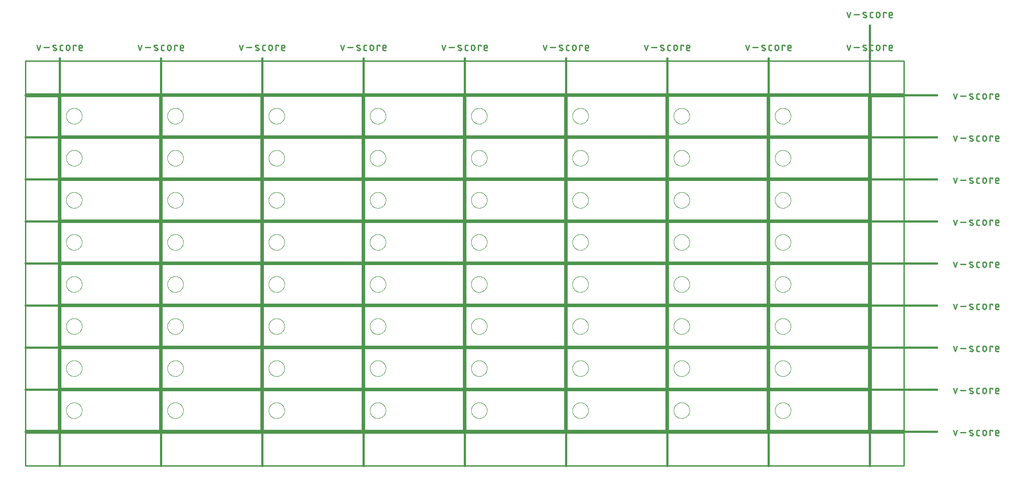
<source format=gko>
G04 EAGLE Gerber RS-274X export*
G75*
%MOMM*%
%FSLAX34Y34*%
%LPD*%
%IN*%
%IPPOS*%
%AMOC8*
5,1,8,0,0,1.08239X$1,22.5*%
G01*
%ADD10C,0.203200*%
%ADD11C,0.381000*%
%ADD12C,0.279400*%
%ADD13C,0.254000*%
%ADD14C,0.000000*%


D10*
X190500Y76200D02*
X0Y76200D01*
X0Y0D01*
X190500Y0D01*
X190500Y76200D01*
X195580Y76200D02*
X386080Y76200D01*
X195580Y76200D02*
X195580Y0D01*
X386080Y0D01*
X386080Y76200D01*
X391160Y76200D02*
X581660Y76200D01*
X391160Y76200D02*
X391160Y0D01*
X581660Y0D01*
X581660Y76200D01*
X586740Y76200D02*
X777240Y76200D01*
X586740Y76200D02*
X586740Y0D01*
X777240Y0D01*
X777240Y76200D01*
X782320Y76200D02*
X972820Y76200D01*
X782320Y76200D02*
X782320Y0D01*
X972820Y0D01*
X972820Y76200D01*
X977900Y76200D02*
X1168400Y76200D01*
X977900Y76200D02*
X977900Y0D01*
X1168400Y0D01*
X1168400Y76200D01*
X1173480Y76200D02*
X1363980Y76200D01*
X1173480Y76200D02*
X1173480Y0D01*
X1363980Y0D01*
X1363980Y76200D01*
X1369060Y76200D02*
X1559560Y76200D01*
X1369060Y76200D02*
X1369060Y0D01*
X1559560Y0D01*
X1559560Y76200D01*
X190500Y157480D02*
X0Y157480D01*
X0Y81280D01*
X190500Y81280D01*
X190500Y157480D01*
X195580Y157480D02*
X386080Y157480D01*
X195580Y157480D02*
X195580Y81280D01*
X386080Y81280D01*
X386080Y157480D01*
X391160Y157480D02*
X581660Y157480D01*
X391160Y157480D02*
X391160Y81280D01*
X581660Y81280D01*
X581660Y157480D01*
X586740Y157480D02*
X777240Y157480D01*
X586740Y157480D02*
X586740Y81280D01*
X777240Y81280D01*
X777240Y157480D01*
X782320Y157480D02*
X972820Y157480D01*
X782320Y157480D02*
X782320Y81280D01*
X972820Y81280D01*
X972820Y157480D01*
X977900Y157480D02*
X1168400Y157480D01*
X977900Y157480D02*
X977900Y81280D01*
X1168400Y81280D01*
X1168400Y157480D01*
X1173480Y157480D02*
X1363980Y157480D01*
X1173480Y157480D02*
X1173480Y81280D01*
X1363980Y81280D01*
X1363980Y157480D01*
X1369060Y157480D02*
X1559560Y157480D01*
X1369060Y157480D02*
X1369060Y81280D01*
X1559560Y81280D01*
X1559560Y157480D01*
X190500Y238760D02*
X0Y238760D01*
X0Y162560D01*
X190500Y162560D01*
X190500Y238760D01*
X195580Y238760D02*
X386080Y238760D01*
X195580Y238760D02*
X195580Y162560D01*
X386080Y162560D01*
X386080Y238760D01*
X391160Y238760D02*
X581660Y238760D01*
X391160Y238760D02*
X391160Y162560D01*
X581660Y162560D01*
X581660Y238760D01*
X586740Y238760D02*
X777240Y238760D01*
X586740Y238760D02*
X586740Y162560D01*
X777240Y162560D01*
X777240Y238760D01*
X782320Y238760D02*
X972820Y238760D01*
X782320Y238760D02*
X782320Y162560D01*
X972820Y162560D01*
X972820Y238760D01*
X977900Y238760D02*
X1168400Y238760D01*
X977900Y238760D02*
X977900Y162560D01*
X1168400Y162560D01*
X1168400Y238760D01*
X1173480Y238760D02*
X1363980Y238760D01*
X1173480Y238760D02*
X1173480Y162560D01*
X1363980Y162560D01*
X1363980Y238760D01*
X1369060Y238760D02*
X1559560Y238760D01*
X1369060Y238760D02*
X1369060Y162560D01*
X1559560Y162560D01*
X1559560Y238760D01*
X190500Y320040D02*
X0Y320040D01*
X0Y243840D01*
X190500Y243840D01*
X190500Y320040D01*
X195580Y320040D02*
X386080Y320040D01*
X195580Y320040D02*
X195580Y243840D01*
X386080Y243840D01*
X386080Y320040D01*
X391160Y320040D02*
X581660Y320040D01*
X391160Y320040D02*
X391160Y243840D01*
X581660Y243840D01*
X581660Y320040D01*
X586740Y320040D02*
X777240Y320040D01*
X586740Y320040D02*
X586740Y243840D01*
X777240Y243840D01*
X777240Y320040D01*
X782320Y320040D02*
X972820Y320040D01*
X782320Y320040D02*
X782320Y243840D01*
X972820Y243840D01*
X972820Y320040D01*
X977900Y320040D02*
X1168400Y320040D01*
X977900Y320040D02*
X977900Y243840D01*
X1168400Y243840D01*
X1168400Y320040D01*
X1173480Y320040D02*
X1363980Y320040D01*
X1173480Y320040D02*
X1173480Y243840D01*
X1363980Y243840D01*
X1363980Y320040D01*
X1369060Y320040D02*
X1559560Y320040D01*
X1369060Y320040D02*
X1369060Y243840D01*
X1559560Y243840D01*
X1559560Y320040D01*
X190500Y401320D02*
X0Y401320D01*
X0Y325120D01*
X190500Y325120D01*
X190500Y401320D01*
X195580Y401320D02*
X386080Y401320D01*
X195580Y401320D02*
X195580Y325120D01*
X386080Y325120D01*
X386080Y401320D01*
X391160Y401320D02*
X581660Y401320D01*
X391160Y401320D02*
X391160Y325120D01*
X581660Y325120D01*
X581660Y401320D01*
X586740Y401320D02*
X777240Y401320D01*
X586740Y401320D02*
X586740Y325120D01*
X777240Y325120D01*
X777240Y401320D01*
X782320Y401320D02*
X972820Y401320D01*
X782320Y401320D02*
X782320Y325120D01*
X972820Y325120D01*
X972820Y401320D01*
X977900Y401320D02*
X1168400Y401320D01*
X977900Y401320D02*
X977900Y325120D01*
X1168400Y325120D01*
X1168400Y401320D01*
X1173480Y401320D02*
X1363980Y401320D01*
X1173480Y401320D02*
X1173480Y325120D01*
X1363980Y325120D01*
X1363980Y401320D01*
X1369060Y401320D02*
X1559560Y401320D01*
X1369060Y401320D02*
X1369060Y325120D01*
X1559560Y325120D01*
X1559560Y401320D01*
X190500Y482600D02*
X0Y482600D01*
X0Y406400D01*
X190500Y406400D01*
X190500Y482600D01*
X195580Y482600D02*
X386080Y482600D01*
X195580Y482600D02*
X195580Y406400D01*
X386080Y406400D01*
X386080Y482600D01*
X391160Y482600D02*
X581660Y482600D01*
X391160Y482600D02*
X391160Y406400D01*
X581660Y406400D01*
X581660Y482600D01*
X586740Y482600D02*
X777240Y482600D01*
X586740Y482600D02*
X586740Y406400D01*
X777240Y406400D01*
X777240Y482600D01*
X782320Y482600D02*
X972820Y482600D01*
X782320Y482600D02*
X782320Y406400D01*
X972820Y406400D01*
X972820Y482600D01*
X977900Y482600D02*
X1168400Y482600D01*
X977900Y482600D02*
X977900Y406400D01*
X1168400Y406400D01*
X1168400Y482600D01*
X1173480Y482600D02*
X1363980Y482600D01*
X1173480Y482600D02*
X1173480Y406400D01*
X1363980Y406400D01*
X1363980Y482600D01*
X1369060Y482600D02*
X1559560Y482600D01*
X1369060Y482600D02*
X1369060Y406400D01*
X1559560Y406400D01*
X1559560Y482600D01*
X190500Y563880D02*
X0Y563880D01*
X0Y487680D01*
X190500Y487680D01*
X190500Y563880D01*
X195580Y563880D02*
X386080Y563880D01*
X195580Y563880D02*
X195580Y487680D01*
X386080Y487680D01*
X386080Y563880D01*
X391160Y563880D02*
X581660Y563880D01*
X391160Y563880D02*
X391160Y487680D01*
X581660Y487680D01*
X581660Y563880D01*
X586740Y563880D02*
X777240Y563880D01*
X586740Y563880D02*
X586740Y487680D01*
X777240Y487680D01*
X777240Y563880D01*
X782320Y563880D02*
X972820Y563880D01*
X782320Y563880D02*
X782320Y487680D01*
X972820Y487680D01*
X972820Y563880D01*
X977900Y563880D02*
X1168400Y563880D01*
X977900Y563880D02*
X977900Y487680D01*
X1168400Y487680D01*
X1168400Y563880D01*
X1173480Y563880D02*
X1363980Y563880D01*
X1173480Y563880D02*
X1173480Y487680D01*
X1363980Y487680D01*
X1363980Y563880D01*
X1369060Y563880D02*
X1559560Y563880D01*
X1369060Y563880D02*
X1369060Y487680D01*
X1559560Y487680D01*
X1559560Y563880D01*
X190500Y645160D02*
X0Y645160D01*
X0Y568960D01*
X190500Y568960D01*
X190500Y645160D01*
X195580Y645160D02*
X386080Y645160D01*
X195580Y645160D02*
X195580Y568960D01*
X386080Y568960D01*
X386080Y645160D01*
X391160Y645160D02*
X581660Y645160D01*
X391160Y645160D02*
X391160Y568960D01*
X581660Y568960D01*
X581660Y645160D01*
X586740Y645160D02*
X777240Y645160D01*
X586740Y645160D02*
X586740Y568960D01*
X777240Y568960D01*
X777240Y645160D01*
X782320Y645160D02*
X972820Y645160D01*
X782320Y645160D02*
X782320Y568960D01*
X972820Y568960D01*
X972820Y645160D01*
X977900Y645160D02*
X1168400Y645160D01*
X977900Y645160D02*
X977900Y568960D01*
X1168400Y568960D01*
X1168400Y645160D01*
X1173480Y645160D02*
X1363980Y645160D01*
X1173480Y645160D02*
X1173480Y568960D01*
X1363980Y568960D01*
X1363980Y645160D01*
X1369060Y645160D02*
X1559560Y645160D01*
X1369060Y645160D02*
X1369060Y568960D01*
X1559560Y568960D01*
X1559560Y645160D01*
D11*
X-2540Y718820D02*
X-2540Y-68580D01*
D12*
X-42921Y734187D02*
X-46251Y744178D01*
X-39590Y744178D02*
X-42921Y734187D01*
X-32806Y740015D02*
X-22815Y740015D01*
X-14261Y740015D02*
X-10098Y738350D01*
X-14261Y740014D02*
X-14346Y740050D01*
X-14429Y740090D01*
X-14510Y740133D01*
X-14590Y740180D01*
X-14667Y740230D01*
X-14743Y740283D01*
X-14816Y740339D01*
X-14886Y740399D01*
X-14954Y740461D01*
X-15019Y740526D01*
X-15081Y740594D01*
X-15141Y740665D01*
X-15197Y740738D01*
X-15250Y740813D01*
X-15300Y740891D01*
X-15346Y740970D01*
X-15389Y741052D01*
X-15429Y741135D01*
X-15465Y741220D01*
X-15497Y741306D01*
X-15526Y741394D01*
X-15550Y741483D01*
X-15571Y741573D01*
X-15588Y741663D01*
X-15602Y741754D01*
X-15611Y741846D01*
X-15616Y741938D01*
X-15618Y742030D01*
X-15616Y742122D01*
X-15609Y742214D01*
X-15599Y742306D01*
X-15585Y742397D01*
X-15567Y742488D01*
X-15545Y742577D01*
X-15519Y742666D01*
X-15489Y742753D01*
X-15456Y742839D01*
X-15419Y742923D01*
X-15379Y743006D01*
X-15335Y743087D01*
X-15288Y743166D01*
X-15237Y743243D01*
X-15183Y743318D01*
X-15126Y743391D01*
X-15066Y743461D01*
X-15003Y743528D01*
X-14937Y743592D01*
X-14869Y743654D01*
X-14798Y743713D01*
X-14724Y743768D01*
X-14648Y743821D01*
X-14570Y743870D01*
X-14490Y743916D01*
X-14409Y743958D01*
X-14325Y743997D01*
X-14240Y744032D01*
X-14153Y744063D01*
X-14065Y744091D01*
X-13976Y744115D01*
X-13886Y744135D01*
X-13796Y744152D01*
X-13704Y744164D01*
X-13612Y744173D01*
X-13520Y744177D01*
X-13428Y744178D01*
X-13201Y744172D01*
X-12974Y744161D01*
X-12747Y744144D01*
X-12521Y744121D01*
X-12295Y744094D01*
X-12070Y744060D01*
X-11846Y744022D01*
X-11623Y743978D01*
X-11401Y743929D01*
X-11180Y743874D01*
X-10961Y743814D01*
X-10743Y743749D01*
X-10527Y743678D01*
X-10313Y743603D01*
X-10100Y743522D01*
X-9890Y743436D01*
X-9681Y743345D01*
X-10098Y738350D02*
X-10013Y738314D01*
X-9930Y738274D01*
X-9849Y738231D01*
X-9769Y738184D01*
X-9692Y738134D01*
X-9616Y738081D01*
X-9543Y738025D01*
X-9473Y737965D01*
X-9405Y737903D01*
X-9340Y737838D01*
X-9278Y737770D01*
X-9218Y737699D01*
X-9162Y737626D01*
X-9109Y737551D01*
X-9059Y737473D01*
X-9013Y737394D01*
X-8970Y737312D01*
X-8930Y737229D01*
X-8894Y737144D01*
X-8862Y737058D01*
X-8833Y736970D01*
X-8809Y736881D01*
X-8788Y736791D01*
X-8771Y736701D01*
X-8757Y736610D01*
X-8748Y736518D01*
X-8743Y736426D01*
X-8741Y736334D01*
X-8743Y736242D01*
X-8750Y736150D01*
X-8760Y736058D01*
X-8774Y735967D01*
X-8792Y735876D01*
X-8814Y735787D01*
X-8840Y735698D01*
X-8870Y735611D01*
X-8903Y735525D01*
X-8940Y735441D01*
X-8980Y735358D01*
X-9024Y735277D01*
X-9071Y735198D01*
X-9122Y735121D01*
X-9176Y735046D01*
X-9233Y734973D01*
X-9293Y734903D01*
X-9356Y734836D01*
X-9422Y734772D01*
X-9490Y734710D01*
X-9561Y734651D01*
X-9635Y734596D01*
X-9711Y734543D01*
X-9789Y734494D01*
X-9869Y734448D01*
X-9950Y734406D01*
X-10034Y734367D01*
X-10119Y734332D01*
X-10206Y734301D01*
X-10294Y734273D01*
X-10383Y734249D01*
X-10473Y734229D01*
X-10563Y734212D01*
X-10655Y734200D01*
X-10747Y734191D01*
X-10839Y734187D01*
X-10931Y734186D01*
X-10931Y734187D02*
X-11265Y734196D01*
X-11598Y734213D01*
X-11931Y734237D01*
X-12264Y734270D01*
X-12595Y734310D01*
X-12926Y734358D01*
X-13255Y734414D01*
X-13583Y734477D01*
X-13909Y734549D01*
X-14233Y734628D01*
X-14556Y734714D01*
X-14876Y734809D01*
X-15194Y734911D01*
X-15510Y735020D01*
X562Y734187D02*
X3892Y734187D01*
X562Y734187D02*
X464Y734189D01*
X366Y734195D01*
X268Y734204D01*
X171Y734218D01*
X75Y734235D01*
X-21Y734256D01*
X-116Y734281D01*
X-210Y734309D01*
X-303Y734341D01*
X-394Y734377D01*
X-484Y734416D01*
X-572Y734459D01*
X-659Y734506D01*
X-743Y734555D01*
X-826Y734608D01*
X-906Y734664D01*
X-985Y734723D01*
X-1060Y734786D01*
X-1134Y734851D01*
X-1204Y734919D01*
X-1272Y734989D01*
X-1338Y735063D01*
X-1400Y735139D01*
X-1459Y735217D01*
X-1515Y735297D01*
X-1568Y735380D01*
X-1618Y735464D01*
X-1664Y735551D01*
X-1707Y735639D01*
X-1746Y735729D01*
X-1782Y735820D01*
X-1814Y735913D01*
X-1842Y736007D01*
X-1867Y736102D01*
X-1888Y736198D01*
X-1905Y736294D01*
X-1919Y736391D01*
X-1928Y736489D01*
X-1934Y736587D01*
X-1936Y736685D01*
X-1936Y741680D01*
X-1934Y741778D01*
X-1928Y741876D01*
X-1919Y741974D01*
X-1905Y742071D01*
X-1888Y742167D01*
X-1867Y742263D01*
X-1842Y742358D01*
X-1814Y742452D01*
X-1782Y742545D01*
X-1746Y742636D01*
X-1707Y742726D01*
X-1664Y742814D01*
X-1617Y742901D01*
X-1568Y742985D01*
X-1515Y743068D01*
X-1459Y743148D01*
X-1400Y743226D01*
X-1337Y743302D01*
X-1272Y743376D01*
X-1204Y743446D01*
X-1134Y743514D01*
X-1060Y743579D01*
X-984Y743642D01*
X-906Y743701D01*
X-826Y743757D01*
X-743Y743810D01*
X-659Y743859D01*
X-572Y743906D01*
X-484Y743949D01*
X-394Y743988D01*
X-303Y744024D01*
X-210Y744056D01*
X-116Y744084D01*
X-21Y744109D01*
X75Y744130D01*
X171Y744147D01*
X268Y744161D01*
X366Y744170D01*
X464Y744176D01*
X562Y744178D01*
X3892Y744178D01*
X10022Y740847D02*
X10022Y737517D01*
X10022Y740847D02*
X10024Y740961D01*
X10030Y741074D01*
X10039Y741188D01*
X10053Y741300D01*
X10070Y741413D01*
X10092Y741525D01*
X10117Y741635D01*
X10145Y741745D01*
X10178Y741854D01*
X10214Y741962D01*
X10254Y742069D01*
X10298Y742174D01*
X10345Y742277D01*
X10395Y742379D01*
X10449Y742479D01*
X10507Y742577D01*
X10568Y742673D01*
X10631Y742767D01*
X10699Y742859D01*
X10769Y742949D01*
X10842Y743035D01*
X10918Y743120D01*
X10997Y743202D01*
X11079Y743281D01*
X11164Y743357D01*
X11250Y743430D01*
X11340Y743500D01*
X11432Y743568D01*
X11526Y743631D01*
X11622Y743692D01*
X11720Y743750D01*
X11820Y743804D01*
X11922Y743854D01*
X12025Y743901D01*
X12130Y743945D01*
X12237Y743985D01*
X12345Y744021D01*
X12454Y744054D01*
X12564Y744082D01*
X12674Y744107D01*
X12786Y744129D01*
X12899Y744146D01*
X13011Y744160D01*
X13125Y744169D01*
X13238Y744175D01*
X13352Y744177D01*
X13466Y744175D01*
X13579Y744169D01*
X13693Y744160D01*
X13805Y744146D01*
X13918Y744129D01*
X14030Y744107D01*
X14140Y744082D01*
X14250Y744054D01*
X14359Y744021D01*
X14467Y743985D01*
X14574Y743945D01*
X14679Y743901D01*
X14782Y743854D01*
X14884Y743804D01*
X14984Y743750D01*
X15082Y743692D01*
X15178Y743631D01*
X15272Y743568D01*
X15364Y743500D01*
X15454Y743430D01*
X15540Y743357D01*
X15625Y743281D01*
X15707Y743202D01*
X15786Y743120D01*
X15862Y743035D01*
X15935Y742949D01*
X16005Y742859D01*
X16073Y742767D01*
X16136Y742673D01*
X16197Y742577D01*
X16255Y742479D01*
X16309Y742379D01*
X16359Y742277D01*
X16406Y742174D01*
X16450Y742069D01*
X16490Y741962D01*
X16526Y741854D01*
X16559Y741745D01*
X16587Y741635D01*
X16612Y741525D01*
X16634Y741413D01*
X16651Y741300D01*
X16665Y741188D01*
X16674Y741074D01*
X16680Y740961D01*
X16682Y740847D01*
X16682Y737517D01*
X16680Y737403D01*
X16674Y737290D01*
X16665Y737176D01*
X16651Y737064D01*
X16634Y736951D01*
X16612Y736839D01*
X16587Y736729D01*
X16559Y736619D01*
X16526Y736510D01*
X16490Y736402D01*
X16450Y736295D01*
X16406Y736190D01*
X16359Y736087D01*
X16309Y735985D01*
X16255Y735885D01*
X16197Y735787D01*
X16136Y735691D01*
X16073Y735597D01*
X16005Y735505D01*
X15935Y735415D01*
X15862Y735329D01*
X15786Y735244D01*
X15707Y735162D01*
X15625Y735083D01*
X15540Y735007D01*
X15454Y734934D01*
X15364Y734864D01*
X15272Y734796D01*
X15178Y734733D01*
X15082Y734672D01*
X14984Y734614D01*
X14884Y734560D01*
X14782Y734510D01*
X14679Y734463D01*
X14574Y734419D01*
X14467Y734379D01*
X14359Y734343D01*
X14250Y734310D01*
X14140Y734282D01*
X14030Y734257D01*
X13918Y734235D01*
X13805Y734218D01*
X13693Y734204D01*
X13579Y734195D01*
X13466Y734189D01*
X13352Y734187D01*
X13238Y734189D01*
X13125Y734195D01*
X13011Y734204D01*
X12899Y734218D01*
X12786Y734235D01*
X12674Y734257D01*
X12564Y734282D01*
X12454Y734310D01*
X12345Y734343D01*
X12237Y734379D01*
X12130Y734419D01*
X12025Y734463D01*
X11922Y734510D01*
X11820Y734560D01*
X11720Y734614D01*
X11622Y734672D01*
X11526Y734733D01*
X11432Y734796D01*
X11340Y734864D01*
X11250Y734934D01*
X11164Y735007D01*
X11079Y735083D01*
X10997Y735162D01*
X10918Y735244D01*
X10842Y735329D01*
X10769Y735415D01*
X10699Y735505D01*
X10631Y735597D01*
X10568Y735691D01*
X10507Y735787D01*
X10449Y735885D01*
X10395Y735985D01*
X10345Y736087D01*
X10298Y736190D01*
X10254Y736295D01*
X10214Y736402D01*
X10178Y736510D01*
X10145Y736619D01*
X10117Y736729D01*
X10092Y736839D01*
X10070Y736951D01*
X10053Y737064D01*
X10039Y737176D01*
X10030Y737290D01*
X10024Y737403D01*
X10022Y737517D01*
X24218Y734187D02*
X24218Y744178D01*
X29213Y744178D01*
X29213Y742513D01*
X37008Y734187D02*
X41171Y734187D01*
X37008Y734187D02*
X36910Y734189D01*
X36812Y734195D01*
X36714Y734204D01*
X36617Y734218D01*
X36521Y734235D01*
X36425Y734256D01*
X36330Y734281D01*
X36236Y734309D01*
X36143Y734341D01*
X36052Y734377D01*
X35962Y734416D01*
X35874Y734459D01*
X35787Y734506D01*
X35703Y734555D01*
X35620Y734608D01*
X35540Y734664D01*
X35462Y734723D01*
X35386Y734786D01*
X35312Y734851D01*
X35242Y734919D01*
X35174Y734989D01*
X35109Y735063D01*
X35046Y735139D01*
X34987Y735217D01*
X34931Y735297D01*
X34878Y735380D01*
X34829Y735464D01*
X34782Y735551D01*
X34739Y735639D01*
X34700Y735729D01*
X34664Y735820D01*
X34632Y735913D01*
X34604Y736007D01*
X34579Y736102D01*
X34558Y736198D01*
X34541Y736294D01*
X34527Y736391D01*
X34518Y736489D01*
X34512Y736587D01*
X34510Y736685D01*
X34510Y740847D01*
X34511Y740847D02*
X34513Y740961D01*
X34519Y741074D01*
X34528Y741188D01*
X34542Y741300D01*
X34559Y741413D01*
X34581Y741525D01*
X34606Y741635D01*
X34634Y741745D01*
X34667Y741854D01*
X34703Y741962D01*
X34743Y742069D01*
X34787Y742174D01*
X34834Y742277D01*
X34884Y742379D01*
X34938Y742479D01*
X34996Y742577D01*
X35057Y742673D01*
X35120Y742767D01*
X35188Y742859D01*
X35258Y742949D01*
X35331Y743035D01*
X35407Y743120D01*
X35486Y743202D01*
X35568Y743281D01*
X35653Y743357D01*
X35739Y743430D01*
X35829Y743500D01*
X35921Y743568D01*
X36015Y743631D01*
X36111Y743692D01*
X36209Y743750D01*
X36309Y743804D01*
X36411Y743854D01*
X36514Y743901D01*
X36619Y743945D01*
X36726Y743985D01*
X36834Y744021D01*
X36943Y744054D01*
X37053Y744082D01*
X37163Y744107D01*
X37275Y744129D01*
X37388Y744146D01*
X37500Y744160D01*
X37614Y744169D01*
X37727Y744175D01*
X37841Y744177D01*
X37955Y744175D01*
X38068Y744169D01*
X38182Y744160D01*
X38294Y744146D01*
X38407Y744129D01*
X38519Y744107D01*
X38629Y744082D01*
X38739Y744054D01*
X38848Y744021D01*
X38956Y743985D01*
X39063Y743945D01*
X39168Y743901D01*
X39271Y743854D01*
X39373Y743804D01*
X39473Y743750D01*
X39571Y743692D01*
X39667Y743631D01*
X39761Y743568D01*
X39853Y743500D01*
X39943Y743430D01*
X40029Y743357D01*
X40114Y743281D01*
X40196Y743202D01*
X40275Y743120D01*
X40351Y743035D01*
X40424Y742949D01*
X40494Y742859D01*
X40562Y742767D01*
X40625Y742673D01*
X40686Y742577D01*
X40744Y742479D01*
X40798Y742379D01*
X40848Y742277D01*
X40895Y742174D01*
X40939Y742069D01*
X40979Y741962D01*
X41015Y741854D01*
X41048Y741745D01*
X41076Y741635D01*
X41101Y741525D01*
X41123Y741413D01*
X41140Y741300D01*
X41154Y741188D01*
X41163Y741074D01*
X41169Y740961D01*
X41171Y740847D01*
X41171Y739182D01*
X34510Y739182D01*
D11*
X193040Y718820D02*
X193040Y-68580D01*
D12*
X152659Y734187D02*
X149329Y744178D01*
X155990Y744178D02*
X152659Y734187D01*
X162774Y740015D02*
X172765Y740015D01*
X181319Y740015D02*
X185482Y738350D01*
X181319Y740014D02*
X181234Y740050D01*
X181151Y740090D01*
X181070Y740133D01*
X180990Y740180D01*
X180913Y740230D01*
X180837Y740283D01*
X180764Y740339D01*
X180694Y740399D01*
X180626Y740461D01*
X180561Y740526D01*
X180499Y740594D01*
X180439Y740665D01*
X180383Y740738D01*
X180330Y740813D01*
X180280Y740891D01*
X180234Y740970D01*
X180191Y741052D01*
X180151Y741135D01*
X180115Y741220D01*
X180083Y741306D01*
X180054Y741394D01*
X180030Y741483D01*
X180009Y741573D01*
X179992Y741663D01*
X179978Y741754D01*
X179969Y741846D01*
X179964Y741938D01*
X179962Y742030D01*
X179964Y742122D01*
X179971Y742214D01*
X179981Y742306D01*
X179995Y742397D01*
X180013Y742488D01*
X180035Y742577D01*
X180061Y742666D01*
X180091Y742753D01*
X180124Y742839D01*
X180161Y742923D01*
X180201Y743006D01*
X180245Y743087D01*
X180292Y743166D01*
X180343Y743243D01*
X180397Y743318D01*
X180454Y743391D01*
X180514Y743461D01*
X180577Y743528D01*
X180643Y743592D01*
X180711Y743654D01*
X180782Y743713D01*
X180856Y743768D01*
X180932Y743821D01*
X181010Y743870D01*
X181090Y743916D01*
X181171Y743958D01*
X181255Y743997D01*
X181340Y744032D01*
X181427Y744063D01*
X181515Y744091D01*
X181604Y744115D01*
X181694Y744135D01*
X181784Y744152D01*
X181876Y744164D01*
X181968Y744173D01*
X182060Y744177D01*
X182152Y744178D01*
X182379Y744172D01*
X182606Y744161D01*
X182833Y744144D01*
X183059Y744121D01*
X183285Y744094D01*
X183510Y744060D01*
X183734Y744022D01*
X183957Y743978D01*
X184179Y743929D01*
X184400Y743874D01*
X184619Y743814D01*
X184837Y743749D01*
X185053Y743678D01*
X185267Y743603D01*
X185480Y743522D01*
X185690Y743436D01*
X185899Y743345D01*
X185482Y738350D02*
X185567Y738314D01*
X185650Y738274D01*
X185731Y738231D01*
X185811Y738184D01*
X185888Y738134D01*
X185964Y738081D01*
X186037Y738025D01*
X186107Y737965D01*
X186175Y737903D01*
X186240Y737838D01*
X186302Y737770D01*
X186362Y737699D01*
X186418Y737626D01*
X186471Y737551D01*
X186521Y737473D01*
X186567Y737394D01*
X186610Y737312D01*
X186650Y737229D01*
X186686Y737144D01*
X186718Y737058D01*
X186747Y736970D01*
X186771Y736881D01*
X186792Y736791D01*
X186809Y736701D01*
X186823Y736610D01*
X186832Y736518D01*
X186837Y736426D01*
X186839Y736334D01*
X186837Y736242D01*
X186830Y736150D01*
X186820Y736058D01*
X186806Y735967D01*
X186788Y735876D01*
X186766Y735787D01*
X186740Y735698D01*
X186710Y735611D01*
X186677Y735525D01*
X186640Y735441D01*
X186600Y735358D01*
X186556Y735277D01*
X186509Y735198D01*
X186458Y735121D01*
X186404Y735046D01*
X186347Y734973D01*
X186287Y734903D01*
X186224Y734836D01*
X186158Y734772D01*
X186090Y734710D01*
X186019Y734651D01*
X185945Y734596D01*
X185869Y734543D01*
X185791Y734494D01*
X185711Y734448D01*
X185630Y734406D01*
X185546Y734367D01*
X185461Y734332D01*
X185374Y734301D01*
X185286Y734273D01*
X185197Y734249D01*
X185107Y734229D01*
X185017Y734212D01*
X184925Y734200D01*
X184833Y734191D01*
X184741Y734187D01*
X184649Y734186D01*
X184649Y734187D02*
X184315Y734196D01*
X183982Y734213D01*
X183649Y734237D01*
X183316Y734270D01*
X182985Y734310D01*
X182654Y734358D01*
X182325Y734414D01*
X181997Y734477D01*
X181671Y734549D01*
X181347Y734628D01*
X181024Y734714D01*
X180704Y734809D01*
X180386Y734911D01*
X180070Y735020D01*
X196142Y734187D02*
X199472Y734187D01*
X196142Y734187D02*
X196044Y734189D01*
X195946Y734195D01*
X195848Y734204D01*
X195751Y734218D01*
X195655Y734235D01*
X195559Y734256D01*
X195464Y734281D01*
X195370Y734309D01*
X195277Y734341D01*
X195186Y734377D01*
X195096Y734416D01*
X195008Y734459D01*
X194921Y734506D01*
X194837Y734555D01*
X194754Y734608D01*
X194674Y734664D01*
X194596Y734723D01*
X194520Y734786D01*
X194446Y734851D01*
X194376Y734919D01*
X194308Y734989D01*
X194243Y735063D01*
X194180Y735139D01*
X194121Y735217D01*
X194065Y735297D01*
X194012Y735380D01*
X193963Y735464D01*
X193916Y735551D01*
X193873Y735639D01*
X193834Y735729D01*
X193798Y735820D01*
X193766Y735913D01*
X193738Y736007D01*
X193713Y736102D01*
X193692Y736198D01*
X193675Y736294D01*
X193661Y736391D01*
X193652Y736489D01*
X193646Y736587D01*
X193644Y736685D01*
X193644Y741680D01*
X193646Y741778D01*
X193652Y741876D01*
X193661Y741974D01*
X193675Y742071D01*
X193692Y742167D01*
X193713Y742263D01*
X193738Y742358D01*
X193766Y742452D01*
X193798Y742545D01*
X193834Y742636D01*
X193873Y742726D01*
X193916Y742814D01*
X193963Y742901D01*
X194012Y742985D01*
X194065Y743068D01*
X194121Y743148D01*
X194180Y743227D01*
X194243Y743302D01*
X194308Y743376D01*
X194376Y743446D01*
X194446Y743514D01*
X194520Y743580D01*
X194596Y743642D01*
X194674Y743701D01*
X194754Y743757D01*
X194837Y743810D01*
X194921Y743860D01*
X195008Y743906D01*
X195096Y743949D01*
X195186Y743988D01*
X195277Y744024D01*
X195370Y744056D01*
X195464Y744084D01*
X195559Y744109D01*
X195655Y744130D01*
X195751Y744147D01*
X195848Y744161D01*
X195946Y744170D01*
X196044Y744176D01*
X196142Y744178D01*
X199472Y744178D01*
X205602Y740847D02*
X205602Y737517D01*
X205602Y740847D02*
X205604Y740961D01*
X205610Y741074D01*
X205619Y741188D01*
X205633Y741300D01*
X205650Y741413D01*
X205672Y741525D01*
X205697Y741635D01*
X205725Y741745D01*
X205758Y741854D01*
X205794Y741962D01*
X205834Y742069D01*
X205878Y742174D01*
X205925Y742277D01*
X205975Y742379D01*
X206029Y742479D01*
X206087Y742577D01*
X206148Y742673D01*
X206211Y742767D01*
X206279Y742859D01*
X206349Y742949D01*
X206422Y743035D01*
X206498Y743120D01*
X206577Y743202D01*
X206659Y743281D01*
X206744Y743357D01*
X206830Y743430D01*
X206920Y743500D01*
X207012Y743568D01*
X207106Y743631D01*
X207202Y743692D01*
X207300Y743750D01*
X207400Y743804D01*
X207502Y743854D01*
X207605Y743901D01*
X207710Y743945D01*
X207817Y743985D01*
X207925Y744021D01*
X208034Y744054D01*
X208144Y744082D01*
X208254Y744107D01*
X208366Y744129D01*
X208479Y744146D01*
X208591Y744160D01*
X208705Y744169D01*
X208818Y744175D01*
X208932Y744177D01*
X209046Y744175D01*
X209159Y744169D01*
X209273Y744160D01*
X209385Y744146D01*
X209498Y744129D01*
X209610Y744107D01*
X209720Y744082D01*
X209830Y744054D01*
X209939Y744021D01*
X210047Y743985D01*
X210154Y743945D01*
X210259Y743901D01*
X210362Y743854D01*
X210464Y743804D01*
X210564Y743750D01*
X210662Y743692D01*
X210758Y743631D01*
X210852Y743568D01*
X210944Y743500D01*
X211034Y743430D01*
X211120Y743357D01*
X211205Y743281D01*
X211287Y743202D01*
X211366Y743120D01*
X211442Y743035D01*
X211515Y742949D01*
X211585Y742859D01*
X211653Y742767D01*
X211716Y742673D01*
X211777Y742577D01*
X211835Y742479D01*
X211889Y742379D01*
X211939Y742277D01*
X211986Y742174D01*
X212030Y742069D01*
X212070Y741962D01*
X212106Y741854D01*
X212139Y741745D01*
X212167Y741635D01*
X212192Y741525D01*
X212214Y741413D01*
X212231Y741300D01*
X212245Y741188D01*
X212254Y741074D01*
X212260Y740961D01*
X212262Y740847D01*
X212262Y737517D01*
X212260Y737403D01*
X212254Y737290D01*
X212245Y737176D01*
X212231Y737064D01*
X212214Y736951D01*
X212192Y736839D01*
X212167Y736729D01*
X212139Y736619D01*
X212106Y736510D01*
X212070Y736402D01*
X212030Y736295D01*
X211986Y736190D01*
X211939Y736087D01*
X211889Y735985D01*
X211835Y735885D01*
X211777Y735787D01*
X211716Y735691D01*
X211653Y735597D01*
X211585Y735505D01*
X211515Y735415D01*
X211442Y735329D01*
X211366Y735244D01*
X211287Y735162D01*
X211205Y735083D01*
X211120Y735007D01*
X211034Y734934D01*
X210944Y734864D01*
X210852Y734796D01*
X210758Y734733D01*
X210662Y734672D01*
X210564Y734614D01*
X210464Y734560D01*
X210362Y734510D01*
X210259Y734463D01*
X210154Y734419D01*
X210047Y734379D01*
X209939Y734343D01*
X209830Y734310D01*
X209720Y734282D01*
X209610Y734257D01*
X209498Y734235D01*
X209385Y734218D01*
X209273Y734204D01*
X209159Y734195D01*
X209046Y734189D01*
X208932Y734187D01*
X208818Y734189D01*
X208705Y734195D01*
X208591Y734204D01*
X208479Y734218D01*
X208366Y734235D01*
X208254Y734257D01*
X208144Y734282D01*
X208034Y734310D01*
X207925Y734343D01*
X207817Y734379D01*
X207710Y734419D01*
X207605Y734463D01*
X207502Y734510D01*
X207400Y734560D01*
X207300Y734614D01*
X207202Y734672D01*
X207106Y734733D01*
X207012Y734796D01*
X206920Y734864D01*
X206830Y734934D01*
X206744Y735007D01*
X206659Y735083D01*
X206577Y735162D01*
X206498Y735244D01*
X206422Y735329D01*
X206349Y735415D01*
X206279Y735505D01*
X206211Y735597D01*
X206148Y735691D01*
X206087Y735787D01*
X206029Y735885D01*
X205975Y735985D01*
X205925Y736087D01*
X205878Y736190D01*
X205834Y736295D01*
X205794Y736402D01*
X205758Y736510D01*
X205725Y736619D01*
X205697Y736729D01*
X205672Y736839D01*
X205650Y736951D01*
X205633Y737064D01*
X205619Y737176D01*
X205610Y737290D01*
X205604Y737403D01*
X205602Y737517D01*
X219798Y734187D02*
X219798Y744178D01*
X224793Y744178D01*
X224793Y742513D01*
X232588Y734187D02*
X236751Y734187D01*
X232588Y734187D02*
X232490Y734189D01*
X232392Y734195D01*
X232294Y734204D01*
X232197Y734218D01*
X232101Y734235D01*
X232005Y734256D01*
X231910Y734281D01*
X231816Y734309D01*
X231723Y734341D01*
X231632Y734377D01*
X231542Y734416D01*
X231454Y734459D01*
X231367Y734506D01*
X231283Y734555D01*
X231200Y734608D01*
X231120Y734664D01*
X231042Y734723D01*
X230966Y734786D01*
X230892Y734851D01*
X230822Y734919D01*
X230754Y734989D01*
X230689Y735063D01*
X230626Y735139D01*
X230567Y735217D01*
X230511Y735297D01*
X230458Y735380D01*
X230409Y735464D01*
X230362Y735551D01*
X230319Y735639D01*
X230280Y735729D01*
X230244Y735820D01*
X230212Y735913D01*
X230184Y736007D01*
X230159Y736102D01*
X230138Y736198D01*
X230121Y736294D01*
X230107Y736391D01*
X230098Y736489D01*
X230092Y736587D01*
X230090Y736685D01*
X230090Y740847D01*
X230091Y740847D02*
X230093Y740961D01*
X230099Y741074D01*
X230108Y741188D01*
X230122Y741300D01*
X230139Y741413D01*
X230161Y741525D01*
X230186Y741635D01*
X230214Y741745D01*
X230247Y741854D01*
X230283Y741962D01*
X230323Y742069D01*
X230367Y742174D01*
X230414Y742277D01*
X230464Y742379D01*
X230518Y742479D01*
X230576Y742577D01*
X230637Y742673D01*
X230700Y742767D01*
X230768Y742859D01*
X230838Y742949D01*
X230911Y743035D01*
X230987Y743120D01*
X231066Y743202D01*
X231148Y743281D01*
X231233Y743357D01*
X231319Y743430D01*
X231409Y743500D01*
X231501Y743568D01*
X231595Y743631D01*
X231691Y743692D01*
X231789Y743750D01*
X231889Y743804D01*
X231991Y743854D01*
X232094Y743901D01*
X232199Y743945D01*
X232306Y743985D01*
X232414Y744021D01*
X232523Y744054D01*
X232633Y744082D01*
X232743Y744107D01*
X232855Y744129D01*
X232968Y744146D01*
X233080Y744160D01*
X233194Y744169D01*
X233307Y744175D01*
X233421Y744177D01*
X233535Y744175D01*
X233648Y744169D01*
X233762Y744160D01*
X233874Y744146D01*
X233987Y744129D01*
X234099Y744107D01*
X234209Y744082D01*
X234319Y744054D01*
X234428Y744021D01*
X234536Y743985D01*
X234643Y743945D01*
X234748Y743901D01*
X234851Y743854D01*
X234953Y743804D01*
X235053Y743750D01*
X235151Y743692D01*
X235247Y743631D01*
X235341Y743568D01*
X235433Y743500D01*
X235523Y743430D01*
X235609Y743357D01*
X235694Y743281D01*
X235776Y743202D01*
X235855Y743120D01*
X235931Y743035D01*
X236004Y742949D01*
X236074Y742859D01*
X236142Y742767D01*
X236205Y742673D01*
X236266Y742577D01*
X236324Y742479D01*
X236378Y742379D01*
X236428Y742277D01*
X236475Y742174D01*
X236519Y742069D01*
X236559Y741962D01*
X236595Y741854D01*
X236628Y741745D01*
X236656Y741635D01*
X236681Y741525D01*
X236703Y741413D01*
X236720Y741300D01*
X236734Y741188D01*
X236743Y741074D01*
X236749Y740961D01*
X236751Y740847D01*
X236751Y739182D01*
X230090Y739182D01*
D11*
X388620Y718820D02*
X388620Y-68580D01*
D12*
X348239Y734187D02*
X344909Y744178D01*
X351570Y744178D02*
X348239Y734187D01*
X358354Y740015D02*
X368345Y740015D01*
X376899Y740015D02*
X381062Y738350D01*
X376899Y740014D02*
X376814Y740050D01*
X376731Y740090D01*
X376650Y740133D01*
X376570Y740180D01*
X376493Y740230D01*
X376417Y740283D01*
X376344Y740339D01*
X376274Y740399D01*
X376206Y740461D01*
X376141Y740526D01*
X376079Y740594D01*
X376019Y740665D01*
X375963Y740738D01*
X375910Y740813D01*
X375860Y740891D01*
X375814Y740970D01*
X375771Y741052D01*
X375731Y741135D01*
X375695Y741220D01*
X375663Y741306D01*
X375634Y741394D01*
X375610Y741483D01*
X375589Y741573D01*
X375572Y741663D01*
X375558Y741754D01*
X375549Y741846D01*
X375544Y741938D01*
X375542Y742030D01*
X375544Y742122D01*
X375551Y742214D01*
X375561Y742306D01*
X375575Y742397D01*
X375593Y742488D01*
X375615Y742577D01*
X375641Y742666D01*
X375671Y742753D01*
X375704Y742839D01*
X375741Y742923D01*
X375781Y743006D01*
X375825Y743087D01*
X375872Y743166D01*
X375923Y743243D01*
X375977Y743318D01*
X376034Y743391D01*
X376094Y743461D01*
X376157Y743528D01*
X376223Y743592D01*
X376291Y743654D01*
X376362Y743713D01*
X376436Y743768D01*
X376512Y743821D01*
X376590Y743870D01*
X376670Y743916D01*
X376751Y743958D01*
X376835Y743997D01*
X376920Y744032D01*
X377007Y744063D01*
X377095Y744091D01*
X377184Y744115D01*
X377274Y744135D01*
X377364Y744152D01*
X377456Y744164D01*
X377548Y744173D01*
X377640Y744177D01*
X377732Y744178D01*
X377959Y744172D01*
X378186Y744161D01*
X378413Y744144D01*
X378639Y744121D01*
X378865Y744094D01*
X379090Y744060D01*
X379314Y744022D01*
X379537Y743978D01*
X379759Y743929D01*
X379980Y743874D01*
X380199Y743814D01*
X380417Y743749D01*
X380633Y743678D01*
X380847Y743603D01*
X381060Y743522D01*
X381270Y743436D01*
X381479Y743345D01*
X381062Y738350D02*
X381147Y738314D01*
X381230Y738274D01*
X381311Y738231D01*
X381391Y738184D01*
X381468Y738134D01*
X381544Y738081D01*
X381617Y738025D01*
X381687Y737965D01*
X381755Y737903D01*
X381820Y737838D01*
X381882Y737770D01*
X381942Y737699D01*
X381998Y737626D01*
X382051Y737551D01*
X382101Y737473D01*
X382147Y737394D01*
X382190Y737312D01*
X382230Y737229D01*
X382266Y737144D01*
X382298Y737058D01*
X382327Y736970D01*
X382351Y736881D01*
X382372Y736791D01*
X382389Y736701D01*
X382403Y736610D01*
X382412Y736518D01*
X382417Y736426D01*
X382419Y736334D01*
X382417Y736242D01*
X382410Y736150D01*
X382400Y736058D01*
X382386Y735967D01*
X382368Y735876D01*
X382346Y735787D01*
X382320Y735698D01*
X382290Y735611D01*
X382257Y735525D01*
X382220Y735441D01*
X382180Y735358D01*
X382136Y735277D01*
X382089Y735198D01*
X382038Y735121D01*
X381984Y735046D01*
X381927Y734973D01*
X381867Y734903D01*
X381804Y734836D01*
X381738Y734772D01*
X381670Y734710D01*
X381599Y734651D01*
X381525Y734596D01*
X381449Y734543D01*
X381371Y734494D01*
X381291Y734448D01*
X381210Y734406D01*
X381126Y734367D01*
X381041Y734332D01*
X380954Y734301D01*
X380866Y734273D01*
X380777Y734249D01*
X380687Y734229D01*
X380597Y734212D01*
X380505Y734200D01*
X380413Y734191D01*
X380321Y734187D01*
X380229Y734186D01*
X380229Y734187D02*
X379895Y734196D01*
X379562Y734213D01*
X379229Y734237D01*
X378896Y734270D01*
X378565Y734310D01*
X378234Y734358D01*
X377905Y734414D01*
X377577Y734477D01*
X377251Y734549D01*
X376927Y734628D01*
X376604Y734714D01*
X376284Y734809D01*
X375966Y734911D01*
X375650Y735020D01*
X391722Y734187D02*
X395052Y734187D01*
X391722Y734187D02*
X391624Y734189D01*
X391526Y734195D01*
X391428Y734204D01*
X391331Y734218D01*
X391235Y734235D01*
X391139Y734256D01*
X391044Y734281D01*
X390950Y734309D01*
X390857Y734341D01*
X390766Y734377D01*
X390676Y734416D01*
X390588Y734459D01*
X390501Y734506D01*
X390417Y734555D01*
X390334Y734608D01*
X390254Y734664D01*
X390176Y734723D01*
X390100Y734786D01*
X390026Y734851D01*
X389956Y734919D01*
X389888Y734989D01*
X389823Y735063D01*
X389760Y735139D01*
X389701Y735217D01*
X389645Y735297D01*
X389592Y735380D01*
X389543Y735464D01*
X389496Y735551D01*
X389453Y735639D01*
X389414Y735729D01*
X389378Y735820D01*
X389346Y735913D01*
X389318Y736007D01*
X389293Y736102D01*
X389272Y736198D01*
X389255Y736294D01*
X389241Y736391D01*
X389232Y736489D01*
X389226Y736587D01*
X389224Y736685D01*
X389224Y741680D01*
X389226Y741778D01*
X389232Y741876D01*
X389241Y741974D01*
X389255Y742071D01*
X389272Y742167D01*
X389293Y742263D01*
X389318Y742358D01*
X389346Y742452D01*
X389378Y742545D01*
X389414Y742636D01*
X389453Y742726D01*
X389496Y742814D01*
X389543Y742901D01*
X389592Y742985D01*
X389645Y743068D01*
X389701Y743148D01*
X389760Y743227D01*
X389823Y743302D01*
X389888Y743376D01*
X389956Y743446D01*
X390026Y743514D01*
X390100Y743580D01*
X390176Y743642D01*
X390254Y743701D01*
X390334Y743757D01*
X390417Y743810D01*
X390501Y743860D01*
X390588Y743906D01*
X390676Y743949D01*
X390766Y743988D01*
X390857Y744024D01*
X390950Y744056D01*
X391044Y744084D01*
X391139Y744109D01*
X391235Y744130D01*
X391331Y744147D01*
X391428Y744161D01*
X391526Y744170D01*
X391624Y744176D01*
X391722Y744178D01*
X395052Y744178D01*
X401182Y740847D02*
X401182Y737517D01*
X401182Y740847D02*
X401184Y740961D01*
X401190Y741074D01*
X401199Y741188D01*
X401213Y741300D01*
X401230Y741413D01*
X401252Y741525D01*
X401277Y741635D01*
X401305Y741745D01*
X401338Y741854D01*
X401374Y741962D01*
X401414Y742069D01*
X401458Y742174D01*
X401505Y742277D01*
X401555Y742379D01*
X401609Y742479D01*
X401667Y742577D01*
X401728Y742673D01*
X401791Y742767D01*
X401859Y742859D01*
X401929Y742949D01*
X402002Y743035D01*
X402078Y743120D01*
X402157Y743202D01*
X402239Y743281D01*
X402324Y743357D01*
X402410Y743430D01*
X402500Y743500D01*
X402592Y743568D01*
X402686Y743631D01*
X402782Y743692D01*
X402880Y743750D01*
X402980Y743804D01*
X403082Y743854D01*
X403185Y743901D01*
X403290Y743945D01*
X403397Y743985D01*
X403505Y744021D01*
X403614Y744054D01*
X403724Y744082D01*
X403834Y744107D01*
X403946Y744129D01*
X404059Y744146D01*
X404171Y744160D01*
X404285Y744169D01*
X404398Y744175D01*
X404512Y744177D01*
X404626Y744175D01*
X404739Y744169D01*
X404853Y744160D01*
X404965Y744146D01*
X405078Y744129D01*
X405190Y744107D01*
X405300Y744082D01*
X405410Y744054D01*
X405519Y744021D01*
X405627Y743985D01*
X405734Y743945D01*
X405839Y743901D01*
X405942Y743854D01*
X406044Y743804D01*
X406144Y743750D01*
X406242Y743692D01*
X406338Y743631D01*
X406432Y743568D01*
X406524Y743500D01*
X406614Y743430D01*
X406700Y743357D01*
X406785Y743281D01*
X406867Y743202D01*
X406946Y743120D01*
X407022Y743035D01*
X407095Y742949D01*
X407165Y742859D01*
X407233Y742767D01*
X407296Y742673D01*
X407357Y742577D01*
X407415Y742479D01*
X407469Y742379D01*
X407519Y742277D01*
X407566Y742174D01*
X407610Y742069D01*
X407650Y741962D01*
X407686Y741854D01*
X407719Y741745D01*
X407747Y741635D01*
X407772Y741525D01*
X407794Y741413D01*
X407811Y741300D01*
X407825Y741188D01*
X407834Y741074D01*
X407840Y740961D01*
X407842Y740847D01*
X407842Y737517D01*
X407840Y737403D01*
X407834Y737290D01*
X407825Y737176D01*
X407811Y737064D01*
X407794Y736951D01*
X407772Y736839D01*
X407747Y736729D01*
X407719Y736619D01*
X407686Y736510D01*
X407650Y736402D01*
X407610Y736295D01*
X407566Y736190D01*
X407519Y736087D01*
X407469Y735985D01*
X407415Y735885D01*
X407357Y735787D01*
X407296Y735691D01*
X407233Y735597D01*
X407165Y735505D01*
X407095Y735415D01*
X407022Y735329D01*
X406946Y735244D01*
X406867Y735162D01*
X406785Y735083D01*
X406700Y735007D01*
X406614Y734934D01*
X406524Y734864D01*
X406432Y734796D01*
X406338Y734733D01*
X406242Y734672D01*
X406144Y734614D01*
X406044Y734560D01*
X405942Y734510D01*
X405839Y734463D01*
X405734Y734419D01*
X405627Y734379D01*
X405519Y734343D01*
X405410Y734310D01*
X405300Y734282D01*
X405190Y734257D01*
X405078Y734235D01*
X404965Y734218D01*
X404853Y734204D01*
X404739Y734195D01*
X404626Y734189D01*
X404512Y734187D01*
X404398Y734189D01*
X404285Y734195D01*
X404171Y734204D01*
X404059Y734218D01*
X403946Y734235D01*
X403834Y734257D01*
X403724Y734282D01*
X403614Y734310D01*
X403505Y734343D01*
X403397Y734379D01*
X403290Y734419D01*
X403185Y734463D01*
X403082Y734510D01*
X402980Y734560D01*
X402880Y734614D01*
X402782Y734672D01*
X402686Y734733D01*
X402592Y734796D01*
X402500Y734864D01*
X402410Y734934D01*
X402324Y735007D01*
X402239Y735083D01*
X402157Y735162D01*
X402078Y735244D01*
X402002Y735329D01*
X401929Y735415D01*
X401859Y735505D01*
X401791Y735597D01*
X401728Y735691D01*
X401667Y735787D01*
X401609Y735885D01*
X401555Y735985D01*
X401505Y736087D01*
X401458Y736190D01*
X401414Y736295D01*
X401374Y736402D01*
X401338Y736510D01*
X401305Y736619D01*
X401277Y736729D01*
X401252Y736839D01*
X401230Y736951D01*
X401213Y737064D01*
X401199Y737176D01*
X401190Y737290D01*
X401184Y737403D01*
X401182Y737517D01*
X415378Y734187D02*
X415378Y744178D01*
X420373Y744178D01*
X420373Y742513D01*
X428168Y734187D02*
X432331Y734187D01*
X428168Y734187D02*
X428070Y734189D01*
X427972Y734195D01*
X427874Y734204D01*
X427777Y734218D01*
X427681Y734235D01*
X427585Y734256D01*
X427490Y734281D01*
X427396Y734309D01*
X427303Y734341D01*
X427212Y734377D01*
X427122Y734416D01*
X427034Y734459D01*
X426947Y734506D01*
X426863Y734555D01*
X426780Y734608D01*
X426700Y734664D01*
X426622Y734723D01*
X426546Y734786D01*
X426472Y734851D01*
X426402Y734919D01*
X426334Y734989D01*
X426269Y735063D01*
X426206Y735139D01*
X426147Y735217D01*
X426091Y735297D01*
X426038Y735380D01*
X425989Y735464D01*
X425942Y735551D01*
X425899Y735639D01*
X425860Y735729D01*
X425824Y735820D01*
X425792Y735913D01*
X425764Y736007D01*
X425739Y736102D01*
X425718Y736198D01*
X425701Y736294D01*
X425687Y736391D01*
X425678Y736489D01*
X425672Y736587D01*
X425670Y736685D01*
X425670Y740847D01*
X425671Y740847D02*
X425673Y740961D01*
X425679Y741074D01*
X425688Y741188D01*
X425702Y741300D01*
X425719Y741413D01*
X425741Y741525D01*
X425766Y741635D01*
X425794Y741745D01*
X425827Y741854D01*
X425863Y741962D01*
X425903Y742069D01*
X425947Y742174D01*
X425994Y742277D01*
X426044Y742379D01*
X426098Y742479D01*
X426156Y742577D01*
X426217Y742673D01*
X426280Y742767D01*
X426348Y742859D01*
X426418Y742949D01*
X426491Y743035D01*
X426567Y743120D01*
X426646Y743202D01*
X426728Y743281D01*
X426813Y743357D01*
X426899Y743430D01*
X426989Y743500D01*
X427081Y743568D01*
X427175Y743631D01*
X427271Y743692D01*
X427369Y743750D01*
X427469Y743804D01*
X427571Y743854D01*
X427674Y743901D01*
X427779Y743945D01*
X427886Y743985D01*
X427994Y744021D01*
X428103Y744054D01*
X428213Y744082D01*
X428323Y744107D01*
X428435Y744129D01*
X428548Y744146D01*
X428660Y744160D01*
X428774Y744169D01*
X428887Y744175D01*
X429001Y744177D01*
X429115Y744175D01*
X429228Y744169D01*
X429342Y744160D01*
X429454Y744146D01*
X429567Y744129D01*
X429679Y744107D01*
X429789Y744082D01*
X429899Y744054D01*
X430008Y744021D01*
X430116Y743985D01*
X430223Y743945D01*
X430328Y743901D01*
X430431Y743854D01*
X430533Y743804D01*
X430633Y743750D01*
X430731Y743692D01*
X430827Y743631D01*
X430921Y743568D01*
X431013Y743500D01*
X431103Y743430D01*
X431189Y743357D01*
X431274Y743281D01*
X431356Y743202D01*
X431435Y743120D01*
X431511Y743035D01*
X431584Y742949D01*
X431654Y742859D01*
X431722Y742767D01*
X431785Y742673D01*
X431846Y742577D01*
X431904Y742479D01*
X431958Y742379D01*
X432008Y742277D01*
X432055Y742174D01*
X432099Y742069D01*
X432139Y741962D01*
X432175Y741854D01*
X432208Y741745D01*
X432236Y741635D01*
X432261Y741525D01*
X432283Y741413D01*
X432300Y741300D01*
X432314Y741188D01*
X432323Y741074D01*
X432329Y740961D01*
X432331Y740847D01*
X432331Y739182D01*
X425670Y739182D01*
D11*
X584200Y718820D02*
X584200Y-68580D01*
D12*
X543819Y734187D02*
X540489Y744178D01*
X547150Y744178D02*
X543819Y734187D01*
X553934Y740015D02*
X563925Y740015D01*
X572479Y740015D02*
X576642Y738350D01*
X572479Y740014D02*
X572394Y740050D01*
X572311Y740090D01*
X572230Y740133D01*
X572150Y740180D01*
X572073Y740230D01*
X571997Y740283D01*
X571924Y740339D01*
X571854Y740399D01*
X571786Y740461D01*
X571721Y740526D01*
X571659Y740594D01*
X571599Y740665D01*
X571543Y740738D01*
X571490Y740813D01*
X571440Y740891D01*
X571394Y740970D01*
X571351Y741052D01*
X571311Y741135D01*
X571275Y741220D01*
X571243Y741306D01*
X571214Y741394D01*
X571190Y741483D01*
X571169Y741573D01*
X571152Y741663D01*
X571138Y741754D01*
X571129Y741846D01*
X571124Y741938D01*
X571122Y742030D01*
X571124Y742122D01*
X571131Y742214D01*
X571141Y742306D01*
X571155Y742397D01*
X571173Y742488D01*
X571195Y742577D01*
X571221Y742666D01*
X571251Y742753D01*
X571284Y742839D01*
X571321Y742923D01*
X571361Y743006D01*
X571405Y743087D01*
X571452Y743166D01*
X571503Y743243D01*
X571557Y743318D01*
X571614Y743391D01*
X571674Y743461D01*
X571737Y743528D01*
X571803Y743592D01*
X571871Y743654D01*
X571942Y743713D01*
X572016Y743768D01*
X572092Y743821D01*
X572170Y743870D01*
X572250Y743916D01*
X572331Y743958D01*
X572415Y743997D01*
X572500Y744032D01*
X572587Y744063D01*
X572675Y744091D01*
X572764Y744115D01*
X572854Y744135D01*
X572944Y744152D01*
X573036Y744164D01*
X573128Y744173D01*
X573220Y744177D01*
X573312Y744178D01*
X573539Y744172D01*
X573766Y744161D01*
X573993Y744144D01*
X574219Y744121D01*
X574445Y744094D01*
X574670Y744060D01*
X574894Y744022D01*
X575117Y743978D01*
X575339Y743929D01*
X575560Y743874D01*
X575779Y743814D01*
X575997Y743749D01*
X576213Y743678D01*
X576427Y743603D01*
X576640Y743522D01*
X576850Y743436D01*
X577059Y743345D01*
X576642Y738350D02*
X576727Y738314D01*
X576810Y738274D01*
X576891Y738231D01*
X576971Y738184D01*
X577048Y738134D01*
X577124Y738081D01*
X577197Y738025D01*
X577267Y737965D01*
X577335Y737903D01*
X577400Y737838D01*
X577462Y737770D01*
X577522Y737699D01*
X577578Y737626D01*
X577631Y737551D01*
X577681Y737473D01*
X577727Y737394D01*
X577770Y737312D01*
X577810Y737229D01*
X577846Y737144D01*
X577878Y737058D01*
X577907Y736970D01*
X577931Y736881D01*
X577952Y736791D01*
X577969Y736701D01*
X577983Y736610D01*
X577992Y736518D01*
X577997Y736426D01*
X577999Y736334D01*
X577997Y736242D01*
X577990Y736150D01*
X577980Y736058D01*
X577966Y735967D01*
X577948Y735876D01*
X577926Y735787D01*
X577900Y735698D01*
X577870Y735611D01*
X577837Y735525D01*
X577800Y735441D01*
X577760Y735358D01*
X577716Y735277D01*
X577669Y735198D01*
X577618Y735121D01*
X577564Y735046D01*
X577507Y734973D01*
X577447Y734903D01*
X577384Y734836D01*
X577318Y734772D01*
X577250Y734710D01*
X577179Y734651D01*
X577105Y734596D01*
X577029Y734543D01*
X576951Y734494D01*
X576871Y734448D01*
X576790Y734406D01*
X576706Y734367D01*
X576621Y734332D01*
X576534Y734301D01*
X576446Y734273D01*
X576357Y734249D01*
X576267Y734229D01*
X576177Y734212D01*
X576085Y734200D01*
X575993Y734191D01*
X575901Y734187D01*
X575809Y734186D01*
X575809Y734187D02*
X575475Y734196D01*
X575142Y734213D01*
X574809Y734237D01*
X574476Y734270D01*
X574145Y734310D01*
X573814Y734358D01*
X573485Y734414D01*
X573157Y734477D01*
X572831Y734549D01*
X572507Y734628D01*
X572184Y734714D01*
X571864Y734809D01*
X571546Y734911D01*
X571230Y735020D01*
X587302Y734187D02*
X590632Y734187D01*
X587302Y734187D02*
X587204Y734189D01*
X587106Y734195D01*
X587008Y734204D01*
X586911Y734218D01*
X586815Y734235D01*
X586719Y734256D01*
X586624Y734281D01*
X586530Y734309D01*
X586437Y734341D01*
X586346Y734377D01*
X586256Y734416D01*
X586168Y734459D01*
X586081Y734506D01*
X585997Y734555D01*
X585914Y734608D01*
X585834Y734664D01*
X585756Y734723D01*
X585680Y734786D01*
X585606Y734851D01*
X585536Y734919D01*
X585468Y734989D01*
X585403Y735063D01*
X585340Y735139D01*
X585281Y735217D01*
X585225Y735297D01*
X585172Y735380D01*
X585123Y735464D01*
X585076Y735551D01*
X585033Y735639D01*
X584994Y735729D01*
X584958Y735820D01*
X584926Y735913D01*
X584898Y736007D01*
X584873Y736102D01*
X584852Y736198D01*
X584835Y736294D01*
X584821Y736391D01*
X584812Y736489D01*
X584806Y736587D01*
X584804Y736685D01*
X584804Y741680D01*
X584806Y741778D01*
X584812Y741876D01*
X584821Y741974D01*
X584835Y742071D01*
X584852Y742167D01*
X584873Y742263D01*
X584898Y742358D01*
X584926Y742452D01*
X584958Y742545D01*
X584994Y742636D01*
X585033Y742726D01*
X585076Y742814D01*
X585123Y742901D01*
X585172Y742985D01*
X585225Y743068D01*
X585281Y743148D01*
X585340Y743227D01*
X585403Y743302D01*
X585468Y743376D01*
X585536Y743446D01*
X585606Y743514D01*
X585680Y743580D01*
X585756Y743642D01*
X585834Y743701D01*
X585914Y743757D01*
X585997Y743810D01*
X586081Y743860D01*
X586168Y743906D01*
X586256Y743949D01*
X586346Y743988D01*
X586437Y744024D01*
X586530Y744056D01*
X586624Y744084D01*
X586719Y744109D01*
X586815Y744130D01*
X586911Y744147D01*
X587008Y744161D01*
X587106Y744170D01*
X587204Y744176D01*
X587302Y744178D01*
X590632Y744178D01*
X596762Y740847D02*
X596762Y737517D01*
X596762Y740847D02*
X596764Y740961D01*
X596770Y741074D01*
X596779Y741188D01*
X596793Y741300D01*
X596810Y741413D01*
X596832Y741525D01*
X596857Y741635D01*
X596885Y741745D01*
X596918Y741854D01*
X596954Y741962D01*
X596994Y742069D01*
X597038Y742174D01*
X597085Y742277D01*
X597135Y742379D01*
X597189Y742479D01*
X597247Y742577D01*
X597308Y742673D01*
X597371Y742767D01*
X597439Y742859D01*
X597509Y742949D01*
X597582Y743035D01*
X597658Y743120D01*
X597737Y743202D01*
X597819Y743281D01*
X597904Y743357D01*
X597990Y743430D01*
X598080Y743500D01*
X598172Y743568D01*
X598266Y743631D01*
X598362Y743692D01*
X598460Y743750D01*
X598560Y743804D01*
X598662Y743854D01*
X598765Y743901D01*
X598870Y743945D01*
X598977Y743985D01*
X599085Y744021D01*
X599194Y744054D01*
X599304Y744082D01*
X599414Y744107D01*
X599526Y744129D01*
X599639Y744146D01*
X599751Y744160D01*
X599865Y744169D01*
X599978Y744175D01*
X600092Y744177D01*
X600206Y744175D01*
X600319Y744169D01*
X600433Y744160D01*
X600545Y744146D01*
X600658Y744129D01*
X600770Y744107D01*
X600880Y744082D01*
X600990Y744054D01*
X601099Y744021D01*
X601207Y743985D01*
X601314Y743945D01*
X601419Y743901D01*
X601522Y743854D01*
X601624Y743804D01*
X601724Y743750D01*
X601822Y743692D01*
X601918Y743631D01*
X602012Y743568D01*
X602104Y743500D01*
X602194Y743430D01*
X602280Y743357D01*
X602365Y743281D01*
X602447Y743202D01*
X602526Y743120D01*
X602602Y743035D01*
X602675Y742949D01*
X602745Y742859D01*
X602813Y742767D01*
X602876Y742673D01*
X602937Y742577D01*
X602995Y742479D01*
X603049Y742379D01*
X603099Y742277D01*
X603146Y742174D01*
X603190Y742069D01*
X603230Y741962D01*
X603266Y741854D01*
X603299Y741745D01*
X603327Y741635D01*
X603352Y741525D01*
X603374Y741413D01*
X603391Y741300D01*
X603405Y741188D01*
X603414Y741074D01*
X603420Y740961D01*
X603422Y740847D01*
X603422Y737517D01*
X603420Y737403D01*
X603414Y737290D01*
X603405Y737176D01*
X603391Y737064D01*
X603374Y736951D01*
X603352Y736839D01*
X603327Y736729D01*
X603299Y736619D01*
X603266Y736510D01*
X603230Y736402D01*
X603190Y736295D01*
X603146Y736190D01*
X603099Y736087D01*
X603049Y735985D01*
X602995Y735885D01*
X602937Y735787D01*
X602876Y735691D01*
X602813Y735597D01*
X602745Y735505D01*
X602675Y735415D01*
X602602Y735329D01*
X602526Y735244D01*
X602447Y735162D01*
X602365Y735083D01*
X602280Y735007D01*
X602194Y734934D01*
X602104Y734864D01*
X602012Y734796D01*
X601918Y734733D01*
X601822Y734672D01*
X601724Y734614D01*
X601624Y734560D01*
X601522Y734510D01*
X601419Y734463D01*
X601314Y734419D01*
X601207Y734379D01*
X601099Y734343D01*
X600990Y734310D01*
X600880Y734282D01*
X600770Y734257D01*
X600658Y734235D01*
X600545Y734218D01*
X600433Y734204D01*
X600319Y734195D01*
X600206Y734189D01*
X600092Y734187D01*
X599978Y734189D01*
X599865Y734195D01*
X599751Y734204D01*
X599639Y734218D01*
X599526Y734235D01*
X599414Y734257D01*
X599304Y734282D01*
X599194Y734310D01*
X599085Y734343D01*
X598977Y734379D01*
X598870Y734419D01*
X598765Y734463D01*
X598662Y734510D01*
X598560Y734560D01*
X598460Y734614D01*
X598362Y734672D01*
X598266Y734733D01*
X598172Y734796D01*
X598080Y734864D01*
X597990Y734934D01*
X597904Y735007D01*
X597819Y735083D01*
X597737Y735162D01*
X597658Y735244D01*
X597582Y735329D01*
X597509Y735415D01*
X597439Y735505D01*
X597371Y735597D01*
X597308Y735691D01*
X597247Y735787D01*
X597189Y735885D01*
X597135Y735985D01*
X597085Y736087D01*
X597038Y736190D01*
X596994Y736295D01*
X596954Y736402D01*
X596918Y736510D01*
X596885Y736619D01*
X596857Y736729D01*
X596832Y736839D01*
X596810Y736951D01*
X596793Y737064D01*
X596779Y737176D01*
X596770Y737290D01*
X596764Y737403D01*
X596762Y737517D01*
X610958Y734187D02*
X610958Y744178D01*
X615953Y744178D01*
X615953Y742513D01*
X623748Y734187D02*
X627911Y734187D01*
X623748Y734187D02*
X623650Y734189D01*
X623552Y734195D01*
X623454Y734204D01*
X623357Y734218D01*
X623261Y734235D01*
X623165Y734256D01*
X623070Y734281D01*
X622976Y734309D01*
X622883Y734341D01*
X622792Y734377D01*
X622702Y734416D01*
X622614Y734459D01*
X622527Y734506D01*
X622443Y734555D01*
X622360Y734608D01*
X622280Y734664D01*
X622202Y734723D01*
X622126Y734786D01*
X622052Y734851D01*
X621982Y734919D01*
X621914Y734989D01*
X621849Y735063D01*
X621786Y735139D01*
X621727Y735217D01*
X621671Y735297D01*
X621618Y735380D01*
X621569Y735464D01*
X621522Y735551D01*
X621479Y735639D01*
X621440Y735729D01*
X621404Y735820D01*
X621372Y735913D01*
X621344Y736007D01*
X621319Y736102D01*
X621298Y736198D01*
X621281Y736294D01*
X621267Y736391D01*
X621258Y736489D01*
X621252Y736587D01*
X621250Y736685D01*
X621250Y740847D01*
X621251Y740847D02*
X621253Y740961D01*
X621259Y741074D01*
X621268Y741188D01*
X621282Y741300D01*
X621299Y741413D01*
X621321Y741525D01*
X621346Y741635D01*
X621374Y741745D01*
X621407Y741854D01*
X621443Y741962D01*
X621483Y742069D01*
X621527Y742174D01*
X621574Y742277D01*
X621624Y742379D01*
X621678Y742479D01*
X621736Y742577D01*
X621797Y742673D01*
X621860Y742767D01*
X621928Y742859D01*
X621998Y742949D01*
X622071Y743035D01*
X622147Y743120D01*
X622226Y743202D01*
X622308Y743281D01*
X622393Y743357D01*
X622479Y743430D01*
X622569Y743500D01*
X622661Y743568D01*
X622755Y743631D01*
X622851Y743692D01*
X622949Y743750D01*
X623049Y743804D01*
X623151Y743854D01*
X623254Y743901D01*
X623359Y743945D01*
X623466Y743985D01*
X623574Y744021D01*
X623683Y744054D01*
X623793Y744082D01*
X623903Y744107D01*
X624015Y744129D01*
X624128Y744146D01*
X624240Y744160D01*
X624354Y744169D01*
X624467Y744175D01*
X624581Y744177D01*
X624695Y744175D01*
X624808Y744169D01*
X624922Y744160D01*
X625034Y744146D01*
X625147Y744129D01*
X625259Y744107D01*
X625369Y744082D01*
X625479Y744054D01*
X625588Y744021D01*
X625696Y743985D01*
X625803Y743945D01*
X625908Y743901D01*
X626011Y743854D01*
X626113Y743804D01*
X626213Y743750D01*
X626311Y743692D01*
X626407Y743631D01*
X626501Y743568D01*
X626593Y743500D01*
X626683Y743430D01*
X626769Y743357D01*
X626854Y743281D01*
X626936Y743202D01*
X627015Y743120D01*
X627091Y743035D01*
X627164Y742949D01*
X627234Y742859D01*
X627302Y742767D01*
X627365Y742673D01*
X627426Y742577D01*
X627484Y742479D01*
X627538Y742379D01*
X627588Y742277D01*
X627635Y742174D01*
X627679Y742069D01*
X627719Y741962D01*
X627755Y741854D01*
X627788Y741745D01*
X627816Y741635D01*
X627841Y741525D01*
X627863Y741413D01*
X627880Y741300D01*
X627894Y741188D01*
X627903Y741074D01*
X627909Y740961D01*
X627911Y740847D01*
X627911Y739182D01*
X621250Y739182D01*
D11*
X779780Y718820D02*
X779780Y-68580D01*
D12*
X739399Y734187D02*
X736069Y744178D01*
X742730Y744178D02*
X739399Y734187D01*
X749514Y740015D02*
X759505Y740015D01*
X768059Y740015D02*
X772222Y738350D01*
X768059Y740014D02*
X767974Y740050D01*
X767891Y740090D01*
X767810Y740133D01*
X767730Y740180D01*
X767653Y740230D01*
X767577Y740283D01*
X767504Y740339D01*
X767434Y740399D01*
X767366Y740461D01*
X767301Y740526D01*
X767239Y740594D01*
X767179Y740665D01*
X767123Y740738D01*
X767070Y740813D01*
X767020Y740891D01*
X766974Y740970D01*
X766931Y741052D01*
X766891Y741135D01*
X766855Y741220D01*
X766823Y741306D01*
X766794Y741394D01*
X766770Y741483D01*
X766749Y741573D01*
X766732Y741663D01*
X766718Y741754D01*
X766709Y741846D01*
X766704Y741938D01*
X766702Y742030D01*
X766704Y742122D01*
X766711Y742214D01*
X766721Y742306D01*
X766735Y742397D01*
X766753Y742488D01*
X766775Y742577D01*
X766801Y742666D01*
X766831Y742753D01*
X766864Y742839D01*
X766901Y742923D01*
X766941Y743006D01*
X766985Y743087D01*
X767032Y743166D01*
X767083Y743243D01*
X767137Y743318D01*
X767194Y743391D01*
X767254Y743461D01*
X767317Y743528D01*
X767383Y743592D01*
X767451Y743654D01*
X767522Y743713D01*
X767596Y743768D01*
X767672Y743821D01*
X767750Y743870D01*
X767830Y743916D01*
X767911Y743958D01*
X767995Y743997D01*
X768080Y744032D01*
X768167Y744063D01*
X768255Y744091D01*
X768344Y744115D01*
X768434Y744135D01*
X768524Y744152D01*
X768616Y744164D01*
X768708Y744173D01*
X768800Y744177D01*
X768892Y744178D01*
X769119Y744172D01*
X769346Y744161D01*
X769573Y744144D01*
X769799Y744121D01*
X770025Y744094D01*
X770250Y744060D01*
X770474Y744022D01*
X770697Y743978D01*
X770919Y743929D01*
X771140Y743874D01*
X771359Y743814D01*
X771577Y743749D01*
X771793Y743678D01*
X772007Y743603D01*
X772220Y743522D01*
X772430Y743436D01*
X772639Y743345D01*
X772222Y738350D02*
X772307Y738314D01*
X772390Y738274D01*
X772471Y738231D01*
X772551Y738184D01*
X772628Y738134D01*
X772704Y738081D01*
X772777Y738025D01*
X772847Y737965D01*
X772915Y737903D01*
X772980Y737838D01*
X773042Y737770D01*
X773102Y737699D01*
X773158Y737626D01*
X773211Y737551D01*
X773261Y737473D01*
X773307Y737394D01*
X773350Y737312D01*
X773390Y737229D01*
X773426Y737144D01*
X773458Y737058D01*
X773487Y736970D01*
X773511Y736881D01*
X773532Y736791D01*
X773549Y736701D01*
X773563Y736610D01*
X773572Y736518D01*
X773577Y736426D01*
X773579Y736334D01*
X773577Y736242D01*
X773570Y736150D01*
X773560Y736058D01*
X773546Y735967D01*
X773528Y735876D01*
X773506Y735787D01*
X773480Y735698D01*
X773450Y735611D01*
X773417Y735525D01*
X773380Y735441D01*
X773340Y735358D01*
X773296Y735277D01*
X773249Y735198D01*
X773198Y735121D01*
X773144Y735046D01*
X773087Y734973D01*
X773027Y734903D01*
X772964Y734836D01*
X772898Y734772D01*
X772830Y734710D01*
X772759Y734651D01*
X772685Y734596D01*
X772609Y734543D01*
X772531Y734494D01*
X772451Y734448D01*
X772370Y734406D01*
X772286Y734367D01*
X772201Y734332D01*
X772114Y734301D01*
X772026Y734273D01*
X771937Y734249D01*
X771847Y734229D01*
X771757Y734212D01*
X771665Y734200D01*
X771573Y734191D01*
X771481Y734187D01*
X771389Y734186D01*
X771389Y734187D02*
X771055Y734196D01*
X770722Y734213D01*
X770389Y734237D01*
X770056Y734270D01*
X769725Y734310D01*
X769394Y734358D01*
X769065Y734414D01*
X768737Y734477D01*
X768411Y734549D01*
X768087Y734628D01*
X767764Y734714D01*
X767444Y734809D01*
X767126Y734911D01*
X766810Y735020D01*
X782882Y734187D02*
X786212Y734187D01*
X782882Y734187D02*
X782784Y734189D01*
X782686Y734195D01*
X782588Y734204D01*
X782491Y734218D01*
X782395Y734235D01*
X782299Y734256D01*
X782204Y734281D01*
X782110Y734309D01*
X782017Y734341D01*
X781926Y734377D01*
X781836Y734416D01*
X781748Y734459D01*
X781661Y734506D01*
X781577Y734555D01*
X781494Y734608D01*
X781414Y734664D01*
X781336Y734723D01*
X781260Y734786D01*
X781186Y734851D01*
X781116Y734919D01*
X781048Y734989D01*
X780983Y735063D01*
X780920Y735139D01*
X780861Y735217D01*
X780805Y735297D01*
X780752Y735380D01*
X780703Y735464D01*
X780656Y735551D01*
X780613Y735639D01*
X780574Y735729D01*
X780538Y735820D01*
X780506Y735913D01*
X780478Y736007D01*
X780453Y736102D01*
X780432Y736198D01*
X780415Y736294D01*
X780401Y736391D01*
X780392Y736489D01*
X780386Y736587D01*
X780384Y736685D01*
X780384Y741680D01*
X780386Y741778D01*
X780392Y741876D01*
X780401Y741974D01*
X780415Y742071D01*
X780432Y742167D01*
X780453Y742263D01*
X780478Y742358D01*
X780506Y742452D01*
X780538Y742545D01*
X780574Y742636D01*
X780613Y742726D01*
X780656Y742814D01*
X780703Y742901D01*
X780752Y742985D01*
X780805Y743068D01*
X780861Y743148D01*
X780920Y743227D01*
X780983Y743302D01*
X781048Y743376D01*
X781116Y743446D01*
X781186Y743514D01*
X781260Y743580D01*
X781336Y743642D01*
X781414Y743701D01*
X781494Y743757D01*
X781577Y743810D01*
X781661Y743860D01*
X781748Y743906D01*
X781836Y743949D01*
X781926Y743988D01*
X782017Y744024D01*
X782110Y744056D01*
X782204Y744084D01*
X782299Y744109D01*
X782395Y744130D01*
X782491Y744147D01*
X782588Y744161D01*
X782686Y744170D01*
X782784Y744176D01*
X782882Y744178D01*
X786212Y744178D01*
X792342Y740847D02*
X792342Y737517D01*
X792342Y740847D02*
X792344Y740961D01*
X792350Y741074D01*
X792359Y741188D01*
X792373Y741300D01*
X792390Y741413D01*
X792412Y741525D01*
X792437Y741635D01*
X792465Y741745D01*
X792498Y741854D01*
X792534Y741962D01*
X792574Y742069D01*
X792618Y742174D01*
X792665Y742277D01*
X792715Y742379D01*
X792769Y742479D01*
X792827Y742577D01*
X792888Y742673D01*
X792951Y742767D01*
X793019Y742859D01*
X793089Y742949D01*
X793162Y743035D01*
X793238Y743120D01*
X793317Y743202D01*
X793399Y743281D01*
X793484Y743357D01*
X793570Y743430D01*
X793660Y743500D01*
X793752Y743568D01*
X793846Y743631D01*
X793942Y743692D01*
X794040Y743750D01*
X794140Y743804D01*
X794242Y743854D01*
X794345Y743901D01*
X794450Y743945D01*
X794557Y743985D01*
X794665Y744021D01*
X794774Y744054D01*
X794884Y744082D01*
X794994Y744107D01*
X795106Y744129D01*
X795219Y744146D01*
X795331Y744160D01*
X795445Y744169D01*
X795558Y744175D01*
X795672Y744177D01*
X795786Y744175D01*
X795899Y744169D01*
X796013Y744160D01*
X796125Y744146D01*
X796238Y744129D01*
X796350Y744107D01*
X796460Y744082D01*
X796570Y744054D01*
X796679Y744021D01*
X796787Y743985D01*
X796894Y743945D01*
X796999Y743901D01*
X797102Y743854D01*
X797204Y743804D01*
X797304Y743750D01*
X797402Y743692D01*
X797498Y743631D01*
X797592Y743568D01*
X797684Y743500D01*
X797774Y743430D01*
X797860Y743357D01*
X797945Y743281D01*
X798027Y743202D01*
X798106Y743120D01*
X798182Y743035D01*
X798255Y742949D01*
X798325Y742859D01*
X798393Y742767D01*
X798456Y742673D01*
X798517Y742577D01*
X798575Y742479D01*
X798629Y742379D01*
X798679Y742277D01*
X798726Y742174D01*
X798770Y742069D01*
X798810Y741962D01*
X798846Y741854D01*
X798879Y741745D01*
X798907Y741635D01*
X798932Y741525D01*
X798954Y741413D01*
X798971Y741300D01*
X798985Y741188D01*
X798994Y741074D01*
X799000Y740961D01*
X799002Y740847D01*
X799002Y737517D01*
X799000Y737403D01*
X798994Y737290D01*
X798985Y737176D01*
X798971Y737064D01*
X798954Y736951D01*
X798932Y736839D01*
X798907Y736729D01*
X798879Y736619D01*
X798846Y736510D01*
X798810Y736402D01*
X798770Y736295D01*
X798726Y736190D01*
X798679Y736087D01*
X798629Y735985D01*
X798575Y735885D01*
X798517Y735787D01*
X798456Y735691D01*
X798393Y735597D01*
X798325Y735505D01*
X798255Y735415D01*
X798182Y735329D01*
X798106Y735244D01*
X798027Y735162D01*
X797945Y735083D01*
X797860Y735007D01*
X797774Y734934D01*
X797684Y734864D01*
X797592Y734796D01*
X797498Y734733D01*
X797402Y734672D01*
X797304Y734614D01*
X797204Y734560D01*
X797102Y734510D01*
X796999Y734463D01*
X796894Y734419D01*
X796787Y734379D01*
X796679Y734343D01*
X796570Y734310D01*
X796460Y734282D01*
X796350Y734257D01*
X796238Y734235D01*
X796125Y734218D01*
X796013Y734204D01*
X795899Y734195D01*
X795786Y734189D01*
X795672Y734187D01*
X795558Y734189D01*
X795445Y734195D01*
X795331Y734204D01*
X795219Y734218D01*
X795106Y734235D01*
X794994Y734257D01*
X794884Y734282D01*
X794774Y734310D01*
X794665Y734343D01*
X794557Y734379D01*
X794450Y734419D01*
X794345Y734463D01*
X794242Y734510D01*
X794140Y734560D01*
X794040Y734614D01*
X793942Y734672D01*
X793846Y734733D01*
X793752Y734796D01*
X793660Y734864D01*
X793570Y734934D01*
X793484Y735007D01*
X793399Y735083D01*
X793317Y735162D01*
X793238Y735244D01*
X793162Y735329D01*
X793089Y735415D01*
X793019Y735505D01*
X792951Y735597D01*
X792888Y735691D01*
X792827Y735787D01*
X792769Y735885D01*
X792715Y735985D01*
X792665Y736087D01*
X792618Y736190D01*
X792574Y736295D01*
X792534Y736402D01*
X792498Y736510D01*
X792465Y736619D01*
X792437Y736729D01*
X792412Y736839D01*
X792390Y736951D01*
X792373Y737064D01*
X792359Y737176D01*
X792350Y737290D01*
X792344Y737403D01*
X792342Y737517D01*
X806538Y734187D02*
X806538Y744178D01*
X811533Y744178D01*
X811533Y742513D01*
X819328Y734187D02*
X823491Y734187D01*
X819328Y734187D02*
X819230Y734189D01*
X819132Y734195D01*
X819034Y734204D01*
X818937Y734218D01*
X818841Y734235D01*
X818745Y734256D01*
X818650Y734281D01*
X818556Y734309D01*
X818463Y734341D01*
X818372Y734377D01*
X818282Y734416D01*
X818194Y734459D01*
X818107Y734506D01*
X818023Y734555D01*
X817940Y734608D01*
X817860Y734664D01*
X817782Y734723D01*
X817706Y734786D01*
X817632Y734851D01*
X817562Y734919D01*
X817494Y734989D01*
X817429Y735063D01*
X817366Y735139D01*
X817307Y735217D01*
X817251Y735297D01*
X817198Y735380D01*
X817149Y735464D01*
X817102Y735551D01*
X817059Y735639D01*
X817020Y735729D01*
X816984Y735820D01*
X816952Y735913D01*
X816924Y736007D01*
X816899Y736102D01*
X816878Y736198D01*
X816861Y736294D01*
X816847Y736391D01*
X816838Y736489D01*
X816832Y736587D01*
X816830Y736685D01*
X816830Y740847D01*
X816831Y740847D02*
X816833Y740961D01*
X816839Y741074D01*
X816848Y741188D01*
X816862Y741300D01*
X816879Y741413D01*
X816901Y741525D01*
X816926Y741635D01*
X816954Y741745D01*
X816987Y741854D01*
X817023Y741962D01*
X817063Y742069D01*
X817107Y742174D01*
X817154Y742277D01*
X817204Y742379D01*
X817258Y742479D01*
X817316Y742577D01*
X817377Y742673D01*
X817440Y742767D01*
X817508Y742859D01*
X817578Y742949D01*
X817651Y743035D01*
X817727Y743120D01*
X817806Y743202D01*
X817888Y743281D01*
X817973Y743357D01*
X818059Y743430D01*
X818149Y743500D01*
X818241Y743568D01*
X818335Y743631D01*
X818431Y743692D01*
X818529Y743750D01*
X818629Y743804D01*
X818731Y743854D01*
X818834Y743901D01*
X818939Y743945D01*
X819046Y743985D01*
X819154Y744021D01*
X819263Y744054D01*
X819373Y744082D01*
X819483Y744107D01*
X819595Y744129D01*
X819708Y744146D01*
X819820Y744160D01*
X819934Y744169D01*
X820047Y744175D01*
X820161Y744177D01*
X820275Y744175D01*
X820388Y744169D01*
X820502Y744160D01*
X820614Y744146D01*
X820727Y744129D01*
X820839Y744107D01*
X820949Y744082D01*
X821059Y744054D01*
X821168Y744021D01*
X821276Y743985D01*
X821383Y743945D01*
X821488Y743901D01*
X821591Y743854D01*
X821693Y743804D01*
X821793Y743750D01*
X821891Y743692D01*
X821987Y743631D01*
X822081Y743568D01*
X822173Y743500D01*
X822263Y743430D01*
X822349Y743357D01*
X822434Y743281D01*
X822516Y743202D01*
X822595Y743120D01*
X822671Y743035D01*
X822744Y742949D01*
X822814Y742859D01*
X822882Y742767D01*
X822945Y742673D01*
X823006Y742577D01*
X823064Y742479D01*
X823118Y742379D01*
X823168Y742277D01*
X823215Y742174D01*
X823259Y742069D01*
X823299Y741962D01*
X823335Y741854D01*
X823368Y741745D01*
X823396Y741635D01*
X823421Y741525D01*
X823443Y741413D01*
X823460Y741300D01*
X823474Y741188D01*
X823483Y741074D01*
X823489Y740961D01*
X823491Y740847D01*
X823491Y739182D01*
X816830Y739182D01*
D11*
X975360Y718820D02*
X975360Y-68580D01*
D12*
X934979Y734187D02*
X931649Y744178D01*
X938310Y744178D02*
X934979Y734187D01*
X945094Y740015D02*
X955085Y740015D01*
X963639Y740015D02*
X967802Y738350D01*
X963639Y740014D02*
X963554Y740050D01*
X963471Y740090D01*
X963390Y740133D01*
X963310Y740180D01*
X963233Y740230D01*
X963157Y740283D01*
X963084Y740339D01*
X963014Y740399D01*
X962946Y740461D01*
X962881Y740526D01*
X962819Y740594D01*
X962759Y740665D01*
X962703Y740738D01*
X962650Y740813D01*
X962600Y740891D01*
X962554Y740970D01*
X962511Y741052D01*
X962471Y741135D01*
X962435Y741220D01*
X962403Y741306D01*
X962374Y741394D01*
X962350Y741483D01*
X962329Y741573D01*
X962312Y741663D01*
X962298Y741754D01*
X962289Y741846D01*
X962284Y741938D01*
X962282Y742030D01*
X962284Y742122D01*
X962291Y742214D01*
X962301Y742306D01*
X962315Y742397D01*
X962333Y742488D01*
X962355Y742577D01*
X962381Y742666D01*
X962411Y742753D01*
X962444Y742839D01*
X962481Y742923D01*
X962521Y743006D01*
X962565Y743087D01*
X962612Y743166D01*
X962663Y743243D01*
X962717Y743318D01*
X962774Y743391D01*
X962834Y743461D01*
X962897Y743528D01*
X962963Y743592D01*
X963031Y743654D01*
X963102Y743713D01*
X963176Y743768D01*
X963252Y743821D01*
X963330Y743870D01*
X963410Y743916D01*
X963491Y743958D01*
X963575Y743997D01*
X963660Y744032D01*
X963747Y744063D01*
X963835Y744091D01*
X963924Y744115D01*
X964014Y744135D01*
X964104Y744152D01*
X964196Y744164D01*
X964288Y744173D01*
X964380Y744177D01*
X964472Y744178D01*
X964699Y744172D01*
X964926Y744161D01*
X965153Y744144D01*
X965379Y744121D01*
X965605Y744094D01*
X965830Y744060D01*
X966054Y744022D01*
X966277Y743978D01*
X966499Y743929D01*
X966720Y743874D01*
X966939Y743814D01*
X967157Y743749D01*
X967373Y743678D01*
X967587Y743603D01*
X967800Y743522D01*
X968010Y743436D01*
X968219Y743345D01*
X967802Y738350D02*
X967887Y738314D01*
X967970Y738274D01*
X968051Y738231D01*
X968131Y738184D01*
X968208Y738134D01*
X968284Y738081D01*
X968357Y738025D01*
X968427Y737965D01*
X968495Y737903D01*
X968560Y737838D01*
X968622Y737770D01*
X968682Y737699D01*
X968738Y737626D01*
X968791Y737551D01*
X968841Y737473D01*
X968887Y737394D01*
X968930Y737312D01*
X968970Y737229D01*
X969006Y737144D01*
X969038Y737058D01*
X969067Y736970D01*
X969091Y736881D01*
X969112Y736791D01*
X969129Y736701D01*
X969143Y736610D01*
X969152Y736518D01*
X969157Y736426D01*
X969159Y736334D01*
X969157Y736242D01*
X969150Y736150D01*
X969140Y736058D01*
X969126Y735967D01*
X969108Y735876D01*
X969086Y735787D01*
X969060Y735698D01*
X969030Y735611D01*
X968997Y735525D01*
X968960Y735441D01*
X968920Y735358D01*
X968876Y735277D01*
X968829Y735198D01*
X968778Y735121D01*
X968724Y735046D01*
X968667Y734973D01*
X968607Y734903D01*
X968544Y734836D01*
X968478Y734772D01*
X968410Y734710D01*
X968339Y734651D01*
X968265Y734596D01*
X968189Y734543D01*
X968111Y734494D01*
X968031Y734448D01*
X967950Y734406D01*
X967866Y734367D01*
X967781Y734332D01*
X967694Y734301D01*
X967606Y734273D01*
X967517Y734249D01*
X967427Y734229D01*
X967337Y734212D01*
X967245Y734200D01*
X967153Y734191D01*
X967061Y734187D01*
X966969Y734186D01*
X966969Y734187D02*
X966635Y734196D01*
X966302Y734213D01*
X965969Y734237D01*
X965636Y734270D01*
X965305Y734310D01*
X964974Y734358D01*
X964645Y734414D01*
X964317Y734477D01*
X963991Y734549D01*
X963667Y734628D01*
X963344Y734714D01*
X963024Y734809D01*
X962706Y734911D01*
X962390Y735020D01*
X978462Y734187D02*
X981792Y734187D01*
X978462Y734187D02*
X978364Y734189D01*
X978266Y734195D01*
X978168Y734204D01*
X978071Y734218D01*
X977975Y734235D01*
X977879Y734256D01*
X977784Y734281D01*
X977690Y734309D01*
X977597Y734341D01*
X977506Y734377D01*
X977416Y734416D01*
X977328Y734459D01*
X977241Y734506D01*
X977157Y734555D01*
X977074Y734608D01*
X976994Y734664D01*
X976916Y734723D01*
X976840Y734786D01*
X976766Y734851D01*
X976696Y734919D01*
X976628Y734989D01*
X976563Y735063D01*
X976500Y735139D01*
X976441Y735217D01*
X976385Y735297D01*
X976332Y735380D01*
X976283Y735464D01*
X976236Y735551D01*
X976193Y735639D01*
X976154Y735729D01*
X976118Y735820D01*
X976086Y735913D01*
X976058Y736007D01*
X976033Y736102D01*
X976012Y736198D01*
X975995Y736294D01*
X975981Y736391D01*
X975972Y736489D01*
X975966Y736587D01*
X975964Y736685D01*
X975964Y741680D01*
X975966Y741778D01*
X975972Y741876D01*
X975981Y741974D01*
X975995Y742071D01*
X976012Y742167D01*
X976033Y742263D01*
X976058Y742358D01*
X976086Y742452D01*
X976118Y742545D01*
X976154Y742636D01*
X976193Y742726D01*
X976236Y742814D01*
X976283Y742901D01*
X976332Y742985D01*
X976385Y743068D01*
X976441Y743148D01*
X976500Y743227D01*
X976563Y743302D01*
X976628Y743376D01*
X976696Y743446D01*
X976766Y743514D01*
X976840Y743580D01*
X976916Y743642D01*
X976994Y743701D01*
X977074Y743757D01*
X977157Y743810D01*
X977241Y743860D01*
X977328Y743906D01*
X977416Y743949D01*
X977506Y743988D01*
X977597Y744024D01*
X977690Y744056D01*
X977784Y744084D01*
X977879Y744109D01*
X977975Y744130D01*
X978071Y744147D01*
X978168Y744161D01*
X978266Y744170D01*
X978364Y744176D01*
X978462Y744178D01*
X981792Y744178D01*
X987922Y740847D02*
X987922Y737517D01*
X987922Y740847D02*
X987924Y740961D01*
X987930Y741074D01*
X987939Y741188D01*
X987953Y741300D01*
X987970Y741413D01*
X987992Y741525D01*
X988017Y741635D01*
X988045Y741745D01*
X988078Y741854D01*
X988114Y741962D01*
X988154Y742069D01*
X988198Y742174D01*
X988245Y742277D01*
X988295Y742379D01*
X988349Y742479D01*
X988407Y742577D01*
X988468Y742673D01*
X988531Y742767D01*
X988599Y742859D01*
X988669Y742949D01*
X988742Y743035D01*
X988818Y743120D01*
X988897Y743202D01*
X988979Y743281D01*
X989064Y743357D01*
X989150Y743430D01*
X989240Y743500D01*
X989332Y743568D01*
X989426Y743631D01*
X989522Y743692D01*
X989620Y743750D01*
X989720Y743804D01*
X989822Y743854D01*
X989925Y743901D01*
X990030Y743945D01*
X990137Y743985D01*
X990245Y744021D01*
X990354Y744054D01*
X990464Y744082D01*
X990574Y744107D01*
X990686Y744129D01*
X990799Y744146D01*
X990911Y744160D01*
X991025Y744169D01*
X991138Y744175D01*
X991252Y744177D01*
X991366Y744175D01*
X991479Y744169D01*
X991593Y744160D01*
X991705Y744146D01*
X991818Y744129D01*
X991930Y744107D01*
X992040Y744082D01*
X992150Y744054D01*
X992259Y744021D01*
X992367Y743985D01*
X992474Y743945D01*
X992579Y743901D01*
X992682Y743854D01*
X992784Y743804D01*
X992884Y743750D01*
X992982Y743692D01*
X993078Y743631D01*
X993172Y743568D01*
X993264Y743500D01*
X993354Y743430D01*
X993440Y743357D01*
X993525Y743281D01*
X993607Y743202D01*
X993686Y743120D01*
X993762Y743035D01*
X993835Y742949D01*
X993905Y742859D01*
X993973Y742767D01*
X994036Y742673D01*
X994097Y742577D01*
X994155Y742479D01*
X994209Y742379D01*
X994259Y742277D01*
X994306Y742174D01*
X994350Y742069D01*
X994390Y741962D01*
X994426Y741854D01*
X994459Y741745D01*
X994487Y741635D01*
X994512Y741525D01*
X994534Y741413D01*
X994551Y741300D01*
X994565Y741188D01*
X994574Y741074D01*
X994580Y740961D01*
X994582Y740847D01*
X994582Y737517D01*
X994580Y737403D01*
X994574Y737290D01*
X994565Y737176D01*
X994551Y737064D01*
X994534Y736951D01*
X994512Y736839D01*
X994487Y736729D01*
X994459Y736619D01*
X994426Y736510D01*
X994390Y736402D01*
X994350Y736295D01*
X994306Y736190D01*
X994259Y736087D01*
X994209Y735985D01*
X994155Y735885D01*
X994097Y735787D01*
X994036Y735691D01*
X993973Y735597D01*
X993905Y735505D01*
X993835Y735415D01*
X993762Y735329D01*
X993686Y735244D01*
X993607Y735162D01*
X993525Y735083D01*
X993440Y735007D01*
X993354Y734934D01*
X993264Y734864D01*
X993172Y734796D01*
X993078Y734733D01*
X992982Y734672D01*
X992884Y734614D01*
X992784Y734560D01*
X992682Y734510D01*
X992579Y734463D01*
X992474Y734419D01*
X992367Y734379D01*
X992259Y734343D01*
X992150Y734310D01*
X992040Y734282D01*
X991930Y734257D01*
X991818Y734235D01*
X991705Y734218D01*
X991593Y734204D01*
X991479Y734195D01*
X991366Y734189D01*
X991252Y734187D01*
X991138Y734189D01*
X991025Y734195D01*
X990911Y734204D01*
X990799Y734218D01*
X990686Y734235D01*
X990574Y734257D01*
X990464Y734282D01*
X990354Y734310D01*
X990245Y734343D01*
X990137Y734379D01*
X990030Y734419D01*
X989925Y734463D01*
X989822Y734510D01*
X989720Y734560D01*
X989620Y734614D01*
X989522Y734672D01*
X989426Y734733D01*
X989332Y734796D01*
X989240Y734864D01*
X989150Y734934D01*
X989064Y735007D01*
X988979Y735083D01*
X988897Y735162D01*
X988818Y735244D01*
X988742Y735329D01*
X988669Y735415D01*
X988599Y735505D01*
X988531Y735597D01*
X988468Y735691D01*
X988407Y735787D01*
X988349Y735885D01*
X988295Y735985D01*
X988245Y736087D01*
X988198Y736190D01*
X988154Y736295D01*
X988114Y736402D01*
X988078Y736510D01*
X988045Y736619D01*
X988017Y736729D01*
X987992Y736839D01*
X987970Y736951D01*
X987953Y737064D01*
X987939Y737176D01*
X987930Y737290D01*
X987924Y737403D01*
X987922Y737517D01*
X1002118Y734187D02*
X1002118Y744178D01*
X1007113Y744178D01*
X1007113Y742513D01*
X1014908Y734187D02*
X1019071Y734187D01*
X1014908Y734187D02*
X1014810Y734189D01*
X1014712Y734195D01*
X1014614Y734204D01*
X1014517Y734218D01*
X1014421Y734235D01*
X1014325Y734256D01*
X1014230Y734281D01*
X1014136Y734309D01*
X1014043Y734341D01*
X1013952Y734377D01*
X1013862Y734416D01*
X1013774Y734459D01*
X1013687Y734506D01*
X1013603Y734555D01*
X1013520Y734608D01*
X1013440Y734664D01*
X1013362Y734723D01*
X1013286Y734786D01*
X1013212Y734851D01*
X1013142Y734919D01*
X1013074Y734989D01*
X1013009Y735063D01*
X1012946Y735139D01*
X1012887Y735217D01*
X1012831Y735297D01*
X1012778Y735380D01*
X1012729Y735464D01*
X1012682Y735551D01*
X1012639Y735639D01*
X1012600Y735729D01*
X1012564Y735820D01*
X1012532Y735913D01*
X1012504Y736007D01*
X1012479Y736102D01*
X1012458Y736198D01*
X1012441Y736294D01*
X1012427Y736391D01*
X1012418Y736489D01*
X1012412Y736587D01*
X1012410Y736685D01*
X1012410Y740847D01*
X1012411Y740847D02*
X1012413Y740961D01*
X1012419Y741074D01*
X1012428Y741188D01*
X1012442Y741300D01*
X1012459Y741413D01*
X1012481Y741525D01*
X1012506Y741635D01*
X1012534Y741745D01*
X1012567Y741854D01*
X1012603Y741962D01*
X1012643Y742069D01*
X1012687Y742174D01*
X1012734Y742277D01*
X1012784Y742379D01*
X1012838Y742479D01*
X1012896Y742577D01*
X1012957Y742673D01*
X1013020Y742767D01*
X1013088Y742859D01*
X1013158Y742949D01*
X1013231Y743035D01*
X1013307Y743120D01*
X1013386Y743202D01*
X1013468Y743281D01*
X1013553Y743357D01*
X1013639Y743430D01*
X1013729Y743500D01*
X1013821Y743568D01*
X1013915Y743631D01*
X1014011Y743692D01*
X1014109Y743750D01*
X1014209Y743804D01*
X1014311Y743854D01*
X1014414Y743901D01*
X1014519Y743945D01*
X1014626Y743985D01*
X1014734Y744021D01*
X1014843Y744054D01*
X1014953Y744082D01*
X1015063Y744107D01*
X1015175Y744129D01*
X1015288Y744146D01*
X1015400Y744160D01*
X1015514Y744169D01*
X1015627Y744175D01*
X1015741Y744177D01*
X1015855Y744175D01*
X1015968Y744169D01*
X1016082Y744160D01*
X1016194Y744146D01*
X1016307Y744129D01*
X1016419Y744107D01*
X1016529Y744082D01*
X1016639Y744054D01*
X1016748Y744021D01*
X1016856Y743985D01*
X1016963Y743945D01*
X1017068Y743901D01*
X1017171Y743854D01*
X1017273Y743804D01*
X1017373Y743750D01*
X1017471Y743692D01*
X1017567Y743631D01*
X1017661Y743568D01*
X1017753Y743500D01*
X1017843Y743430D01*
X1017929Y743357D01*
X1018014Y743281D01*
X1018096Y743202D01*
X1018175Y743120D01*
X1018251Y743035D01*
X1018324Y742949D01*
X1018394Y742859D01*
X1018462Y742767D01*
X1018525Y742673D01*
X1018586Y742577D01*
X1018644Y742479D01*
X1018698Y742379D01*
X1018748Y742277D01*
X1018795Y742174D01*
X1018839Y742069D01*
X1018879Y741962D01*
X1018915Y741854D01*
X1018948Y741745D01*
X1018976Y741635D01*
X1019001Y741525D01*
X1019023Y741413D01*
X1019040Y741300D01*
X1019054Y741188D01*
X1019063Y741074D01*
X1019069Y740961D01*
X1019071Y740847D01*
X1019071Y739182D01*
X1012410Y739182D01*
D11*
X1170940Y718820D02*
X1170940Y-68580D01*
D12*
X1130559Y734187D02*
X1127229Y744178D01*
X1133890Y744178D02*
X1130559Y734187D01*
X1140674Y740015D02*
X1150665Y740015D01*
X1159219Y740015D02*
X1163382Y738350D01*
X1159219Y740014D02*
X1159134Y740050D01*
X1159051Y740090D01*
X1158970Y740133D01*
X1158890Y740180D01*
X1158813Y740230D01*
X1158737Y740283D01*
X1158664Y740339D01*
X1158594Y740399D01*
X1158526Y740461D01*
X1158461Y740526D01*
X1158399Y740594D01*
X1158339Y740665D01*
X1158283Y740738D01*
X1158230Y740813D01*
X1158180Y740891D01*
X1158134Y740970D01*
X1158091Y741052D01*
X1158051Y741135D01*
X1158015Y741220D01*
X1157983Y741306D01*
X1157954Y741394D01*
X1157930Y741483D01*
X1157909Y741573D01*
X1157892Y741663D01*
X1157878Y741754D01*
X1157869Y741846D01*
X1157864Y741938D01*
X1157862Y742030D01*
X1157864Y742122D01*
X1157871Y742214D01*
X1157881Y742306D01*
X1157895Y742397D01*
X1157913Y742488D01*
X1157935Y742577D01*
X1157961Y742666D01*
X1157991Y742753D01*
X1158024Y742839D01*
X1158061Y742923D01*
X1158101Y743006D01*
X1158145Y743087D01*
X1158192Y743166D01*
X1158243Y743243D01*
X1158297Y743318D01*
X1158354Y743391D01*
X1158414Y743461D01*
X1158477Y743528D01*
X1158543Y743592D01*
X1158611Y743654D01*
X1158682Y743713D01*
X1158756Y743768D01*
X1158832Y743821D01*
X1158910Y743870D01*
X1158990Y743916D01*
X1159071Y743958D01*
X1159155Y743997D01*
X1159240Y744032D01*
X1159327Y744063D01*
X1159415Y744091D01*
X1159504Y744115D01*
X1159594Y744135D01*
X1159684Y744152D01*
X1159776Y744164D01*
X1159868Y744173D01*
X1159960Y744177D01*
X1160052Y744178D01*
X1160279Y744172D01*
X1160506Y744161D01*
X1160733Y744144D01*
X1160959Y744121D01*
X1161185Y744094D01*
X1161410Y744060D01*
X1161634Y744022D01*
X1161857Y743978D01*
X1162079Y743929D01*
X1162300Y743874D01*
X1162519Y743814D01*
X1162737Y743749D01*
X1162953Y743678D01*
X1163167Y743603D01*
X1163380Y743522D01*
X1163590Y743436D01*
X1163799Y743345D01*
X1163382Y738350D02*
X1163467Y738314D01*
X1163550Y738274D01*
X1163631Y738231D01*
X1163711Y738184D01*
X1163788Y738134D01*
X1163864Y738081D01*
X1163937Y738025D01*
X1164007Y737965D01*
X1164075Y737903D01*
X1164140Y737838D01*
X1164202Y737770D01*
X1164262Y737699D01*
X1164318Y737626D01*
X1164371Y737551D01*
X1164421Y737473D01*
X1164467Y737394D01*
X1164510Y737312D01*
X1164550Y737229D01*
X1164586Y737144D01*
X1164618Y737058D01*
X1164647Y736970D01*
X1164671Y736881D01*
X1164692Y736791D01*
X1164709Y736701D01*
X1164723Y736610D01*
X1164732Y736518D01*
X1164737Y736426D01*
X1164739Y736334D01*
X1164737Y736242D01*
X1164730Y736150D01*
X1164720Y736058D01*
X1164706Y735967D01*
X1164688Y735876D01*
X1164666Y735787D01*
X1164640Y735698D01*
X1164610Y735611D01*
X1164577Y735525D01*
X1164540Y735441D01*
X1164500Y735358D01*
X1164456Y735277D01*
X1164409Y735198D01*
X1164358Y735121D01*
X1164304Y735046D01*
X1164247Y734973D01*
X1164187Y734903D01*
X1164124Y734836D01*
X1164058Y734772D01*
X1163990Y734710D01*
X1163919Y734651D01*
X1163845Y734596D01*
X1163769Y734543D01*
X1163691Y734494D01*
X1163611Y734448D01*
X1163530Y734406D01*
X1163446Y734367D01*
X1163361Y734332D01*
X1163274Y734301D01*
X1163186Y734273D01*
X1163097Y734249D01*
X1163007Y734229D01*
X1162917Y734212D01*
X1162825Y734200D01*
X1162733Y734191D01*
X1162641Y734187D01*
X1162549Y734186D01*
X1162549Y734187D02*
X1162215Y734196D01*
X1161882Y734213D01*
X1161549Y734237D01*
X1161216Y734270D01*
X1160885Y734310D01*
X1160554Y734358D01*
X1160225Y734414D01*
X1159897Y734477D01*
X1159571Y734549D01*
X1159247Y734628D01*
X1158924Y734714D01*
X1158604Y734809D01*
X1158286Y734911D01*
X1157970Y735020D01*
X1174042Y734187D02*
X1177372Y734187D01*
X1174042Y734187D02*
X1173944Y734189D01*
X1173846Y734195D01*
X1173748Y734204D01*
X1173651Y734218D01*
X1173555Y734235D01*
X1173459Y734256D01*
X1173364Y734281D01*
X1173270Y734309D01*
X1173177Y734341D01*
X1173086Y734377D01*
X1172996Y734416D01*
X1172908Y734459D01*
X1172821Y734506D01*
X1172737Y734555D01*
X1172654Y734608D01*
X1172574Y734664D01*
X1172496Y734723D01*
X1172420Y734786D01*
X1172346Y734851D01*
X1172276Y734919D01*
X1172208Y734989D01*
X1172143Y735063D01*
X1172080Y735139D01*
X1172021Y735217D01*
X1171965Y735297D01*
X1171912Y735380D01*
X1171863Y735464D01*
X1171816Y735551D01*
X1171773Y735639D01*
X1171734Y735729D01*
X1171698Y735820D01*
X1171666Y735913D01*
X1171638Y736007D01*
X1171613Y736102D01*
X1171592Y736198D01*
X1171575Y736294D01*
X1171561Y736391D01*
X1171552Y736489D01*
X1171546Y736587D01*
X1171544Y736685D01*
X1171544Y741680D01*
X1171546Y741778D01*
X1171552Y741876D01*
X1171561Y741974D01*
X1171575Y742071D01*
X1171592Y742167D01*
X1171613Y742263D01*
X1171638Y742358D01*
X1171666Y742452D01*
X1171698Y742545D01*
X1171734Y742636D01*
X1171773Y742726D01*
X1171816Y742814D01*
X1171863Y742901D01*
X1171912Y742985D01*
X1171965Y743068D01*
X1172021Y743148D01*
X1172080Y743227D01*
X1172143Y743302D01*
X1172208Y743376D01*
X1172276Y743446D01*
X1172346Y743514D01*
X1172420Y743580D01*
X1172496Y743642D01*
X1172574Y743701D01*
X1172654Y743757D01*
X1172737Y743810D01*
X1172821Y743860D01*
X1172908Y743906D01*
X1172996Y743949D01*
X1173086Y743988D01*
X1173177Y744024D01*
X1173270Y744056D01*
X1173364Y744084D01*
X1173459Y744109D01*
X1173555Y744130D01*
X1173651Y744147D01*
X1173748Y744161D01*
X1173846Y744170D01*
X1173944Y744176D01*
X1174042Y744178D01*
X1177372Y744178D01*
X1183502Y740847D02*
X1183502Y737517D01*
X1183502Y740847D02*
X1183504Y740961D01*
X1183510Y741074D01*
X1183519Y741188D01*
X1183533Y741300D01*
X1183550Y741413D01*
X1183572Y741525D01*
X1183597Y741635D01*
X1183625Y741745D01*
X1183658Y741854D01*
X1183694Y741962D01*
X1183734Y742069D01*
X1183778Y742174D01*
X1183825Y742277D01*
X1183875Y742379D01*
X1183929Y742479D01*
X1183987Y742577D01*
X1184048Y742673D01*
X1184111Y742767D01*
X1184179Y742859D01*
X1184249Y742949D01*
X1184322Y743035D01*
X1184398Y743120D01*
X1184477Y743202D01*
X1184559Y743281D01*
X1184644Y743357D01*
X1184730Y743430D01*
X1184820Y743500D01*
X1184912Y743568D01*
X1185006Y743631D01*
X1185102Y743692D01*
X1185200Y743750D01*
X1185300Y743804D01*
X1185402Y743854D01*
X1185505Y743901D01*
X1185610Y743945D01*
X1185717Y743985D01*
X1185825Y744021D01*
X1185934Y744054D01*
X1186044Y744082D01*
X1186154Y744107D01*
X1186266Y744129D01*
X1186379Y744146D01*
X1186491Y744160D01*
X1186605Y744169D01*
X1186718Y744175D01*
X1186832Y744177D01*
X1186946Y744175D01*
X1187059Y744169D01*
X1187173Y744160D01*
X1187285Y744146D01*
X1187398Y744129D01*
X1187510Y744107D01*
X1187620Y744082D01*
X1187730Y744054D01*
X1187839Y744021D01*
X1187947Y743985D01*
X1188054Y743945D01*
X1188159Y743901D01*
X1188262Y743854D01*
X1188364Y743804D01*
X1188464Y743750D01*
X1188562Y743692D01*
X1188658Y743631D01*
X1188752Y743568D01*
X1188844Y743500D01*
X1188934Y743430D01*
X1189020Y743357D01*
X1189105Y743281D01*
X1189187Y743202D01*
X1189266Y743120D01*
X1189342Y743035D01*
X1189415Y742949D01*
X1189485Y742859D01*
X1189553Y742767D01*
X1189616Y742673D01*
X1189677Y742577D01*
X1189735Y742479D01*
X1189789Y742379D01*
X1189839Y742277D01*
X1189886Y742174D01*
X1189930Y742069D01*
X1189970Y741962D01*
X1190006Y741854D01*
X1190039Y741745D01*
X1190067Y741635D01*
X1190092Y741525D01*
X1190114Y741413D01*
X1190131Y741300D01*
X1190145Y741188D01*
X1190154Y741074D01*
X1190160Y740961D01*
X1190162Y740847D01*
X1190162Y737517D01*
X1190160Y737403D01*
X1190154Y737290D01*
X1190145Y737176D01*
X1190131Y737064D01*
X1190114Y736951D01*
X1190092Y736839D01*
X1190067Y736729D01*
X1190039Y736619D01*
X1190006Y736510D01*
X1189970Y736402D01*
X1189930Y736295D01*
X1189886Y736190D01*
X1189839Y736087D01*
X1189789Y735985D01*
X1189735Y735885D01*
X1189677Y735787D01*
X1189616Y735691D01*
X1189553Y735597D01*
X1189485Y735505D01*
X1189415Y735415D01*
X1189342Y735329D01*
X1189266Y735244D01*
X1189187Y735162D01*
X1189105Y735083D01*
X1189020Y735007D01*
X1188934Y734934D01*
X1188844Y734864D01*
X1188752Y734796D01*
X1188658Y734733D01*
X1188562Y734672D01*
X1188464Y734614D01*
X1188364Y734560D01*
X1188262Y734510D01*
X1188159Y734463D01*
X1188054Y734419D01*
X1187947Y734379D01*
X1187839Y734343D01*
X1187730Y734310D01*
X1187620Y734282D01*
X1187510Y734257D01*
X1187398Y734235D01*
X1187285Y734218D01*
X1187173Y734204D01*
X1187059Y734195D01*
X1186946Y734189D01*
X1186832Y734187D01*
X1186718Y734189D01*
X1186605Y734195D01*
X1186491Y734204D01*
X1186379Y734218D01*
X1186266Y734235D01*
X1186154Y734257D01*
X1186044Y734282D01*
X1185934Y734310D01*
X1185825Y734343D01*
X1185717Y734379D01*
X1185610Y734419D01*
X1185505Y734463D01*
X1185402Y734510D01*
X1185300Y734560D01*
X1185200Y734614D01*
X1185102Y734672D01*
X1185006Y734733D01*
X1184912Y734796D01*
X1184820Y734864D01*
X1184730Y734934D01*
X1184644Y735007D01*
X1184559Y735083D01*
X1184477Y735162D01*
X1184398Y735244D01*
X1184322Y735329D01*
X1184249Y735415D01*
X1184179Y735505D01*
X1184111Y735597D01*
X1184048Y735691D01*
X1183987Y735787D01*
X1183929Y735885D01*
X1183875Y735985D01*
X1183825Y736087D01*
X1183778Y736190D01*
X1183734Y736295D01*
X1183694Y736402D01*
X1183658Y736510D01*
X1183625Y736619D01*
X1183597Y736729D01*
X1183572Y736839D01*
X1183550Y736951D01*
X1183533Y737064D01*
X1183519Y737176D01*
X1183510Y737290D01*
X1183504Y737403D01*
X1183502Y737517D01*
X1197698Y734187D02*
X1197698Y744178D01*
X1202693Y744178D01*
X1202693Y742513D01*
X1210488Y734187D02*
X1214651Y734187D01*
X1210488Y734187D02*
X1210390Y734189D01*
X1210292Y734195D01*
X1210194Y734204D01*
X1210097Y734218D01*
X1210001Y734235D01*
X1209905Y734256D01*
X1209810Y734281D01*
X1209716Y734309D01*
X1209623Y734341D01*
X1209532Y734377D01*
X1209442Y734416D01*
X1209354Y734459D01*
X1209267Y734506D01*
X1209183Y734555D01*
X1209100Y734608D01*
X1209020Y734664D01*
X1208942Y734723D01*
X1208866Y734786D01*
X1208792Y734851D01*
X1208722Y734919D01*
X1208654Y734989D01*
X1208589Y735063D01*
X1208526Y735139D01*
X1208467Y735217D01*
X1208411Y735297D01*
X1208358Y735380D01*
X1208309Y735464D01*
X1208262Y735551D01*
X1208219Y735639D01*
X1208180Y735729D01*
X1208144Y735820D01*
X1208112Y735913D01*
X1208084Y736007D01*
X1208059Y736102D01*
X1208038Y736198D01*
X1208021Y736294D01*
X1208007Y736391D01*
X1207998Y736489D01*
X1207992Y736587D01*
X1207990Y736685D01*
X1207990Y740847D01*
X1207991Y740847D02*
X1207993Y740961D01*
X1207999Y741074D01*
X1208008Y741188D01*
X1208022Y741300D01*
X1208039Y741413D01*
X1208061Y741525D01*
X1208086Y741635D01*
X1208114Y741745D01*
X1208147Y741854D01*
X1208183Y741962D01*
X1208223Y742069D01*
X1208267Y742174D01*
X1208314Y742277D01*
X1208364Y742379D01*
X1208418Y742479D01*
X1208476Y742577D01*
X1208537Y742673D01*
X1208600Y742767D01*
X1208668Y742859D01*
X1208738Y742949D01*
X1208811Y743035D01*
X1208887Y743120D01*
X1208966Y743202D01*
X1209048Y743281D01*
X1209133Y743357D01*
X1209219Y743430D01*
X1209309Y743500D01*
X1209401Y743568D01*
X1209495Y743631D01*
X1209591Y743692D01*
X1209689Y743750D01*
X1209789Y743804D01*
X1209891Y743854D01*
X1209994Y743901D01*
X1210099Y743945D01*
X1210206Y743985D01*
X1210314Y744021D01*
X1210423Y744054D01*
X1210533Y744082D01*
X1210643Y744107D01*
X1210755Y744129D01*
X1210868Y744146D01*
X1210980Y744160D01*
X1211094Y744169D01*
X1211207Y744175D01*
X1211321Y744177D01*
X1211435Y744175D01*
X1211548Y744169D01*
X1211662Y744160D01*
X1211774Y744146D01*
X1211887Y744129D01*
X1211999Y744107D01*
X1212109Y744082D01*
X1212219Y744054D01*
X1212328Y744021D01*
X1212436Y743985D01*
X1212543Y743945D01*
X1212648Y743901D01*
X1212751Y743854D01*
X1212853Y743804D01*
X1212953Y743750D01*
X1213051Y743692D01*
X1213147Y743631D01*
X1213241Y743568D01*
X1213333Y743500D01*
X1213423Y743430D01*
X1213509Y743357D01*
X1213594Y743281D01*
X1213676Y743202D01*
X1213755Y743120D01*
X1213831Y743035D01*
X1213904Y742949D01*
X1213974Y742859D01*
X1214042Y742767D01*
X1214105Y742673D01*
X1214166Y742577D01*
X1214224Y742479D01*
X1214278Y742379D01*
X1214328Y742277D01*
X1214375Y742174D01*
X1214419Y742069D01*
X1214459Y741962D01*
X1214495Y741854D01*
X1214528Y741745D01*
X1214556Y741635D01*
X1214581Y741525D01*
X1214603Y741413D01*
X1214620Y741300D01*
X1214634Y741188D01*
X1214643Y741074D01*
X1214649Y740961D01*
X1214651Y740847D01*
X1214651Y739182D01*
X1207990Y739182D01*
D11*
X1366520Y718820D02*
X1366520Y-68580D01*
D12*
X1326139Y734187D02*
X1322809Y744178D01*
X1329470Y744178D02*
X1326139Y734187D01*
X1336254Y740015D02*
X1346245Y740015D01*
X1354799Y740015D02*
X1358962Y738350D01*
X1354799Y740014D02*
X1354714Y740050D01*
X1354631Y740090D01*
X1354550Y740133D01*
X1354470Y740180D01*
X1354393Y740230D01*
X1354317Y740283D01*
X1354244Y740339D01*
X1354174Y740399D01*
X1354106Y740461D01*
X1354041Y740526D01*
X1353979Y740594D01*
X1353919Y740665D01*
X1353863Y740738D01*
X1353810Y740813D01*
X1353760Y740891D01*
X1353714Y740970D01*
X1353671Y741052D01*
X1353631Y741135D01*
X1353595Y741220D01*
X1353563Y741306D01*
X1353534Y741394D01*
X1353510Y741483D01*
X1353489Y741573D01*
X1353472Y741663D01*
X1353458Y741754D01*
X1353449Y741846D01*
X1353444Y741938D01*
X1353442Y742030D01*
X1353444Y742122D01*
X1353451Y742214D01*
X1353461Y742306D01*
X1353475Y742397D01*
X1353493Y742488D01*
X1353515Y742577D01*
X1353541Y742666D01*
X1353571Y742753D01*
X1353604Y742839D01*
X1353641Y742923D01*
X1353681Y743006D01*
X1353725Y743087D01*
X1353772Y743166D01*
X1353823Y743243D01*
X1353877Y743318D01*
X1353934Y743391D01*
X1353994Y743461D01*
X1354057Y743528D01*
X1354123Y743592D01*
X1354191Y743654D01*
X1354262Y743713D01*
X1354336Y743768D01*
X1354412Y743821D01*
X1354490Y743870D01*
X1354570Y743916D01*
X1354651Y743958D01*
X1354735Y743997D01*
X1354820Y744032D01*
X1354907Y744063D01*
X1354995Y744091D01*
X1355084Y744115D01*
X1355174Y744135D01*
X1355264Y744152D01*
X1355356Y744164D01*
X1355448Y744173D01*
X1355540Y744177D01*
X1355632Y744178D01*
X1355859Y744172D01*
X1356086Y744161D01*
X1356313Y744144D01*
X1356539Y744121D01*
X1356765Y744094D01*
X1356990Y744060D01*
X1357214Y744022D01*
X1357437Y743978D01*
X1357659Y743929D01*
X1357880Y743874D01*
X1358099Y743814D01*
X1358317Y743749D01*
X1358533Y743678D01*
X1358747Y743603D01*
X1358960Y743522D01*
X1359170Y743436D01*
X1359379Y743345D01*
X1358962Y738350D02*
X1359047Y738314D01*
X1359130Y738274D01*
X1359211Y738231D01*
X1359291Y738184D01*
X1359368Y738134D01*
X1359444Y738081D01*
X1359517Y738025D01*
X1359587Y737965D01*
X1359655Y737903D01*
X1359720Y737838D01*
X1359782Y737770D01*
X1359842Y737699D01*
X1359898Y737626D01*
X1359951Y737551D01*
X1360001Y737473D01*
X1360047Y737394D01*
X1360090Y737312D01*
X1360130Y737229D01*
X1360166Y737144D01*
X1360198Y737058D01*
X1360227Y736970D01*
X1360251Y736881D01*
X1360272Y736791D01*
X1360289Y736701D01*
X1360303Y736610D01*
X1360312Y736518D01*
X1360317Y736426D01*
X1360319Y736334D01*
X1360317Y736242D01*
X1360310Y736150D01*
X1360300Y736058D01*
X1360286Y735967D01*
X1360268Y735876D01*
X1360246Y735787D01*
X1360220Y735698D01*
X1360190Y735611D01*
X1360157Y735525D01*
X1360120Y735441D01*
X1360080Y735358D01*
X1360036Y735277D01*
X1359989Y735198D01*
X1359938Y735121D01*
X1359884Y735046D01*
X1359827Y734973D01*
X1359767Y734903D01*
X1359704Y734836D01*
X1359638Y734772D01*
X1359570Y734710D01*
X1359499Y734651D01*
X1359425Y734596D01*
X1359349Y734543D01*
X1359271Y734494D01*
X1359191Y734448D01*
X1359110Y734406D01*
X1359026Y734367D01*
X1358941Y734332D01*
X1358854Y734301D01*
X1358766Y734273D01*
X1358677Y734249D01*
X1358587Y734229D01*
X1358497Y734212D01*
X1358405Y734200D01*
X1358313Y734191D01*
X1358221Y734187D01*
X1358129Y734186D01*
X1358129Y734187D02*
X1357795Y734196D01*
X1357462Y734213D01*
X1357129Y734237D01*
X1356796Y734270D01*
X1356465Y734310D01*
X1356134Y734358D01*
X1355805Y734414D01*
X1355477Y734477D01*
X1355151Y734549D01*
X1354827Y734628D01*
X1354504Y734714D01*
X1354184Y734809D01*
X1353866Y734911D01*
X1353550Y735020D01*
X1369622Y734187D02*
X1372952Y734187D01*
X1369622Y734187D02*
X1369524Y734189D01*
X1369426Y734195D01*
X1369328Y734204D01*
X1369231Y734218D01*
X1369135Y734235D01*
X1369039Y734256D01*
X1368944Y734281D01*
X1368850Y734309D01*
X1368757Y734341D01*
X1368666Y734377D01*
X1368576Y734416D01*
X1368488Y734459D01*
X1368401Y734506D01*
X1368317Y734555D01*
X1368234Y734608D01*
X1368154Y734664D01*
X1368076Y734723D01*
X1368000Y734786D01*
X1367926Y734851D01*
X1367856Y734919D01*
X1367788Y734989D01*
X1367723Y735063D01*
X1367660Y735139D01*
X1367601Y735217D01*
X1367545Y735297D01*
X1367492Y735380D01*
X1367443Y735464D01*
X1367396Y735551D01*
X1367353Y735639D01*
X1367314Y735729D01*
X1367278Y735820D01*
X1367246Y735913D01*
X1367218Y736007D01*
X1367193Y736102D01*
X1367172Y736198D01*
X1367155Y736294D01*
X1367141Y736391D01*
X1367132Y736489D01*
X1367126Y736587D01*
X1367124Y736685D01*
X1367124Y741680D01*
X1367126Y741778D01*
X1367132Y741876D01*
X1367141Y741974D01*
X1367155Y742071D01*
X1367172Y742167D01*
X1367193Y742263D01*
X1367218Y742358D01*
X1367246Y742452D01*
X1367278Y742545D01*
X1367314Y742636D01*
X1367353Y742726D01*
X1367396Y742814D01*
X1367443Y742901D01*
X1367492Y742985D01*
X1367545Y743068D01*
X1367601Y743148D01*
X1367660Y743227D01*
X1367723Y743302D01*
X1367788Y743376D01*
X1367856Y743446D01*
X1367926Y743514D01*
X1368000Y743580D01*
X1368076Y743642D01*
X1368154Y743701D01*
X1368234Y743757D01*
X1368317Y743810D01*
X1368401Y743860D01*
X1368488Y743906D01*
X1368576Y743949D01*
X1368666Y743988D01*
X1368757Y744024D01*
X1368850Y744056D01*
X1368944Y744084D01*
X1369039Y744109D01*
X1369135Y744130D01*
X1369231Y744147D01*
X1369328Y744161D01*
X1369426Y744170D01*
X1369524Y744176D01*
X1369622Y744178D01*
X1372952Y744178D01*
X1379082Y740847D02*
X1379082Y737517D01*
X1379082Y740847D02*
X1379084Y740961D01*
X1379090Y741074D01*
X1379099Y741188D01*
X1379113Y741300D01*
X1379130Y741413D01*
X1379152Y741525D01*
X1379177Y741635D01*
X1379205Y741745D01*
X1379238Y741854D01*
X1379274Y741962D01*
X1379314Y742069D01*
X1379358Y742174D01*
X1379405Y742277D01*
X1379455Y742379D01*
X1379509Y742479D01*
X1379567Y742577D01*
X1379628Y742673D01*
X1379691Y742767D01*
X1379759Y742859D01*
X1379829Y742949D01*
X1379902Y743035D01*
X1379978Y743120D01*
X1380057Y743202D01*
X1380139Y743281D01*
X1380224Y743357D01*
X1380310Y743430D01*
X1380400Y743500D01*
X1380492Y743568D01*
X1380586Y743631D01*
X1380682Y743692D01*
X1380780Y743750D01*
X1380880Y743804D01*
X1380982Y743854D01*
X1381085Y743901D01*
X1381190Y743945D01*
X1381297Y743985D01*
X1381405Y744021D01*
X1381514Y744054D01*
X1381624Y744082D01*
X1381734Y744107D01*
X1381846Y744129D01*
X1381959Y744146D01*
X1382071Y744160D01*
X1382185Y744169D01*
X1382298Y744175D01*
X1382412Y744177D01*
X1382526Y744175D01*
X1382639Y744169D01*
X1382753Y744160D01*
X1382865Y744146D01*
X1382978Y744129D01*
X1383090Y744107D01*
X1383200Y744082D01*
X1383310Y744054D01*
X1383419Y744021D01*
X1383527Y743985D01*
X1383634Y743945D01*
X1383739Y743901D01*
X1383842Y743854D01*
X1383944Y743804D01*
X1384044Y743750D01*
X1384142Y743692D01*
X1384238Y743631D01*
X1384332Y743568D01*
X1384424Y743500D01*
X1384514Y743430D01*
X1384600Y743357D01*
X1384685Y743281D01*
X1384767Y743202D01*
X1384846Y743120D01*
X1384922Y743035D01*
X1384995Y742949D01*
X1385065Y742859D01*
X1385133Y742767D01*
X1385196Y742673D01*
X1385257Y742577D01*
X1385315Y742479D01*
X1385369Y742379D01*
X1385419Y742277D01*
X1385466Y742174D01*
X1385510Y742069D01*
X1385550Y741962D01*
X1385586Y741854D01*
X1385619Y741745D01*
X1385647Y741635D01*
X1385672Y741525D01*
X1385694Y741413D01*
X1385711Y741300D01*
X1385725Y741188D01*
X1385734Y741074D01*
X1385740Y740961D01*
X1385742Y740847D01*
X1385742Y737517D01*
X1385740Y737403D01*
X1385734Y737290D01*
X1385725Y737176D01*
X1385711Y737064D01*
X1385694Y736951D01*
X1385672Y736839D01*
X1385647Y736729D01*
X1385619Y736619D01*
X1385586Y736510D01*
X1385550Y736402D01*
X1385510Y736295D01*
X1385466Y736190D01*
X1385419Y736087D01*
X1385369Y735985D01*
X1385315Y735885D01*
X1385257Y735787D01*
X1385196Y735691D01*
X1385133Y735597D01*
X1385065Y735505D01*
X1384995Y735415D01*
X1384922Y735329D01*
X1384846Y735244D01*
X1384767Y735162D01*
X1384685Y735083D01*
X1384600Y735007D01*
X1384514Y734934D01*
X1384424Y734864D01*
X1384332Y734796D01*
X1384238Y734733D01*
X1384142Y734672D01*
X1384044Y734614D01*
X1383944Y734560D01*
X1383842Y734510D01*
X1383739Y734463D01*
X1383634Y734419D01*
X1383527Y734379D01*
X1383419Y734343D01*
X1383310Y734310D01*
X1383200Y734282D01*
X1383090Y734257D01*
X1382978Y734235D01*
X1382865Y734218D01*
X1382753Y734204D01*
X1382639Y734195D01*
X1382526Y734189D01*
X1382412Y734187D01*
X1382298Y734189D01*
X1382185Y734195D01*
X1382071Y734204D01*
X1381959Y734218D01*
X1381846Y734235D01*
X1381734Y734257D01*
X1381624Y734282D01*
X1381514Y734310D01*
X1381405Y734343D01*
X1381297Y734379D01*
X1381190Y734419D01*
X1381085Y734463D01*
X1380982Y734510D01*
X1380880Y734560D01*
X1380780Y734614D01*
X1380682Y734672D01*
X1380586Y734733D01*
X1380492Y734796D01*
X1380400Y734864D01*
X1380310Y734934D01*
X1380224Y735007D01*
X1380139Y735083D01*
X1380057Y735162D01*
X1379978Y735244D01*
X1379902Y735329D01*
X1379829Y735415D01*
X1379759Y735505D01*
X1379691Y735597D01*
X1379628Y735691D01*
X1379567Y735787D01*
X1379509Y735885D01*
X1379455Y735985D01*
X1379405Y736087D01*
X1379358Y736190D01*
X1379314Y736295D01*
X1379274Y736402D01*
X1379238Y736510D01*
X1379205Y736619D01*
X1379177Y736729D01*
X1379152Y736839D01*
X1379130Y736951D01*
X1379113Y737064D01*
X1379099Y737176D01*
X1379090Y737290D01*
X1379084Y737403D01*
X1379082Y737517D01*
X1393278Y734187D02*
X1393278Y744178D01*
X1398273Y744178D01*
X1398273Y742513D01*
X1406068Y734187D02*
X1410231Y734187D01*
X1406068Y734187D02*
X1405970Y734189D01*
X1405872Y734195D01*
X1405774Y734204D01*
X1405677Y734218D01*
X1405581Y734235D01*
X1405485Y734256D01*
X1405390Y734281D01*
X1405296Y734309D01*
X1405203Y734341D01*
X1405112Y734377D01*
X1405022Y734416D01*
X1404934Y734459D01*
X1404847Y734506D01*
X1404763Y734555D01*
X1404680Y734608D01*
X1404600Y734664D01*
X1404522Y734723D01*
X1404446Y734786D01*
X1404372Y734851D01*
X1404302Y734919D01*
X1404234Y734989D01*
X1404169Y735063D01*
X1404106Y735139D01*
X1404047Y735217D01*
X1403991Y735297D01*
X1403938Y735380D01*
X1403889Y735464D01*
X1403842Y735551D01*
X1403799Y735639D01*
X1403760Y735729D01*
X1403724Y735820D01*
X1403692Y735913D01*
X1403664Y736007D01*
X1403639Y736102D01*
X1403618Y736198D01*
X1403601Y736294D01*
X1403587Y736391D01*
X1403578Y736489D01*
X1403572Y736587D01*
X1403570Y736685D01*
X1403570Y740847D01*
X1403571Y740847D02*
X1403573Y740961D01*
X1403579Y741074D01*
X1403588Y741188D01*
X1403602Y741300D01*
X1403619Y741413D01*
X1403641Y741525D01*
X1403666Y741635D01*
X1403694Y741745D01*
X1403727Y741854D01*
X1403763Y741962D01*
X1403803Y742069D01*
X1403847Y742174D01*
X1403894Y742277D01*
X1403944Y742379D01*
X1403998Y742479D01*
X1404056Y742577D01*
X1404117Y742673D01*
X1404180Y742767D01*
X1404248Y742859D01*
X1404318Y742949D01*
X1404391Y743035D01*
X1404467Y743120D01*
X1404546Y743202D01*
X1404628Y743281D01*
X1404713Y743357D01*
X1404799Y743430D01*
X1404889Y743500D01*
X1404981Y743568D01*
X1405075Y743631D01*
X1405171Y743692D01*
X1405269Y743750D01*
X1405369Y743804D01*
X1405471Y743854D01*
X1405574Y743901D01*
X1405679Y743945D01*
X1405786Y743985D01*
X1405894Y744021D01*
X1406003Y744054D01*
X1406113Y744082D01*
X1406223Y744107D01*
X1406335Y744129D01*
X1406448Y744146D01*
X1406560Y744160D01*
X1406674Y744169D01*
X1406787Y744175D01*
X1406901Y744177D01*
X1407015Y744175D01*
X1407128Y744169D01*
X1407242Y744160D01*
X1407354Y744146D01*
X1407467Y744129D01*
X1407579Y744107D01*
X1407689Y744082D01*
X1407799Y744054D01*
X1407908Y744021D01*
X1408016Y743985D01*
X1408123Y743945D01*
X1408228Y743901D01*
X1408331Y743854D01*
X1408433Y743804D01*
X1408533Y743750D01*
X1408631Y743692D01*
X1408727Y743631D01*
X1408821Y743568D01*
X1408913Y743500D01*
X1409003Y743430D01*
X1409089Y743357D01*
X1409174Y743281D01*
X1409256Y743202D01*
X1409335Y743120D01*
X1409411Y743035D01*
X1409484Y742949D01*
X1409554Y742859D01*
X1409622Y742767D01*
X1409685Y742673D01*
X1409746Y742577D01*
X1409804Y742479D01*
X1409858Y742379D01*
X1409908Y742277D01*
X1409955Y742174D01*
X1409999Y742069D01*
X1410039Y741962D01*
X1410075Y741854D01*
X1410108Y741745D01*
X1410136Y741635D01*
X1410161Y741525D01*
X1410183Y741413D01*
X1410200Y741300D01*
X1410214Y741188D01*
X1410223Y741074D01*
X1410229Y740961D01*
X1410231Y740847D01*
X1410231Y739182D01*
X1403570Y739182D01*
D11*
X1562100Y782320D02*
X1562100Y-68580D01*
D12*
X1521719Y734187D02*
X1518389Y744178D01*
X1525050Y744178D02*
X1521719Y734187D01*
X1531834Y740015D02*
X1541825Y740015D01*
X1550379Y740015D02*
X1554542Y738350D01*
X1550379Y740014D02*
X1550294Y740050D01*
X1550211Y740090D01*
X1550130Y740133D01*
X1550050Y740180D01*
X1549973Y740230D01*
X1549897Y740283D01*
X1549824Y740339D01*
X1549754Y740399D01*
X1549686Y740461D01*
X1549621Y740526D01*
X1549559Y740594D01*
X1549499Y740665D01*
X1549443Y740738D01*
X1549390Y740813D01*
X1549340Y740891D01*
X1549294Y740970D01*
X1549251Y741052D01*
X1549211Y741135D01*
X1549175Y741220D01*
X1549143Y741306D01*
X1549114Y741394D01*
X1549090Y741483D01*
X1549069Y741573D01*
X1549052Y741663D01*
X1549038Y741754D01*
X1549029Y741846D01*
X1549024Y741938D01*
X1549022Y742030D01*
X1549024Y742122D01*
X1549031Y742214D01*
X1549041Y742306D01*
X1549055Y742397D01*
X1549073Y742488D01*
X1549095Y742577D01*
X1549121Y742666D01*
X1549151Y742753D01*
X1549184Y742839D01*
X1549221Y742923D01*
X1549261Y743006D01*
X1549305Y743087D01*
X1549352Y743166D01*
X1549403Y743243D01*
X1549457Y743318D01*
X1549514Y743391D01*
X1549574Y743461D01*
X1549637Y743528D01*
X1549703Y743592D01*
X1549771Y743654D01*
X1549842Y743713D01*
X1549916Y743768D01*
X1549992Y743821D01*
X1550070Y743870D01*
X1550150Y743916D01*
X1550231Y743958D01*
X1550315Y743997D01*
X1550400Y744032D01*
X1550487Y744063D01*
X1550575Y744091D01*
X1550664Y744115D01*
X1550754Y744135D01*
X1550844Y744152D01*
X1550936Y744164D01*
X1551028Y744173D01*
X1551120Y744177D01*
X1551212Y744178D01*
X1551439Y744172D01*
X1551666Y744161D01*
X1551893Y744144D01*
X1552119Y744121D01*
X1552345Y744094D01*
X1552570Y744060D01*
X1552794Y744022D01*
X1553017Y743978D01*
X1553239Y743929D01*
X1553460Y743874D01*
X1553679Y743814D01*
X1553897Y743749D01*
X1554113Y743678D01*
X1554327Y743603D01*
X1554540Y743522D01*
X1554750Y743436D01*
X1554959Y743345D01*
X1554542Y738350D02*
X1554627Y738314D01*
X1554710Y738274D01*
X1554791Y738231D01*
X1554871Y738184D01*
X1554948Y738134D01*
X1555024Y738081D01*
X1555097Y738025D01*
X1555167Y737965D01*
X1555235Y737903D01*
X1555300Y737838D01*
X1555362Y737770D01*
X1555422Y737699D01*
X1555478Y737626D01*
X1555531Y737551D01*
X1555581Y737473D01*
X1555627Y737394D01*
X1555670Y737312D01*
X1555710Y737229D01*
X1555746Y737144D01*
X1555778Y737058D01*
X1555807Y736970D01*
X1555831Y736881D01*
X1555852Y736791D01*
X1555869Y736701D01*
X1555883Y736610D01*
X1555892Y736518D01*
X1555897Y736426D01*
X1555899Y736334D01*
X1555897Y736242D01*
X1555890Y736150D01*
X1555880Y736058D01*
X1555866Y735967D01*
X1555848Y735876D01*
X1555826Y735787D01*
X1555800Y735698D01*
X1555770Y735611D01*
X1555737Y735525D01*
X1555700Y735441D01*
X1555660Y735358D01*
X1555616Y735277D01*
X1555569Y735198D01*
X1555518Y735121D01*
X1555464Y735046D01*
X1555407Y734973D01*
X1555347Y734903D01*
X1555284Y734836D01*
X1555218Y734772D01*
X1555150Y734710D01*
X1555079Y734651D01*
X1555005Y734596D01*
X1554929Y734543D01*
X1554851Y734494D01*
X1554771Y734448D01*
X1554690Y734406D01*
X1554606Y734367D01*
X1554521Y734332D01*
X1554434Y734301D01*
X1554346Y734273D01*
X1554257Y734249D01*
X1554167Y734229D01*
X1554077Y734212D01*
X1553985Y734200D01*
X1553893Y734191D01*
X1553801Y734187D01*
X1553709Y734186D01*
X1553709Y734187D02*
X1553375Y734196D01*
X1553042Y734213D01*
X1552709Y734237D01*
X1552376Y734270D01*
X1552045Y734310D01*
X1551714Y734358D01*
X1551385Y734414D01*
X1551057Y734477D01*
X1550731Y734549D01*
X1550407Y734628D01*
X1550084Y734714D01*
X1549764Y734809D01*
X1549446Y734911D01*
X1549130Y735020D01*
X1565202Y734187D02*
X1568532Y734187D01*
X1565202Y734187D02*
X1565104Y734189D01*
X1565006Y734195D01*
X1564908Y734204D01*
X1564811Y734218D01*
X1564715Y734235D01*
X1564619Y734256D01*
X1564524Y734281D01*
X1564430Y734309D01*
X1564337Y734341D01*
X1564246Y734377D01*
X1564156Y734416D01*
X1564068Y734459D01*
X1563981Y734506D01*
X1563897Y734555D01*
X1563814Y734608D01*
X1563734Y734664D01*
X1563656Y734723D01*
X1563580Y734786D01*
X1563506Y734851D01*
X1563436Y734919D01*
X1563368Y734989D01*
X1563303Y735063D01*
X1563240Y735139D01*
X1563181Y735217D01*
X1563125Y735297D01*
X1563072Y735380D01*
X1563023Y735464D01*
X1562976Y735551D01*
X1562933Y735639D01*
X1562894Y735729D01*
X1562858Y735820D01*
X1562826Y735913D01*
X1562798Y736007D01*
X1562773Y736102D01*
X1562752Y736198D01*
X1562735Y736294D01*
X1562721Y736391D01*
X1562712Y736489D01*
X1562706Y736587D01*
X1562704Y736685D01*
X1562704Y741680D01*
X1562706Y741778D01*
X1562712Y741876D01*
X1562721Y741974D01*
X1562735Y742071D01*
X1562752Y742167D01*
X1562773Y742263D01*
X1562798Y742358D01*
X1562826Y742452D01*
X1562858Y742545D01*
X1562894Y742636D01*
X1562933Y742726D01*
X1562976Y742814D01*
X1563023Y742901D01*
X1563072Y742985D01*
X1563125Y743068D01*
X1563181Y743148D01*
X1563240Y743227D01*
X1563303Y743302D01*
X1563368Y743376D01*
X1563436Y743446D01*
X1563506Y743514D01*
X1563580Y743580D01*
X1563656Y743642D01*
X1563734Y743701D01*
X1563814Y743757D01*
X1563897Y743810D01*
X1563981Y743860D01*
X1564068Y743906D01*
X1564156Y743949D01*
X1564246Y743988D01*
X1564337Y744024D01*
X1564430Y744056D01*
X1564524Y744084D01*
X1564619Y744109D01*
X1564715Y744130D01*
X1564811Y744147D01*
X1564908Y744161D01*
X1565006Y744170D01*
X1565104Y744176D01*
X1565202Y744178D01*
X1568532Y744178D01*
X1574662Y740847D02*
X1574662Y737517D01*
X1574662Y740847D02*
X1574664Y740961D01*
X1574670Y741074D01*
X1574679Y741188D01*
X1574693Y741300D01*
X1574710Y741413D01*
X1574732Y741525D01*
X1574757Y741635D01*
X1574785Y741745D01*
X1574818Y741854D01*
X1574854Y741962D01*
X1574894Y742069D01*
X1574938Y742174D01*
X1574985Y742277D01*
X1575035Y742379D01*
X1575089Y742479D01*
X1575147Y742577D01*
X1575208Y742673D01*
X1575271Y742767D01*
X1575339Y742859D01*
X1575409Y742949D01*
X1575482Y743035D01*
X1575558Y743120D01*
X1575637Y743202D01*
X1575719Y743281D01*
X1575804Y743357D01*
X1575890Y743430D01*
X1575980Y743500D01*
X1576072Y743568D01*
X1576166Y743631D01*
X1576262Y743692D01*
X1576360Y743750D01*
X1576460Y743804D01*
X1576562Y743854D01*
X1576665Y743901D01*
X1576770Y743945D01*
X1576877Y743985D01*
X1576985Y744021D01*
X1577094Y744054D01*
X1577204Y744082D01*
X1577314Y744107D01*
X1577426Y744129D01*
X1577539Y744146D01*
X1577651Y744160D01*
X1577765Y744169D01*
X1577878Y744175D01*
X1577992Y744177D01*
X1578106Y744175D01*
X1578219Y744169D01*
X1578333Y744160D01*
X1578445Y744146D01*
X1578558Y744129D01*
X1578670Y744107D01*
X1578780Y744082D01*
X1578890Y744054D01*
X1578999Y744021D01*
X1579107Y743985D01*
X1579214Y743945D01*
X1579319Y743901D01*
X1579422Y743854D01*
X1579524Y743804D01*
X1579624Y743750D01*
X1579722Y743692D01*
X1579818Y743631D01*
X1579912Y743568D01*
X1580004Y743500D01*
X1580094Y743430D01*
X1580180Y743357D01*
X1580265Y743281D01*
X1580347Y743202D01*
X1580426Y743120D01*
X1580502Y743035D01*
X1580575Y742949D01*
X1580645Y742859D01*
X1580713Y742767D01*
X1580776Y742673D01*
X1580837Y742577D01*
X1580895Y742479D01*
X1580949Y742379D01*
X1580999Y742277D01*
X1581046Y742174D01*
X1581090Y742069D01*
X1581130Y741962D01*
X1581166Y741854D01*
X1581199Y741745D01*
X1581227Y741635D01*
X1581252Y741525D01*
X1581274Y741413D01*
X1581291Y741300D01*
X1581305Y741188D01*
X1581314Y741074D01*
X1581320Y740961D01*
X1581322Y740847D01*
X1581322Y737517D01*
X1581320Y737403D01*
X1581314Y737290D01*
X1581305Y737176D01*
X1581291Y737064D01*
X1581274Y736951D01*
X1581252Y736839D01*
X1581227Y736729D01*
X1581199Y736619D01*
X1581166Y736510D01*
X1581130Y736402D01*
X1581090Y736295D01*
X1581046Y736190D01*
X1580999Y736087D01*
X1580949Y735985D01*
X1580895Y735885D01*
X1580837Y735787D01*
X1580776Y735691D01*
X1580713Y735597D01*
X1580645Y735505D01*
X1580575Y735415D01*
X1580502Y735329D01*
X1580426Y735244D01*
X1580347Y735162D01*
X1580265Y735083D01*
X1580180Y735007D01*
X1580094Y734934D01*
X1580004Y734864D01*
X1579912Y734796D01*
X1579818Y734733D01*
X1579722Y734672D01*
X1579624Y734614D01*
X1579524Y734560D01*
X1579422Y734510D01*
X1579319Y734463D01*
X1579214Y734419D01*
X1579107Y734379D01*
X1578999Y734343D01*
X1578890Y734310D01*
X1578780Y734282D01*
X1578670Y734257D01*
X1578558Y734235D01*
X1578445Y734218D01*
X1578333Y734204D01*
X1578219Y734195D01*
X1578106Y734189D01*
X1577992Y734187D01*
X1577878Y734189D01*
X1577765Y734195D01*
X1577651Y734204D01*
X1577539Y734218D01*
X1577426Y734235D01*
X1577314Y734257D01*
X1577204Y734282D01*
X1577094Y734310D01*
X1576985Y734343D01*
X1576877Y734379D01*
X1576770Y734419D01*
X1576665Y734463D01*
X1576562Y734510D01*
X1576460Y734560D01*
X1576360Y734614D01*
X1576262Y734672D01*
X1576166Y734733D01*
X1576072Y734796D01*
X1575980Y734864D01*
X1575890Y734934D01*
X1575804Y735007D01*
X1575719Y735083D01*
X1575637Y735162D01*
X1575558Y735244D01*
X1575482Y735329D01*
X1575409Y735415D01*
X1575339Y735505D01*
X1575271Y735597D01*
X1575208Y735691D01*
X1575147Y735787D01*
X1575089Y735885D01*
X1575035Y735985D01*
X1574985Y736087D01*
X1574938Y736190D01*
X1574894Y736295D01*
X1574854Y736402D01*
X1574818Y736510D01*
X1574785Y736619D01*
X1574757Y736729D01*
X1574732Y736839D01*
X1574710Y736951D01*
X1574693Y737064D01*
X1574679Y737176D01*
X1574670Y737290D01*
X1574664Y737403D01*
X1574662Y737517D01*
X1588858Y734187D02*
X1588858Y744178D01*
X1593853Y744178D01*
X1593853Y742513D01*
X1601648Y734187D02*
X1605811Y734187D01*
X1601648Y734187D02*
X1601550Y734189D01*
X1601452Y734195D01*
X1601354Y734204D01*
X1601257Y734218D01*
X1601161Y734235D01*
X1601065Y734256D01*
X1600970Y734281D01*
X1600876Y734309D01*
X1600783Y734341D01*
X1600692Y734377D01*
X1600602Y734416D01*
X1600514Y734459D01*
X1600427Y734506D01*
X1600343Y734555D01*
X1600260Y734608D01*
X1600180Y734664D01*
X1600102Y734723D01*
X1600026Y734786D01*
X1599952Y734851D01*
X1599882Y734919D01*
X1599814Y734989D01*
X1599749Y735063D01*
X1599686Y735139D01*
X1599627Y735217D01*
X1599571Y735297D01*
X1599518Y735380D01*
X1599469Y735464D01*
X1599422Y735551D01*
X1599379Y735639D01*
X1599340Y735729D01*
X1599304Y735820D01*
X1599272Y735913D01*
X1599244Y736007D01*
X1599219Y736102D01*
X1599198Y736198D01*
X1599181Y736294D01*
X1599167Y736391D01*
X1599158Y736489D01*
X1599152Y736587D01*
X1599150Y736685D01*
X1599150Y740847D01*
X1599151Y740847D02*
X1599153Y740961D01*
X1599159Y741074D01*
X1599168Y741188D01*
X1599182Y741300D01*
X1599199Y741413D01*
X1599221Y741525D01*
X1599246Y741635D01*
X1599274Y741745D01*
X1599307Y741854D01*
X1599343Y741962D01*
X1599383Y742069D01*
X1599427Y742174D01*
X1599474Y742277D01*
X1599524Y742379D01*
X1599578Y742479D01*
X1599636Y742577D01*
X1599697Y742673D01*
X1599760Y742767D01*
X1599828Y742859D01*
X1599898Y742949D01*
X1599971Y743035D01*
X1600047Y743120D01*
X1600126Y743202D01*
X1600208Y743281D01*
X1600293Y743357D01*
X1600379Y743430D01*
X1600469Y743500D01*
X1600561Y743568D01*
X1600655Y743631D01*
X1600751Y743692D01*
X1600849Y743750D01*
X1600949Y743804D01*
X1601051Y743854D01*
X1601154Y743901D01*
X1601259Y743945D01*
X1601366Y743985D01*
X1601474Y744021D01*
X1601583Y744054D01*
X1601693Y744082D01*
X1601803Y744107D01*
X1601915Y744129D01*
X1602028Y744146D01*
X1602140Y744160D01*
X1602254Y744169D01*
X1602367Y744175D01*
X1602481Y744177D01*
X1602595Y744175D01*
X1602708Y744169D01*
X1602822Y744160D01*
X1602934Y744146D01*
X1603047Y744129D01*
X1603159Y744107D01*
X1603269Y744082D01*
X1603379Y744054D01*
X1603488Y744021D01*
X1603596Y743985D01*
X1603703Y743945D01*
X1603808Y743901D01*
X1603911Y743854D01*
X1604013Y743804D01*
X1604113Y743750D01*
X1604211Y743692D01*
X1604307Y743631D01*
X1604401Y743568D01*
X1604493Y743500D01*
X1604583Y743430D01*
X1604669Y743357D01*
X1604754Y743281D01*
X1604836Y743202D01*
X1604915Y743120D01*
X1604991Y743035D01*
X1605064Y742949D01*
X1605134Y742859D01*
X1605202Y742767D01*
X1605265Y742673D01*
X1605326Y742577D01*
X1605384Y742479D01*
X1605438Y742379D01*
X1605488Y742277D01*
X1605535Y742174D01*
X1605579Y742069D01*
X1605619Y741962D01*
X1605655Y741854D01*
X1605688Y741745D01*
X1605716Y741635D01*
X1605741Y741525D01*
X1605763Y741413D01*
X1605780Y741300D01*
X1605794Y741188D01*
X1605803Y741074D01*
X1605809Y740961D01*
X1605811Y740847D01*
X1605811Y739182D01*
X1599150Y739182D01*
X1521719Y797687D02*
X1518389Y807678D01*
X1525050Y807678D02*
X1521719Y797687D01*
X1531834Y803515D02*
X1541825Y803515D01*
X1550379Y803515D02*
X1554542Y801850D01*
X1550379Y803514D02*
X1550294Y803550D01*
X1550211Y803590D01*
X1550130Y803633D01*
X1550050Y803680D01*
X1549973Y803730D01*
X1549897Y803783D01*
X1549824Y803839D01*
X1549754Y803899D01*
X1549686Y803961D01*
X1549621Y804026D01*
X1549559Y804094D01*
X1549499Y804165D01*
X1549443Y804238D01*
X1549390Y804313D01*
X1549340Y804391D01*
X1549294Y804470D01*
X1549251Y804552D01*
X1549211Y804635D01*
X1549175Y804720D01*
X1549143Y804806D01*
X1549114Y804894D01*
X1549090Y804983D01*
X1549069Y805073D01*
X1549052Y805163D01*
X1549038Y805254D01*
X1549029Y805346D01*
X1549024Y805438D01*
X1549022Y805530D01*
X1549024Y805622D01*
X1549031Y805714D01*
X1549041Y805806D01*
X1549055Y805897D01*
X1549073Y805988D01*
X1549095Y806077D01*
X1549121Y806166D01*
X1549151Y806253D01*
X1549184Y806339D01*
X1549221Y806423D01*
X1549261Y806506D01*
X1549305Y806587D01*
X1549352Y806666D01*
X1549403Y806743D01*
X1549457Y806818D01*
X1549514Y806891D01*
X1549574Y806961D01*
X1549637Y807028D01*
X1549703Y807092D01*
X1549771Y807154D01*
X1549842Y807213D01*
X1549916Y807268D01*
X1549992Y807321D01*
X1550070Y807370D01*
X1550150Y807416D01*
X1550231Y807458D01*
X1550315Y807497D01*
X1550400Y807532D01*
X1550487Y807563D01*
X1550575Y807591D01*
X1550664Y807615D01*
X1550754Y807635D01*
X1550844Y807652D01*
X1550936Y807664D01*
X1551028Y807673D01*
X1551120Y807677D01*
X1551212Y807678D01*
X1551439Y807672D01*
X1551666Y807661D01*
X1551893Y807644D01*
X1552119Y807621D01*
X1552345Y807594D01*
X1552570Y807560D01*
X1552794Y807522D01*
X1553017Y807478D01*
X1553239Y807429D01*
X1553460Y807374D01*
X1553679Y807314D01*
X1553897Y807249D01*
X1554113Y807178D01*
X1554327Y807103D01*
X1554540Y807022D01*
X1554750Y806936D01*
X1554959Y806845D01*
X1554542Y801850D02*
X1554627Y801814D01*
X1554710Y801774D01*
X1554791Y801731D01*
X1554871Y801684D01*
X1554948Y801634D01*
X1555024Y801581D01*
X1555097Y801525D01*
X1555167Y801465D01*
X1555235Y801403D01*
X1555300Y801338D01*
X1555362Y801270D01*
X1555422Y801199D01*
X1555478Y801126D01*
X1555531Y801051D01*
X1555581Y800973D01*
X1555627Y800894D01*
X1555670Y800812D01*
X1555710Y800729D01*
X1555746Y800644D01*
X1555778Y800558D01*
X1555807Y800470D01*
X1555831Y800381D01*
X1555852Y800291D01*
X1555869Y800201D01*
X1555883Y800110D01*
X1555892Y800018D01*
X1555897Y799926D01*
X1555899Y799834D01*
X1555897Y799742D01*
X1555890Y799650D01*
X1555880Y799558D01*
X1555866Y799467D01*
X1555848Y799376D01*
X1555826Y799287D01*
X1555800Y799198D01*
X1555770Y799111D01*
X1555737Y799025D01*
X1555700Y798941D01*
X1555660Y798858D01*
X1555616Y798777D01*
X1555569Y798698D01*
X1555518Y798621D01*
X1555464Y798546D01*
X1555407Y798473D01*
X1555347Y798403D01*
X1555284Y798336D01*
X1555218Y798272D01*
X1555150Y798210D01*
X1555079Y798151D01*
X1555005Y798096D01*
X1554929Y798043D01*
X1554851Y797994D01*
X1554771Y797948D01*
X1554690Y797906D01*
X1554606Y797867D01*
X1554521Y797832D01*
X1554434Y797801D01*
X1554346Y797773D01*
X1554257Y797749D01*
X1554167Y797729D01*
X1554077Y797712D01*
X1553985Y797700D01*
X1553893Y797691D01*
X1553801Y797687D01*
X1553709Y797686D01*
X1553709Y797687D02*
X1553375Y797696D01*
X1553042Y797713D01*
X1552709Y797737D01*
X1552376Y797770D01*
X1552045Y797810D01*
X1551714Y797858D01*
X1551385Y797914D01*
X1551057Y797977D01*
X1550731Y798049D01*
X1550407Y798128D01*
X1550084Y798214D01*
X1549764Y798309D01*
X1549446Y798411D01*
X1549130Y798520D01*
X1565202Y797687D02*
X1568532Y797687D01*
X1565202Y797687D02*
X1565104Y797689D01*
X1565006Y797695D01*
X1564908Y797704D01*
X1564811Y797718D01*
X1564715Y797735D01*
X1564619Y797756D01*
X1564524Y797781D01*
X1564430Y797809D01*
X1564337Y797841D01*
X1564246Y797877D01*
X1564156Y797916D01*
X1564068Y797959D01*
X1563981Y798006D01*
X1563897Y798055D01*
X1563814Y798108D01*
X1563734Y798164D01*
X1563656Y798223D01*
X1563580Y798286D01*
X1563506Y798351D01*
X1563436Y798419D01*
X1563368Y798489D01*
X1563303Y798563D01*
X1563240Y798639D01*
X1563181Y798717D01*
X1563125Y798797D01*
X1563072Y798880D01*
X1563023Y798964D01*
X1562976Y799051D01*
X1562933Y799139D01*
X1562894Y799229D01*
X1562858Y799320D01*
X1562826Y799413D01*
X1562798Y799507D01*
X1562773Y799602D01*
X1562752Y799698D01*
X1562735Y799794D01*
X1562721Y799891D01*
X1562712Y799989D01*
X1562706Y800087D01*
X1562704Y800185D01*
X1562704Y805180D01*
X1562706Y805278D01*
X1562712Y805376D01*
X1562721Y805474D01*
X1562735Y805571D01*
X1562752Y805667D01*
X1562773Y805763D01*
X1562798Y805858D01*
X1562826Y805952D01*
X1562858Y806045D01*
X1562894Y806136D01*
X1562933Y806226D01*
X1562976Y806314D01*
X1563023Y806401D01*
X1563072Y806485D01*
X1563125Y806568D01*
X1563181Y806648D01*
X1563240Y806727D01*
X1563303Y806802D01*
X1563368Y806876D01*
X1563436Y806946D01*
X1563506Y807014D01*
X1563580Y807080D01*
X1563656Y807142D01*
X1563734Y807201D01*
X1563814Y807257D01*
X1563897Y807310D01*
X1563981Y807360D01*
X1564068Y807406D01*
X1564156Y807449D01*
X1564246Y807488D01*
X1564337Y807524D01*
X1564430Y807556D01*
X1564524Y807584D01*
X1564619Y807609D01*
X1564715Y807630D01*
X1564811Y807647D01*
X1564908Y807661D01*
X1565006Y807670D01*
X1565104Y807676D01*
X1565202Y807678D01*
X1568532Y807678D01*
X1574662Y804347D02*
X1574662Y801017D01*
X1574662Y804347D02*
X1574664Y804461D01*
X1574670Y804574D01*
X1574679Y804688D01*
X1574693Y804800D01*
X1574710Y804913D01*
X1574732Y805025D01*
X1574757Y805135D01*
X1574785Y805245D01*
X1574818Y805354D01*
X1574854Y805462D01*
X1574894Y805569D01*
X1574938Y805674D01*
X1574985Y805777D01*
X1575035Y805879D01*
X1575089Y805979D01*
X1575147Y806077D01*
X1575208Y806173D01*
X1575271Y806267D01*
X1575339Y806359D01*
X1575409Y806449D01*
X1575482Y806535D01*
X1575558Y806620D01*
X1575637Y806702D01*
X1575719Y806781D01*
X1575804Y806857D01*
X1575890Y806930D01*
X1575980Y807000D01*
X1576072Y807068D01*
X1576166Y807131D01*
X1576262Y807192D01*
X1576360Y807250D01*
X1576460Y807304D01*
X1576562Y807354D01*
X1576665Y807401D01*
X1576770Y807445D01*
X1576877Y807485D01*
X1576985Y807521D01*
X1577094Y807554D01*
X1577204Y807582D01*
X1577314Y807607D01*
X1577426Y807629D01*
X1577539Y807646D01*
X1577651Y807660D01*
X1577765Y807669D01*
X1577878Y807675D01*
X1577992Y807677D01*
X1578106Y807675D01*
X1578219Y807669D01*
X1578333Y807660D01*
X1578445Y807646D01*
X1578558Y807629D01*
X1578670Y807607D01*
X1578780Y807582D01*
X1578890Y807554D01*
X1578999Y807521D01*
X1579107Y807485D01*
X1579214Y807445D01*
X1579319Y807401D01*
X1579422Y807354D01*
X1579524Y807304D01*
X1579624Y807250D01*
X1579722Y807192D01*
X1579818Y807131D01*
X1579912Y807068D01*
X1580004Y807000D01*
X1580094Y806930D01*
X1580180Y806857D01*
X1580265Y806781D01*
X1580347Y806702D01*
X1580426Y806620D01*
X1580502Y806535D01*
X1580575Y806449D01*
X1580645Y806359D01*
X1580713Y806267D01*
X1580776Y806173D01*
X1580837Y806077D01*
X1580895Y805979D01*
X1580949Y805879D01*
X1580999Y805777D01*
X1581046Y805674D01*
X1581090Y805569D01*
X1581130Y805462D01*
X1581166Y805354D01*
X1581199Y805245D01*
X1581227Y805135D01*
X1581252Y805025D01*
X1581274Y804913D01*
X1581291Y804800D01*
X1581305Y804688D01*
X1581314Y804574D01*
X1581320Y804461D01*
X1581322Y804347D01*
X1581322Y801017D01*
X1581320Y800903D01*
X1581314Y800790D01*
X1581305Y800676D01*
X1581291Y800564D01*
X1581274Y800451D01*
X1581252Y800339D01*
X1581227Y800229D01*
X1581199Y800119D01*
X1581166Y800010D01*
X1581130Y799902D01*
X1581090Y799795D01*
X1581046Y799690D01*
X1580999Y799587D01*
X1580949Y799485D01*
X1580895Y799385D01*
X1580837Y799287D01*
X1580776Y799191D01*
X1580713Y799097D01*
X1580645Y799005D01*
X1580575Y798915D01*
X1580502Y798829D01*
X1580426Y798744D01*
X1580347Y798662D01*
X1580265Y798583D01*
X1580180Y798507D01*
X1580094Y798434D01*
X1580004Y798364D01*
X1579912Y798296D01*
X1579818Y798233D01*
X1579722Y798172D01*
X1579624Y798114D01*
X1579524Y798060D01*
X1579422Y798010D01*
X1579319Y797963D01*
X1579214Y797919D01*
X1579107Y797879D01*
X1578999Y797843D01*
X1578890Y797810D01*
X1578780Y797782D01*
X1578670Y797757D01*
X1578558Y797735D01*
X1578445Y797718D01*
X1578333Y797704D01*
X1578219Y797695D01*
X1578106Y797689D01*
X1577992Y797687D01*
X1577878Y797689D01*
X1577765Y797695D01*
X1577651Y797704D01*
X1577539Y797718D01*
X1577426Y797735D01*
X1577314Y797757D01*
X1577204Y797782D01*
X1577094Y797810D01*
X1576985Y797843D01*
X1576877Y797879D01*
X1576770Y797919D01*
X1576665Y797963D01*
X1576562Y798010D01*
X1576460Y798060D01*
X1576360Y798114D01*
X1576262Y798172D01*
X1576166Y798233D01*
X1576072Y798296D01*
X1575980Y798364D01*
X1575890Y798434D01*
X1575804Y798507D01*
X1575719Y798583D01*
X1575637Y798662D01*
X1575558Y798744D01*
X1575482Y798829D01*
X1575409Y798915D01*
X1575339Y799005D01*
X1575271Y799097D01*
X1575208Y799191D01*
X1575147Y799287D01*
X1575089Y799385D01*
X1575035Y799485D01*
X1574985Y799587D01*
X1574938Y799690D01*
X1574894Y799795D01*
X1574854Y799902D01*
X1574818Y800010D01*
X1574785Y800119D01*
X1574757Y800229D01*
X1574732Y800339D01*
X1574710Y800451D01*
X1574693Y800564D01*
X1574679Y800676D01*
X1574670Y800790D01*
X1574664Y800903D01*
X1574662Y801017D01*
X1588858Y797687D02*
X1588858Y807678D01*
X1593853Y807678D01*
X1593853Y806013D01*
X1601648Y797687D02*
X1605811Y797687D01*
X1601648Y797687D02*
X1601550Y797689D01*
X1601452Y797695D01*
X1601354Y797704D01*
X1601257Y797718D01*
X1601161Y797735D01*
X1601065Y797756D01*
X1600970Y797781D01*
X1600876Y797809D01*
X1600783Y797841D01*
X1600692Y797877D01*
X1600602Y797916D01*
X1600514Y797959D01*
X1600427Y798006D01*
X1600343Y798055D01*
X1600260Y798108D01*
X1600180Y798164D01*
X1600102Y798223D01*
X1600026Y798286D01*
X1599952Y798351D01*
X1599882Y798419D01*
X1599814Y798489D01*
X1599749Y798563D01*
X1599686Y798639D01*
X1599627Y798717D01*
X1599571Y798797D01*
X1599518Y798880D01*
X1599469Y798964D01*
X1599422Y799051D01*
X1599379Y799139D01*
X1599340Y799229D01*
X1599304Y799320D01*
X1599272Y799413D01*
X1599244Y799507D01*
X1599219Y799602D01*
X1599198Y799698D01*
X1599181Y799794D01*
X1599167Y799891D01*
X1599158Y799989D01*
X1599152Y800087D01*
X1599150Y800185D01*
X1599150Y804347D01*
X1599151Y804347D02*
X1599153Y804461D01*
X1599159Y804574D01*
X1599168Y804688D01*
X1599182Y804800D01*
X1599199Y804913D01*
X1599221Y805025D01*
X1599246Y805135D01*
X1599274Y805245D01*
X1599307Y805354D01*
X1599343Y805462D01*
X1599383Y805569D01*
X1599427Y805674D01*
X1599474Y805777D01*
X1599524Y805879D01*
X1599578Y805979D01*
X1599636Y806077D01*
X1599697Y806173D01*
X1599760Y806267D01*
X1599828Y806359D01*
X1599898Y806449D01*
X1599971Y806535D01*
X1600047Y806620D01*
X1600126Y806702D01*
X1600208Y806781D01*
X1600293Y806857D01*
X1600379Y806930D01*
X1600469Y807000D01*
X1600561Y807068D01*
X1600655Y807131D01*
X1600751Y807192D01*
X1600849Y807250D01*
X1600949Y807304D01*
X1601051Y807354D01*
X1601154Y807401D01*
X1601259Y807445D01*
X1601366Y807485D01*
X1601474Y807521D01*
X1601583Y807554D01*
X1601693Y807582D01*
X1601803Y807607D01*
X1601915Y807629D01*
X1602028Y807646D01*
X1602140Y807660D01*
X1602254Y807669D01*
X1602367Y807675D01*
X1602481Y807677D01*
X1602595Y807675D01*
X1602708Y807669D01*
X1602822Y807660D01*
X1602934Y807646D01*
X1603047Y807629D01*
X1603159Y807607D01*
X1603269Y807582D01*
X1603379Y807554D01*
X1603488Y807521D01*
X1603596Y807485D01*
X1603703Y807445D01*
X1603808Y807401D01*
X1603911Y807354D01*
X1604013Y807304D01*
X1604113Y807250D01*
X1604211Y807192D01*
X1604307Y807131D01*
X1604401Y807068D01*
X1604493Y807000D01*
X1604583Y806930D01*
X1604669Y806857D01*
X1604754Y806781D01*
X1604836Y806702D01*
X1604915Y806620D01*
X1604991Y806535D01*
X1605064Y806449D01*
X1605134Y806359D01*
X1605202Y806267D01*
X1605265Y806173D01*
X1605326Y806077D01*
X1605384Y805979D01*
X1605438Y805879D01*
X1605488Y805777D01*
X1605535Y805674D01*
X1605579Y805569D01*
X1605619Y805462D01*
X1605655Y805354D01*
X1605688Y805245D01*
X1605716Y805135D01*
X1605741Y805025D01*
X1605763Y804913D01*
X1605780Y804800D01*
X1605794Y804688D01*
X1605803Y804574D01*
X1605809Y804461D01*
X1605811Y804347D01*
X1605811Y802682D01*
X1599150Y802682D01*
D11*
X1691640Y-2540D02*
X-68580Y-2540D01*
D12*
X1724129Y-42D02*
X1727459Y-10033D01*
X1730790Y-42D01*
X1737574Y-4205D02*
X1747565Y-4205D01*
X1756119Y-4205D02*
X1760282Y-5870D01*
X1756119Y-4206D02*
X1756034Y-4170D01*
X1755951Y-4130D01*
X1755870Y-4087D01*
X1755790Y-4040D01*
X1755713Y-3990D01*
X1755637Y-3937D01*
X1755564Y-3881D01*
X1755494Y-3821D01*
X1755426Y-3759D01*
X1755361Y-3694D01*
X1755299Y-3626D01*
X1755239Y-3555D01*
X1755183Y-3482D01*
X1755130Y-3407D01*
X1755080Y-3329D01*
X1755034Y-3250D01*
X1754991Y-3168D01*
X1754951Y-3085D01*
X1754915Y-3000D01*
X1754883Y-2914D01*
X1754854Y-2826D01*
X1754830Y-2737D01*
X1754809Y-2647D01*
X1754792Y-2557D01*
X1754778Y-2466D01*
X1754769Y-2374D01*
X1754764Y-2282D01*
X1754762Y-2190D01*
X1754764Y-2098D01*
X1754771Y-2006D01*
X1754781Y-1914D01*
X1754795Y-1823D01*
X1754813Y-1732D01*
X1754835Y-1643D01*
X1754861Y-1554D01*
X1754891Y-1467D01*
X1754924Y-1381D01*
X1754961Y-1297D01*
X1755001Y-1214D01*
X1755045Y-1133D01*
X1755092Y-1054D01*
X1755143Y-977D01*
X1755197Y-902D01*
X1755254Y-829D01*
X1755314Y-759D01*
X1755377Y-692D01*
X1755443Y-628D01*
X1755511Y-566D01*
X1755582Y-507D01*
X1755656Y-452D01*
X1755732Y-399D01*
X1755810Y-350D01*
X1755890Y-304D01*
X1755971Y-262D01*
X1756055Y-223D01*
X1756140Y-188D01*
X1756227Y-157D01*
X1756315Y-129D01*
X1756404Y-105D01*
X1756494Y-85D01*
X1756584Y-68D01*
X1756676Y-56D01*
X1756768Y-47D01*
X1756860Y-43D01*
X1756952Y-42D01*
X1757179Y-48D01*
X1757406Y-59D01*
X1757633Y-76D01*
X1757859Y-99D01*
X1758085Y-126D01*
X1758310Y-160D01*
X1758534Y-198D01*
X1758757Y-242D01*
X1758979Y-291D01*
X1759200Y-346D01*
X1759419Y-406D01*
X1759637Y-471D01*
X1759853Y-542D01*
X1760067Y-617D01*
X1760280Y-698D01*
X1760490Y-784D01*
X1760699Y-875D01*
X1760282Y-5870D02*
X1760367Y-5906D01*
X1760450Y-5946D01*
X1760531Y-5989D01*
X1760611Y-6036D01*
X1760688Y-6086D01*
X1760764Y-6139D01*
X1760837Y-6195D01*
X1760907Y-6255D01*
X1760975Y-6317D01*
X1761040Y-6382D01*
X1761102Y-6450D01*
X1761162Y-6521D01*
X1761218Y-6594D01*
X1761271Y-6669D01*
X1761321Y-6747D01*
X1761367Y-6826D01*
X1761410Y-6908D01*
X1761450Y-6991D01*
X1761486Y-7076D01*
X1761518Y-7162D01*
X1761547Y-7250D01*
X1761571Y-7339D01*
X1761592Y-7429D01*
X1761609Y-7519D01*
X1761623Y-7610D01*
X1761632Y-7702D01*
X1761637Y-7794D01*
X1761639Y-7886D01*
X1761637Y-7978D01*
X1761630Y-8070D01*
X1761620Y-8162D01*
X1761606Y-8253D01*
X1761588Y-8344D01*
X1761566Y-8433D01*
X1761540Y-8522D01*
X1761510Y-8609D01*
X1761477Y-8695D01*
X1761440Y-8779D01*
X1761400Y-8862D01*
X1761356Y-8943D01*
X1761309Y-9022D01*
X1761258Y-9099D01*
X1761204Y-9174D01*
X1761147Y-9247D01*
X1761087Y-9317D01*
X1761024Y-9384D01*
X1760958Y-9448D01*
X1760890Y-9510D01*
X1760819Y-9569D01*
X1760745Y-9624D01*
X1760669Y-9677D01*
X1760591Y-9726D01*
X1760511Y-9772D01*
X1760430Y-9814D01*
X1760346Y-9853D01*
X1760261Y-9888D01*
X1760174Y-9919D01*
X1760086Y-9947D01*
X1759997Y-9971D01*
X1759907Y-9991D01*
X1759817Y-10008D01*
X1759725Y-10020D01*
X1759633Y-10029D01*
X1759541Y-10033D01*
X1759449Y-10034D01*
X1759449Y-10033D02*
X1759115Y-10024D01*
X1758782Y-10007D01*
X1758449Y-9983D01*
X1758116Y-9950D01*
X1757785Y-9910D01*
X1757454Y-9862D01*
X1757125Y-9806D01*
X1756797Y-9743D01*
X1756471Y-9671D01*
X1756147Y-9592D01*
X1755824Y-9506D01*
X1755504Y-9411D01*
X1755186Y-9309D01*
X1754870Y-9200D01*
X1770942Y-10033D02*
X1774272Y-10033D01*
X1770942Y-10033D02*
X1770844Y-10031D01*
X1770746Y-10025D01*
X1770648Y-10016D01*
X1770551Y-10002D01*
X1770455Y-9985D01*
X1770359Y-9964D01*
X1770264Y-9939D01*
X1770170Y-9911D01*
X1770077Y-9879D01*
X1769986Y-9843D01*
X1769896Y-9804D01*
X1769808Y-9761D01*
X1769721Y-9714D01*
X1769637Y-9665D01*
X1769554Y-9612D01*
X1769474Y-9556D01*
X1769396Y-9497D01*
X1769320Y-9435D01*
X1769246Y-9369D01*
X1769176Y-9301D01*
X1769108Y-9231D01*
X1769043Y-9157D01*
X1768980Y-9082D01*
X1768921Y-9003D01*
X1768865Y-8923D01*
X1768812Y-8840D01*
X1768763Y-8756D01*
X1768716Y-8669D01*
X1768673Y-8581D01*
X1768634Y-8491D01*
X1768598Y-8400D01*
X1768566Y-8307D01*
X1768538Y-8213D01*
X1768513Y-8118D01*
X1768492Y-8022D01*
X1768475Y-7926D01*
X1768461Y-7829D01*
X1768452Y-7731D01*
X1768446Y-7633D01*
X1768444Y-7535D01*
X1768444Y-2540D01*
X1768446Y-2442D01*
X1768452Y-2344D01*
X1768461Y-2246D01*
X1768475Y-2149D01*
X1768492Y-2053D01*
X1768513Y-1957D01*
X1768538Y-1862D01*
X1768566Y-1768D01*
X1768598Y-1675D01*
X1768634Y-1584D01*
X1768673Y-1494D01*
X1768716Y-1406D01*
X1768763Y-1319D01*
X1768812Y-1235D01*
X1768865Y-1152D01*
X1768921Y-1072D01*
X1768980Y-994D01*
X1769043Y-918D01*
X1769108Y-844D01*
X1769176Y-774D01*
X1769246Y-706D01*
X1769320Y-641D01*
X1769396Y-578D01*
X1769474Y-519D01*
X1769554Y-463D01*
X1769637Y-410D01*
X1769721Y-361D01*
X1769808Y-314D01*
X1769896Y-271D01*
X1769986Y-232D01*
X1770077Y-196D01*
X1770170Y-164D01*
X1770264Y-136D01*
X1770359Y-111D01*
X1770455Y-90D01*
X1770551Y-73D01*
X1770648Y-59D01*
X1770746Y-50D01*
X1770844Y-44D01*
X1770942Y-42D01*
X1774272Y-42D01*
X1780402Y-3373D02*
X1780402Y-6703D01*
X1780402Y-3373D02*
X1780404Y-3259D01*
X1780410Y-3146D01*
X1780419Y-3032D01*
X1780433Y-2920D01*
X1780450Y-2807D01*
X1780472Y-2695D01*
X1780497Y-2585D01*
X1780525Y-2475D01*
X1780558Y-2366D01*
X1780594Y-2258D01*
X1780634Y-2151D01*
X1780678Y-2046D01*
X1780725Y-1943D01*
X1780775Y-1841D01*
X1780829Y-1741D01*
X1780887Y-1643D01*
X1780948Y-1547D01*
X1781011Y-1453D01*
X1781079Y-1361D01*
X1781149Y-1271D01*
X1781222Y-1185D01*
X1781298Y-1100D01*
X1781377Y-1018D01*
X1781459Y-939D01*
X1781544Y-863D01*
X1781630Y-790D01*
X1781720Y-720D01*
X1781812Y-652D01*
X1781906Y-589D01*
X1782002Y-528D01*
X1782100Y-470D01*
X1782200Y-416D01*
X1782302Y-366D01*
X1782405Y-319D01*
X1782510Y-275D01*
X1782617Y-235D01*
X1782725Y-199D01*
X1782834Y-166D01*
X1782944Y-138D01*
X1783054Y-113D01*
X1783166Y-91D01*
X1783279Y-74D01*
X1783391Y-60D01*
X1783505Y-51D01*
X1783618Y-45D01*
X1783732Y-43D01*
X1783846Y-45D01*
X1783959Y-51D01*
X1784073Y-60D01*
X1784185Y-74D01*
X1784298Y-91D01*
X1784410Y-113D01*
X1784520Y-138D01*
X1784630Y-166D01*
X1784739Y-199D01*
X1784847Y-235D01*
X1784954Y-275D01*
X1785059Y-319D01*
X1785162Y-366D01*
X1785264Y-416D01*
X1785364Y-470D01*
X1785462Y-528D01*
X1785558Y-589D01*
X1785652Y-652D01*
X1785744Y-720D01*
X1785834Y-790D01*
X1785920Y-863D01*
X1786005Y-939D01*
X1786087Y-1018D01*
X1786166Y-1100D01*
X1786242Y-1185D01*
X1786315Y-1271D01*
X1786385Y-1361D01*
X1786453Y-1453D01*
X1786516Y-1547D01*
X1786577Y-1643D01*
X1786635Y-1741D01*
X1786689Y-1841D01*
X1786739Y-1943D01*
X1786786Y-2046D01*
X1786830Y-2151D01*
X1786870Y-2258D01*
X1786906Y-2366D01*
X1786939Y-2475D01*
X1786967Y-2585D01*
X1786992Y-2695D01*
X1787014Y-2807D01*
X1787031Y-2920D01*
X1787045Y-3032D01*
X1787054Y-3146D01*
X1787060Y-3259D01*
X1787062Y-3373D01*
X1787062Y-6703D01*
X1787060Y-6817D01*
X1787054Y-6930D01*
X1787045Y-7044D01*
X1787031Y-7156D01*
X1787014Y-7269D01*
X1786992Y-7381D01*
X1786967Y-7491D01*
X1786939Y-7601D01*
X1786906Y-7710D01*
X1786870Y-7818D01*
X1786830Y-7925D01*
X1786786Y-8030D01*
X1786739Y-8133D01*
X1786689Y-8235D01*
X1786635Y-8335D01*
X1786577Y-8433D01*
X1786516Y-8529D01*
X1786453Y-8623D01*
X1786385Y-8715D01*
X1786315Y-8805D01*
X1786242Y-8891D01*
X1786166Y-8976D01*
X1786087Y-9058D01*
X1786005Y-9137D01*
X1785920Y-9213D01*
X1785834Y-9286D01*
X1785744Y-9356D01*
X1785652Y-9424D01*
X1785558Y-9487D01*
X1785462Y-9548D01*
X1785364Y-9606D01*
X1785264Y-9660D01*
X1785162Y-9710D01*
X1785059Y-9757D01*
X1784954Y-9801D01*
X1784847Y-9841D01*
X1784739Y-9877D01*
X1784630Y-9910D01*
X1784520Y-9938D01*
X1784410Y-9963D01*
X1784298Y-9985D01*
X1784185Y-10002D01*
X1784073Y-10016D01*
X1783959Y-10025D01*
X1783846Y-10031D01*
X1783732Y-10033D01*
X1783618Y-10031D01*
X1783505Y-10025D01*
X1783391Y-10016D01*
X1783279Y-10002D01*
X1783166Y-9985D01*
X1783054Y-9963D01*
X1782944Y-9938D01*
X1782834Y-9910D01*
X1782725Y-9877D01*
X1782617Y-9841D01*
X1782510Y-9801D01*
X1782405Y-9757D01*
X1782302Y-9710D01*
X1782200Y-9660D01*
X1782100Y-9606D01*
X1782002Y-9548D01*
X1781906Y-9487D01*
X1781812Y-9424D01*
X1781720Y-9356D01*
X1781630Y-9286D01*
X1781544Y-9213D01*
X1781459Y-9137D01*
X1781377Y-9058D01*
X1781298Y-8976D01*
X1781222Y-8891D01*
X1781149Y-8805D01*
X1781079Y-8715D01*
X1781011Y-8623D01*
X1780948Y-8529D01*
X1780887Y-8433D01*
X1780829Y-8335D01*
X1780775Y-8235D01*
X1780725Y-8133D01*
X1780678Y-8030D01*
X1780634Y-7925D01*
X1780594Y-7818D01*
X1780558Y-7710D01*
X1780525Y-7601D01*
X1780497Y-7491D01*
X1780472Y-7381D01*
X1780450Y-7269D01*
X1780433Y-7156D01*
X1780419Y-7044D01*
X1780410Y-6930D01*
X1780404Y-6817D01*
X1780402Y-6703D01*
X1794598Y-10033D02*
X1794598Y-42D01*
X1799593Y-42D01*
X1799593Y-1707D01*
X1807388Y-10033D02*
X1811551Y-10033D01*
X1807388Y-10033D02*
X1807290Y-10031D01*
X1807192Y-10025D01*
X1807094Y-10016D01*
X1806997Y-10002D01*
X1806901Y-9985D01*
X1806805Y-9964D01*
X1806710Y-9939D01*
X1806616Y-9911D01*
X1806523Y-9879D01*
X1806432Y-9843D01*
X1806342Y-9804D01*
X1806254Y-9761D01*
X1806167Y-9714D01*
X1806083Y-9665D01*
X1806000Y-9612D01*
X1805920Y-9556D01*
X1805842Y-9497D01*
X1805766Y-9435D01*
X1805692Y-9369D01*
X1805622Y-9301D01*
X1805554Y-9231D01*
X1805489Y-9157D01*
X1805426Y-9082D01*
X1805367Y-9003D01*
X1805311Y-8923D01*
X1805258Y-8840D01*
X1805209Y-8756D01*
X1805162Y-8669D01*
X1805119Y-8581D01*
X1805080Y-8491D01*
X1805044Y-8400D01*
X1805012Y-8307D01*
X1804984Y-8213D01*
X1804959Y-8118D01*
X1804938Y-8022D01*
X1804921Y-7926D01*
X1804907Y-7829D01*
X1804898Y-7731D01*
X1804892Y-7633D01*
X1804890Y-7535D01*
X1804890Y-3373D01*
X1804891Y-3373D02*
X1804893Y-3259D01*
X1804899Y-3146D01*
X1804908Y-3032D01*
X1804922Y-2920D01*
X1804939Y-2807D01*
X1804961Y-2695D01*
X1804986Y-2585D01*
X1805014Y-2475D01*
X1805047Y-2366D01*
X1805083Y-2258D01*
X1805123Y-2151D01*
X1805167Y-2046D01*
X1805214Y-1943D01*
X1805264Y-1841D01*
X1805318Y-1741D01*
X1805376Y-1643D01*
X1805437Y-1547D01*
X1805500Y-1453D01*
X1805568Y-1361D01*
X1805638Y-1271D01*
X1805711Y-1185D01*
X1805787Y-1100D01*
X1805866Y-1018D01*
X1805948Y-939D01*
X1806033Y-863D01*
X1806119Y-790D01*
X1806209Y-720D01*
X1806301Y-652D01*
X1806395Y-589D01*
X1806491Y-528D01*
X1806589Y-470D01*
X1806689Y-416D01*
X1806791Y-366D01*
X1806894Y-319D01*
X1806999Y-275D01*
X1807106Y-235D01*
X1807214Y-199D01*
X1807323Y-166D01*
X1807433Y-138D01*
X1807543Y-113D01*
X1807655Y-91D01*
X1807768Y-74D01*
X1807880Y-60D01*
X1807994Y-51D01*
X1808107Y-45D01*
X1808221Y-43D01*
X1808335Y-45D01*
X1808448Y-51D01*
X1808562Y-60D01*
X1808674Y-74D01*
X1808787Y-91D01*
X1808899Y-113D01*
X1809009Y-138D01*
X1809119Y-166D01*
X1809228Y-199D01*
X1809336Y-235D01*
X1809443Y-275D01*
X1809548Y-319D01*
X1809651Y-366D01*
X1809753Y-416D01*
X1809853Y-470D01*
X1809951Y-528D01*
X1810047Y-589D01*
X1810141Y-652D01*
X1810233Y-720D01*
X1810323Y-790D01*
X1810409Y-863D01*
X1810494Y-939D01*
X1810576Y-1018D01*
X1810655Y-1100D01*
X1810731Y-1185D01*
X1810804Y-1271D01*
X1810874Y-1361D01*
X1810942Y-1453D01*
X1811005Y-1547D01*
X1811066Y-1643D01*
X1811124Y-1741D01*
X1811178Y-1841D01*
X1811228Y-1943D01*
X1811275Y-2046D01*
X1811319Y-2151D01*
X1811359Y-2258D01*
X1811395Y-2366D01*
X1811428Y-2475D01*
X1811456Y-2585D01*
X1811481Y-2695D01*
X1811503Y-2807D01*
X1811520Y-2920D01*
X1811534Y-3032D01*
X1811543Y-3146D01*
X1811549Y-3259D01*
X1811551Y-3373D01*
X1811551Y-5038D01*
X1804890Y-5038D01*
D11*
X1691640Y78740D02*
X-68580Y78740D01*
D12*
X1724129Y81238D02*
X1727459Y71247D01*
X1730790Y81238D01*
X1737574Y77075D02*
X1747565Y77075D01*
X1756119Y77075D02*
X1760282Y75410D01*
X1756119Y77074D02*
X1756034Y77110D01*
X1755951Y77150D01*
X1755870Y77193D01*
X1755790Y77240D01*
X1755713Y77290D01*
X1755637Y77343D01*
X1755564Y77399D01*
X1755494Y77459D01*
X1755426Y77521D01*
X1755361Y77586D01*
X1755299Y77654D01*
X1755239Y77725D01*
X1755183Y77798D01*
X1755130Y77873D01*
X1755080Y77951D01*
X1755034Y78030D01*
X1754991Y78112D01*
X1754951Y78195D01*
X1754915Y78280D01*
X1754883Y78366D01*
X1754854Y78454D01*
X1754830Y78543D01*
X1754809Y78633D01*
X1754792Y78723D01*
X1754778Y78814D01*
X1754769Y78906D01*
X1754764Y78998D01*
X1754762Y79090D01*
X1754764Y79182D01*
X1754771Y79274D01*
X1754781Y79366D01*
X1754795Y79457D01*
X1754813Y79548D01*
X1754835Y79637D01*
X1754861Y79726D01*
X1754891Y79813D01*
X1754924Y79899D01*
X1754961Y79983D01*
X1755001Y80066D01*
X1755045Y80147D01*
X1755092Y80226D01*
X1755143Y80303D01*
X1755197Y80378D01*
X1755254Y80451D01*
X1755314Y80521D01*
X1755377Y80588D01*
X1755443Y80652D01*
X1755511Y80714D01*
X1755582Y80773D01*
X1755656Y80828D01*
X1755732Y80881D01*
X1755810Y80930D01*
X1755890Y80976D01*
X1755971Y81018D01*
X1756055Y81057D01*
X1756140Y81092D01*
X1756227Y81123D01*
X1756315Y81151D01*
X1756404Y81175D01*
X1756494Y81195D01*
X1756584Y81212D01*
X1756676Y81224D01*
X1756768Y81233D01*
X1756860Y81237D01*
X1756952Y81238D01*
X1757179Y81232D01*
X1757406Y81221D01*
X1757633Y81204D01*
X1757859Y81181D01*
X1758085Y81154D01*
X1758310Y81120D01*
X1758534Y81082D01*
X1758757Y81038D01*
X1758979Y80989D01*
X1759200Y80934D01*
X1759419Y80874D01*
X1759637Y80809D01*
X1759853Y80738D01*
X1760067Y80663D01*
X1760280Y80582D01*
X1760490Y80496D01*
X1760699Y80405D01*
X1760282Y75410D02*
X1760367Y75374D01*
X1760450Y75334D01*
X1760531Y75291D01*
X1760611Y75244D01*
X1760688Y75194D01*
X1760764Y75141D01*
X1760837Y75085D01*
X1760907Y75025D01*
X1760975Y74963D01*
X1761040Y74898D01*
X1761102Y74830D01*
X1761162Y74759D01*
X1761218Y74686D01*
X1761271Y74611D01*
X1761321Y74533D01*
X1761367Y74454D01*
X1761410Y74372D01*
X1761450Y74289D01*
X1761486Y74204D01*
X1761518Y74118D01*
X1761547Y74030D01*
X1761571Y73941D01*
X1761592Y73851D01*
X1761609Y73761D01*
X1761623Y73670D01*
X1761632Y73578D01*
X1761637Y73486D01*
X1761639Y73394D01*
X1761637Y73302D01*
X1761630Y73210D01*
X1761620Y73118D01*
X1761606Y73027D01*
X1761588Y72936D01*
X1761566Y72847D01*
X1761540Y72758D01*
X1761510Y72671D01*
X1761477Y72585D01*
X1761440Y72501D01*
X1761400Y72418D01*
X1761356Y72337D01*
X1761309Y72258D01*
X1761258Y72181D01*
X1761204Y72106D01*
X1761147Y72033D01*
X1761087Y71963D01*
X1761024Y71896D01*
X1760958Y71832D01*
X1760890Y71770D01*
X1760819Y71711D01*
X1760745Y71656D01*
X1760669Y71603D01*
X1760591Y71554D01*
X1760511Y71508D01*
X1760430Y71466D01*
X1760346Y71427D01*
X1760261Y71392D01*
X1760174Y71361D01*
X1760086Y71333D01*
X1759997Y71309D01*
X1759907Y71289D01*
X1759817Y71272D01*
X1759725Y71260D01*
X1759633Y71251D01*
X1759541Y71247D01*
X1759449Y71246D01*
X1759449Y71247D02*
X1759115Y71256D01*
X1758782Y71273D01*
X1758449Y71297D01*
X1758116Y71330D01*
X1757785Y71370D01*
X1757454Y71418D01*
X1757125Y71474D01*
X1756797Y71537D01*
X1756471Y71609D01*
X1756147Y71688D01*
X1755824Y71774D01*
X1755504Y71869D01*
X1755186Y71971D01*
X1754870Y72080D01*
X1770942Y71247D02*
X1774272Y71247D01*
X1770942Y71247D02*
X1770844Y71249D01*
X1770746Y71255D01*
X1770648Y71264D01*
X1770551Y71278D01*
X1770455Y71295D01*
X1770359Y71316D01*
X1770264Y71341D01*
X1770170Y71369D01*
X1770077Y71401D01*
X1769986Y71437D01*
X1769896Y71476D01*
X1769808Y71519D01*
X1769721Y71566D01*
X1769637Y71615D01*
X1769554Y71668D01*
X1769474Y71724D01*
X1769396Y71783D01*
X1769320Y71846D01*
X1769246Y71911D01*
X1769176Y71979D01*
X1769108Y72049D01*
X1769043Y72123D01*
X1768980Y72199D01*
X1768921Y72277D01*
X1768865Y72357D01*
X1768812Y72440D01*
X1768763Y72524D01*
X1768716Y72611D01*
X1768673Y72699D01*
X1768634Y72789D01*
X1768598Y72880D01*
X1768566Y72973D01*
X1768538Y73067D01*
X1768513Y73162D01*
X1768492Y73258D01*
X1768475Y73354D01*
X1768461Y73451D01*
X1768452Y73549D01*
X1768446Y73647D01*
X1768444Y73745D01*
X1768444Y78740D01*
X1768446Y78838D01*
X1768452Y78936D01*
X1768461Y79034D01*
X1768475Y79131D01*
X1768492Y79227D01*
X1768513Y79323D01*
X1768538Y79418D01*
X1768566Y79512D01*
X1768598Y79605D01*
X1768634Y79696D01*
X1768673Y79786D01*
X1768716Y79874D01*
X1768763Y79961D01*
X1768812Y80045D01*
X1768865Y80128D01*
X1768921Y80208D01*
X1768980Y80287D01*
X1769043Y80362D01*
X1769108Y80436D01*
X1769176Y80506D01*
X1769246Y80574D01*
X1769320Y80640D01*
X1769396Y80702D01*
X1769474Y80761D01*
X1769554Y80817D01*
X1769637Y80870D01*
X1769721Y80920D01*
X1769808Y80966D01*
X1769896Y81009D01*
X1769986Y81048D01*
X1770077Y81084D01*
X1770170Y81116D01*
X1770264Y81144D01*
X1770359Y81169D01*
X1770455Y81190D01*
X1770551Y81207D01*
X1770648Y81221D01*
X1770746Y81230D01*
X1770844Y81236D01*
X1770942Y81238D01*
X1774272Y81238D01*
X1780402Y77907D02*
X1780402Y74577D01*
X1780402Y77907D02*
X1780404Y78021D01*
X1780410Y78134D01*
X1780419Y78248D01*
X1780433Y78360D01*
X1780450Y78473D01*
X1780472Y78585D01*
X1780497Y78695D01*
X1780525Y78805D01*
X1780558Y78914D01*
X1780594Y79022D01*
X1780634Y79129D01*
X1780678Y79234D01*
X1780725Y79337D01*
X1780775Y79439D01*
X1780829Y79539D01*
X1780887Y79637D01*
X1780948Y79733D01*
X1781011Y79827D01*
X1781079Y79919D01*
X1781149Y80009D01*
X1781222Y80095D01*
X1781298Y80180D01*
X1781377Y80262D01*
X1781459Y80341D01*
X1781544Y80417D01*
X1781630Y80490D01*
X1781720Y80560D01*
X1781812Y80628D01*
X1781906Y80691D01*
X1782002Y80752D01*
X1782100Y80810D01*
X1782200Y80864D01*
X1782302Y80914D01*
X1782405Y80961D01*
X1782510Y81005D01*
X1782617Y81045D01*
X1782725Y81081D01*
X1782834Y81114D01*
X1782944Y81142D01*
X1783054Y81167D01*
X1783166Y81189D01*
X1783279Y81206D01*
X1783391Y81220D01*
X1783505Y81229D01*
X1783618Y81235D01*
X1783732Y81237D01*
X1783846Y81235D01*
X1783959Y81229D01*
X1784073Y81220D01*
X1784185Y81206D01*
X1784298Y81189D01*
X1784410Y81167D01*
X1784520Y81142D01*
X1784630Y81114D01*
X1784739Y81081D01*
X1784847Y81045D01*
X1784954Y81005D01*
X1785059Y80961D01*
X1785162Y80914D01*
X1785264Y80864D01*
X1785364Y80810D01*
X1785462Y80752D01*
X1785558Y80691D01*
X1785652Y80628D01*
X1785744Y80560D01*
X1785834Y80490D01*
X1785920Y80417D01*
X1786005Y80341D01*
X1786087Y80262D01*
X1786166Y80180D01*
X1786242Y80095D01*
X1786315Y80009D01*
X1786385Y79919D01*
X1786453Y79827D01*
X1786516Y79733D01*
X1786577Y79637D01*
X1786635Y79539D01*
X1786689Y79439D01*
X1786739Y79337D01*
X1786786Y79234D01*
X1786830Y79129D01*
X1786870Y79022D01*
X1786906Y78914D01*
X1786939Y78805D01*
X1786967Y78695D01*
X1786992Y78585D01*
X1787014Y78473D01*
X1787031Y78360D01*
X1787045Y78248D01*
X1787054Y78134D01*
X1787060Y78021D01*
X1787062Y77907D01*
X1787062Y74577D01*
X1787060Y74463D01*
X1787054Y74350D01*
X1787045Y74236D01*
X1787031Y74124D01*
X1787014Y74011D01*
X1786992Y73899D01*
X1786967Y73789D01*
X1786939Y73679D01*
X1786906Y73570D01*
X1786870Y73462D01*
X1786830Y73355D01*
X1786786Y73250D01*
X1786739Y73147D01*
X1786689Y73045D01*
X1786635Y72945D01*
X1786577Y72847D01*
X1786516Y72751D01*
X1786453Y72657D01*
X1786385Y72565D01*
X1786315Y72475D01*
X1786242Y72389D01*
X1786166Y72304D01*
X1786087Y72222D01*
X1786005Y72143D01*
X1785920Y72067D01*
X1785834Y71994D01*
X1785744Y71924D01*
X1785652Y71856D01*
X1785558Y71793D01*
X1785462Y71732D01*
X1785364Y71674D01*
X1785264Y71620D01*
X1785162Y71570D01*
X1785059Y71523D01*
X1784954Y71479D01*
X1784847Y71439D01*
X1784739Y71403D01*
X1784630Y71370D01*
X1784520Y71342D01*
X1784410Y71317D01*
X1784298Y71295D01*
X1784185Y71278D01*
X1784073Y71264D01*
X1783959Y71255D01*
X1783846Y71249D01*
X1783732Y71247D01*
X1783618Y71249D01*
X1783505Y71255D01*
X1783391Y71264D01*
X1783279Y71278D01*
X1783166Y71295D01*
X1783054Y71317D01*
X1782944Y71342D01*
X1782834Y71370D01*
X1782725Y71403D01*
X1782617Y71439D01*
X1782510Y71479D01*
X1782405Y71523D01*
X1782302Y71570D01*
X1782200Y71620D01*
X1782100Y71674D01*
X1782002Y71732D01*
X1781906Y71793D01*
X1781812Y71856D01*
X1781720Y71924D01*
X1781630Y71994D01*
X1781544Y72067D01*
X1781459Y72143D01*
X1781377Y72222D01*
X1781298Y72304D01*
X1781222Y72389D01*
X1781149Y72475D01*
X1781079Y72565D01*
X1781011Y72657D01*
X1780948Y72751D01*
X1780887Y72847D01*
X1780829Y72945D01*
X1780775Y73045D01*
X1780725Y73147D01*
X1780678Y73250D01*
X1780634Y73355D01*
X1780594Y73462D01*
X1780558Y73570D01*
X1780525Y73679D01*
X1780497Y73789D01*
X1780472Y73899D01*
X1780450Y74011D01*
X1780433Y74124D01*
X1780419Y74236D01*
X1780410Y74350D01*
X1780404Y74463D01*
X1780402Y74577D01*
X1794598Y71247D02*
X1794598Y81238D01*
X1799593Y81238D01*
X1799593Y79573D01*
X1807388Y71247D02*
X1811551Y71247D01*
X1807388Y71247D02*
X1807290Y71249D01*
X1807192Y71255D01*
X1807094Y71264D01*
X1806997Y71278D01*
X1806901Y71295D01*
X1806805Y71316D01*
X1806710Y71341D01*
X1806616Y71369D01*
X1806523Y71401D01*
X1806432Y71437D01*
X1806342Y71476D01*
X1806254Y71519D01*
X1806167Y71566D01*
X1806083Y71615D01*
X1806000Y71668D01*
X1805920Y71724D01*
X1805842Y71783D01*
X1805766Y71846D01*
X1805692Y71911D01*
X1805622Y71979D01*
X1805554Y72049D01*
X1805489Y72123D01*
X1805426Y72199D01*
X1805367Y72277D01*
X1805311Y72357D01*
X1805258Y72440D01*
X1805209Y72524D01*
X1805162Y72611D01*
X1805119Y72699D01*
X1805080Y72789D01*
X1805044Y72880D01*
X1805012Y72973D01*
X1804984Y73067D01*
X1804959Y73162D01*
X1804938Y73258D01*
X1804921Y73354D01*
X1804907Y73451D01*
X1804898Y73549D01*
X1804892Y73647D01*
X1804890Y73745D01*
X1804890Y77907D01*
X1804891Y77907D02*
X1804893Y78021D01*
X1804899Y78134D01*
X1804908Y78248D01*
X1804922Y78360D01*
X1804939Y78473D01*
X1804961Y78585D01*
X1804986Y78695D01*
X1805014Y78805D01*
X1805047Y78914D01*
X1805083Y79022D01*
X1805123Y79129D01*
X1805167Y79234D01*
X1805214Y79337D01*
X1805264Y79439D01*
X1805318Y79539D01*
X1805376Y79637D01*
X1805437Y79733D01*
X1805500Y79827D01*
X1805568Y79919D01*
X1805638Y80009D01*
X1805711Y80095D01*
X1805787Y80180D01*
X1805866Y80262D01*
X1805948Y80341D01*
X1806033Y80417D01*
X1806119Y80490D01*
X1806209Y80560D01*
X1806301Y80628D01*
X1806395Y80691D01*
X1806491Y80752D01*
X1806589Y80810D01*
X1806689Y80864D01*
X1806791Y80914D01*
X1806894Y80961D01*
X1806999Y81005D01*
X1807106Y81045D01*
X1807214Y81081D01*
X1807323Y81114D01*
X1807433Y81142D01*
X1807543Y81167D01*
X1807655Y81189D01*
X1807768Y81206D01*
X1807880Y81220D01*
X1807994Y81229D01*
X1808107Y81235D01*
X1808221Y81237D01*
X1808335Y81235D01*
X1808448Y81229D01*
X1808562Y81220D01*
X1808674Y81206D01*
X1808787Y81189D01*
X1808899Y81167D01*
X1809009Y81142D01*
X1809119Y81114D01*
X1809228Y81081D01*
X1809336Y81045D01*
X1809443Y81005D01*
X1809548Y80961D01*
X1809651Y80914D01*
X1809753Y80864D01*
X1809853Y80810D01*
X1809951Y80752D01*
X1810047Y80691D01*
X1810141Y80628D01*
X1810233Y80560D01*
X1810323Y80490D01*
X1810409Y80417D01*
X1810494Y80341D01*
X1810576Y80262D01*
X1810655Y80180D01*
X1810731Y80095D01*
X1810804Y80009D01*
X1810874Y79919D01*
X1810942Y79827D01*
X1811005Y79733D01*
X1811066Y79637D01*
X1811124Y79539D01*
X1811178Y79439D01*
X1811228Y79337D01*
X1811275Y79234D01*
X1811319Y79129D01*
X1811359Y79022D01*
X1811395Y78914D01*
X1811428Y78805D01*
X1811456Y78695D01*
X1811481Y78585D01*
X1811503Y78473D01*
X1811520Y78360D01*
X1811534Y78248D01*
X1811543Y78134D01*
X1811549Y78021D01*
X1811551Y77907D01*
X1811551Y76242D01*
X1804890Y76242D01*
D11*
X1691640Y160020D02*
X-68580Y160020D01*
D12*
X1724129Y162518D02*
X1727459Y152527D01*
X1730790Y162518D01*
X1737574Y158355D02*
X1747565Y158355D01*
X1756119Y158355D02*
X1760282Y156690D01*
X1756119Y158354D02*
X1756034Y158390D01*
X1755951Y158430D01*
X1755870Y158473D01*
X1755790Y158520D01*
X1755713Y158570D01*
X1755637Y158623D01*
X1755564Y158679D01*
X1755494Y158739D01*
X1755426Y158801D01*
X1755361Y158866D01*
X1755299Y158934D01*
X1755239Y159005D01*
X1755183Y159078D01*
X1755130Y159153D01*
X1755080Y159231D01*
X1755034Y159310D01*
X1754991Y159392D01*
X1754951Y159475D01*
X1754915Y159560D01*
X1754883Y159646D01*
X1754854Y159734D01*
X1754830Y159823D01*
X1754809Y159913D01*
X1754792Y160003D01*
X1754778Y160094D01*
X1754769Y160186D01*
X1754764Y160278D01*
X1754762Y160370D01*
X1754764Y160462D01*
X1754771Y160554D01*
X1754781Y160646D01*
X1754795Y160737D01*
X1754813Y160828D01*
X1754835Y160917D01*
X1754861Y161006D01*
X1754891Y161093D01*
X1754924Y161179D01*
X1754961Y161263D01*
X1755001Y161346D01*
X1755045Y161427D01*
X1755092Y161506D01*
X1755143Y161583D01*
X1755197Y161658D01*
X1755254Y161731D01*
X1755314Y161801D01*
X1755377Y161868D01*
X1755443Y161932D01*
X1755511Y161994D01*
X1755582Y162053D01*
X1755656Y162108D01*
X1755732Y162161D01*
X1755810Y162210D01*
X1755890Y162256D01*
X1755971Y162298D01*
X1756055Y162337D01*
X1756140Y162372D01*
X1756227Y162403D01*
X1756315Y162431D01*
X1756404Y162455D01*
X1756494Y162475D01*
X1756584Y162492D01*
X1756676Y162504D01*
X1756768Y162513D01*
X1756860Y162517D01*
X1756952Y162518D01*
X1757179Y162512D01*
X1757406Y162501D01*
X1757633Y162484D01*
X1757859Y162461D01*
X1758085Y162434D01*
X1758310Y162400D01*
X1758534Y162362D01*
X1758757Y162318D01*
X1758979Y162269D01*
X1759200Y162214D01*
X1759419Y162154D01*
X1759637Y162089D01*
X1759853Y162018D01*
X1760067Y161943D01*
X1760280Y161862D01*
X1760490Y161776D01*
X1760699Y161685D01*
X1760282Y156690D02*
X1760367Y156654D01*
X1760450Y156614D01*
X1760531Y156571D01*
X1760611Y156524D01*
X1760688Y156474D01*
X1760764Y156421D01*
X1760837Y156365D01*
X1760907Y156305D01*
X1760975Y156243D01*
X1761040Y156178D01*
X1761102Y156110D01*
X1761162Y156039D01*
X1761218Y155966D01*
X1761271Y155891D01*
X1761321Y155813D01*
X1761367Y155734D01*
X1761410Y155652D01*
X1761450Y155569D01*
X1761486Y155484D01*
X1761518Y155398D01*
X1761547Y155310D01*
X1761571Y155221D01*
X1761592Y155131D01*
X1761609Y155041D01*
X1761623Y154950D01*
X1761632Y154858D01*
X1761637Y154766D01*
X1761639Y154674D01*
X1761637Y154582D01*
X1761630Y154490D01*
X1761620Y154398D01*
X1761606Y154307D01*
X1761588Y154216D01*
X1761566Y154127D01*
X1761540Y154038D01*
X1761510Y153951D01*
X1761477Y153865D01*
X1761440Y153781D01*
X1761400Y153698D01*
X1761356Y153617D01*
X1761309Y153538D01*
X1761258Y153461D01*
X1761204Y153386D01*
X1761147Y153313D01*
X1761087Y153243D01*
X1761024Y153176D01*
X1760958Y153112D01*
X1760890Y153050D01*
X1760819Y152991D01*
X1760745Y152936D01*
X1760669Y152883D01*
X1760591Y152834D01*
X1760511Y152788D01*
X1760430Y152746D01*
X1760346Y152707D01*
X1760261Y152672D01*
X1760174Y152641D01*
X1760086Y152613D01*
X1759997Y152589D01*
X1759907Y152569D01*
X1759817Y152552D01*
X1759725Y152540D01*
X1759633Y152531D01*
X1759541Y152527D01*
X1759449Y152526D01*
X1759449Y152527D02*
X1759115Y152536D01*
X1758782Y152553D01*
X1758449Y152577D01*
X1758116Y152610D01*
X1757785Y152650D01*
X1757454Y152698D01*
X1757125Y152754D01*
X1756797Y152817D01*
X1756471Y152889D01*
X1756147Y152968D01*
X1755824Y153054D01*
X1755504Y153149D01*
X1755186Y153251D01*
X1754870Y153360D01*
X1770942Y152527D02*
X1774272Y152527D01*
X1770942Y152527D02*
X1770844Y152529D01*
X1770746Y152535D01*
X1770648Y152544D01*
X1770551Y152558D01*
X1770455Y152575D01*
X1770359Y152596D01*
X1770264Y152621D01*
X1770170Y152649D01*
X1770077Y152681D01*
X1769986Y152717D01*
X1769896Y152756D01*
X1769808Y152799D01*
X1769721Y152846D01*
X1769637Y152895D01*
X1769554Y152948D01*
X1769474Y153004D01*
X1769396Y153063D01*
X1769320Y153126D01*
X1769246Y153191D01*
X1769176Y153259D01*
X1769108Y153329D01*
X1769043Y153403D01*
X1768980Y153479D01*
X1768921Y153557D01*
X1768865Y153637D01*
X1768812Y153720D01*
X1768763Y153804D01*
X1768716Y153891D01*
X1768673Y153979D01*
X1768634Y154069D01*
X1768598Y154160D01*
X1768566Y154253D01*
X1768538Y154347D01*
X1768513Y154442D01*
X1768492Y154538D01*
X1768475Y154634D01*
X1768461Y154731D01*
X1768452Y154829D01*
X1768446Y154927D01*
X1768444Y155025D01*
X1768444Y160020D01*
X1768446Y160118D01*
X1768452Y160216D01*
X1768461Y160314D01*
X1768475Y160411D01*
X1768492Y160507D01*
X1768513Y160603D01*
X1768538Y160698D01*
X1768566Y160792D01*
X1768598Y160885D01*
X1768634Y160976D01*
X1768673Y161066D01*
X1768716Y161154D01*
X1768763Y161241D01*
X1768812Y161325D01*
X1768865Y161408D01*
X1768921Y161488D01*
X1768980Y161567D01*
X1769043Y161642D01*
X1769108Y161716D01*
X1769176Y161786D01*
X1769246Y161854D01*
X1769320Y161920D01*
X1769396Y161982D01*
X1769474Y162041D01*
X1769554Y162097D01*
X1769637Y162150D01*
X1769721Y162200D01*
X1769808Y162246D01*
X1769896Y162289D01*
X1769986Y162328D01*
X1770077Y162364D01*
X1770170Y162396D01*
X1770264Y162424D01*
X1770359Y162449D01*
X1770455Y162470D01*
X1770551Y162487D01*
X1770648Y162501D01*
X1770746Y162510D01*
X1770844Y162516D01*
X1770942Y162518D01*
X1774272Y162518D01*
X1780402Y159187D02*
X1780402Y155857D01*
X1780402Y159187D02*
X1780404Y159301D01*
X1780410Y159414D01*
X1780419Y159528D01*
X1780433Y159640D01*
X1780450Y159753D01*
X1780472Y159865D01*
X1780497Y159975D01*
X1780525Y160085D01*
X1780558Y160194D01*
X1780594Y160302D01*
X1780634Y160409D01*
X1780678Y160514D01*
X1780725Y160617D01*
X1780775Y160719D01*
X1780829Y160819D01*
X1780887Y160917D01*
X1780948Y161013D01*
X1781011Y161107D01*
X1781079Y161199D01*
X1781149Y161289D01*
X1781222Y161375D01*
X1781298Y161460D01*
X1781377Y161542D01*
X1781459Y161621D01*
X1781544Y161697D01*
X1781630Y161770D01*
X1781720Y161840D01*
X1781812Y161908D01*
X1781906Y161971D01*
X1782002Y162032D01*
X1782100Y162090D01*
X1782200Y162144D01*
X1782302Y162194D01*
X1782405Y162241D01*
X1782510Y162285D01*
X1782617Y162325D01*
X1782725Y162361D01*
X1782834Y162394D01*
X1782944Y162422D01*
X1783054Y162447D01*
X1783166Y162469D01*
X1783279Y162486D01*
X1783391Y162500D01*
X1783505Y162509D01*
X1783618Y162515D01*
X1783732Y162517D01*
X1783846Y162515D01*
X1783959Y162509D01*
X1784073Y162500D01*
X1784185Y162486D01*
X1784298Y162469D01*
X1784410Y162447D01*
X1784520Y162422D01*
X1784630Y162394D01*
X1784739Y162361D01*
X1784847Y162325D01*
X1784954Y162285D01*
X1785059Y162241D01*
X1785162Y162194D01*
X1785264Y162144D01*
X1785364Y162090D01*
X1785462Y162032D01*
X1785558Y161971D01*
X1785652Y161908D01*
X1785744Y161840D01*
X1785834Y161770D01*
X1785920Y161697D01*
X1786005Y161621D01*
X1786087Y161542D01*
X1786166Y161460D01*
X1786242Y161375D01*
X1786315Y161289D01*
X1786385Y161199D01*
X1786453Y161107D01*
X1786516Y161013D01*
X1786577Y160917D01*
X1786635Y160819D01*
X1786689Y160719D01*
X1786739Y160617D01*
X1786786Y160514D01*
X1786830Y160409D01*
X1786870Y160302D01*
X1786906Y160194D01*
X1786939Y160085D01*
X1786967Y159975D01*
X1786992Y159865D01*
X1787014Y159753D01*
X1787031Y159640D01*
X1787045Y159528D01*
X1787054Y159414D01*
X1787060Y159301D01*
X1787062Y159187D01*
X1787062Y155857D01*
X1787060Y155743D01*
X1787054Y155630D01*
X1787045Y155516D01*
X1787031Y155404D01*
X1787014Y155291D01*
X1786992Y155179D01*
X1786967Y155069D01*
X1786939Y154959D01*
X1786906Y154850D01*
X1786870Y154742D01*
X1786830Y154635D01*
X1786786Y154530D01*
X1786739Y154427D01*
X1786689Y154325D01*
X1786635Y154225D01*
X1786577Y154127D01*
X1786516Y154031D01*
X1786453Y153937D01*
X1786385Y153845D01*
X1786315Y153755D01*
X1786242Y153669D01*
X1786166Y153584D01*
X1786087Y153502D01*
X1786005Y153423D01*
X1785920Y153347D01*
X1785834Y153274D01*
X1785744Y153204D01*
X1785652Y153136D01*
X1785558Y153073D01*
X1785462Y153012D01*
X1785364Y152954D01*
X1785264Y152900D01*
X1785162Y152850D01*
X1785059Y152803D01*
X1784954Y152759D01*
X1784847Y152719D01*
X1784739Y152683D01*
X1784630Y152650D01*
X1784520Y152622D01*
X1784410Y152597D01*
X1784298Y152575D01*
X1784185Y152558D01*
X1784073Y152544D01*
X1783959Y152535D01*
X1783846Y152529D01*
X1783732Y152527D01*
X1783618Y152529D01*
X1783505Y152535D01*
X1783391Y152544D01*
X1783279Y152558D01*
X1783166Y152575D01*
X1783054Y152597D01*
X1782944Y152622D01*
X1782834Y152650D01*
X1782725Y152683D01*
X1782617Y152719D01*
X1782510Y152759D01*
X1782405Y152803D01*
X1782302Y152850D01*
X1782200Y152900D01*
X1782100Y152954D01*
X1782002Y153012D01*
X1781906Y153073D01*
X1781812Y153136D01*
X1781720Y153204D01*
X1781630Y153274D01*
X1781544Y153347D01*
X1781459Y153423D01*
X1781377Y153502D01*
X1781298Y153584D01*
X1781222Y153669D01*
X1781149Y153755D01*
X1781079Y153845D01*
X1781011Y153937D01*
X1780948Y154031D01*
X1780887Y154127D01*
X1780829Y154225D01*
X1780775Y154325D01*
X1780725Y154427D01*
X1780678Y154530D01*
X1780634Y154635D01*
X1780594Y154742D01*
X1780558Y154850D01*
X1780525Y154959D01*
X1780497Y155069D01*
X1780472Y155179D01*
X1780450Y155291D01*
X1780433Y155404D01*
X1780419Y155516D01*
X1780410Y155630D01*
X1780404Y155743D01*
X1780402Y155857D01*
X1794598Y152527D02*
X1794598Y162518D01*
X1799593Y162518D01*
X1799593Y160853D01*
X1807388Y152527D02*
X1811551Y152527D01*
X1807388Y152527D02*
X1807290Y152529D01*
X1807192Y152535D01*
X1807094Y152544D01*
X1806997Y152558D01*
X1806901Y152575D01*
X1806805Y152596D01*
X1806710Y152621D01*
X1806616Y152649D01*
X1806523Y152681D01*
X1806432Y152717D01*
X1806342Y152756D01*
X1806254Y152799D01*
X1806167Y152846D01*
X1806083Y152895D01*
X1806000Y152948D01*
X1805920Y153004D01*
X1805842Y153063D01*
X1805766Y153126D01*
X1805692Y153191D01*
X1805622Y153259D01*
X1805554Y153329D01*
X1805489Y153403D01*
X1805426Y153479D01*
X1805367Y153557D01*
X1805311Y153637D01*
X1805258Y153720D01*
X1805209Y153804D01*
X1805162Y153891D01*
X1805119Y153979D01*
X1805080Y154069D01*
X1805044Y154160D01*
X1805012Y154253D01*
X1804984Y154347D01*
X1804959Y154442D01*
X1804938Y154538D01*
X1804921Y154634D01*
X1804907Y154731D01*
X1804898Y154829D01*
X1804892Y154927D01*
X1804890Y155025D01*
X1804890Y159187D01*
X1804891Y159187D02*
X1804893Y159301D01*
X1804899Y159414D01*
X1804908Y159528D01*
X1804922Y159640D01*
X1804939Y159753D01*
X1804961Y159865D01*
X1804986Y159975D01*
X1805014Y160085D01*
X1805047Y160194D01*
X1805083Y160302D01*
X1805123Y160409D01*
X1805167Y160514D01*
X1805214Y160617D01*
X1805264Y160719D01*
X1805318Y160819D01*
X1805376Y160917D01*
X1805437Y161013D01*
X1805500Y161107D01*
X1805568Y161199D01*
X1805638Y161289D01*
X1805711Y161375D01*
X1805787Y161460D01*
X1805866Y161542D01*
X1805948Y161621D01*
X1806033Y161697D01*
X1806119Y161770D01*
X1806209Y161840D01*
X1806301Y161908D01*
X1806395Y161971D01*
X1806491Y162032D01*
X1806589Y162090D01*
X1806689Y162144D01*
X1806791Y162194D01*
X1806894Y162241D01*
X1806999Y162285D01*
X1807106Y162325D01*
X1807214Y162361D01*
X1807323Y162394D01*
X1807433Y162422D01*
X1807543Y162447D01*
X1807655Y162469D01*
X1807768Y162486D01*
X1807880Y162500D01*
X1807994Y162509D01*
X1808107Y162515D01*
X1808221Y162517D01*
X1808335Y162515D01*
X1808448Y162509D01*
X1808562Y162500D01*
X1808674Y162486D01*
X1808787Y162469D01*
X1808899Y162447D01*
X1809009Y162422D01*
X1809119Y162394D01*
X1809228Y162361D01*
X1809336Y162325D01*
X1809443Y162285D01*
X1809548Y162241D01*
X1809651Y162194D01*
X1809753Y162144D01*
X1809853Y162090D01*
X1809951Y162032D01*
X1810047Y161971D01*
X1810141Y161908D01*
X1810233Y161840D01*
X1810323Y161770D01*
X1810409Y161697D01*
X1810494Y161621D01*
X1810576Y161542D01*
X1810655Y161460D01*
X1810731Y161375D01*
X1810804Y161289D01*
X1810874Y161199D01*
X1810942Y161107D01*
X1811005Y161013D01*
X1811066Y160917D01*
X1811124Y160819D01*
X1811178Y160719D01*
X1811228Y160617D01*
X1811275Y160514D01*
X1811319Y160409D01*
X1811359Y160302D01*
X1811395Y160194D01*
X1811428Y160085D01*
X1811456Y159975D01*
X1811481Y159865D01*
X1811503Y159753D01*
X1811520Y159640D01*
X1811534Y159528D01*
X1811543Y159414D01*
X1811549Y159301D01*
X1811551Y159187D01*
X1811551Y157522D01*
X1804890Y157522D01*
D11*
X1691640Y241300D02*
X-68580Y241300D01*
D12*
X1724129Y243798D02*
X1727459Y233807D01*
X1730790Y243798D01*
X1737574Y239635D02*
X1747565Y239635D01*
X1756119Y239635D02*
X1760282Y237970D01*
X1756119Y239634D02*
X1756034Y239670D01*
X1755951Y239710D01*
X1755870Y239753D01*
X1755790Y239800D01*
X1755713Y239850D01*
X1755637Y239903D01*
X1755564Y239959D01*
X1755494Y240019D01*
X1755426Y240081D01*
X1755361Y240146D01*
X1755299Y240214D01*
X1755239Y240285D01*
X1755183Y240358D01*
X1755130Y240433D01*
X1755080Y240511D01*
X1755034Y240590D01*
X1754991Y240672D01*
X1754951Y240755D01*
X1754915Y240840D01*
X1754883Y240926D01*
X1754854Y241014D01*
X1754830Y241103D01*
X1754809Y241193D01*
X1754792Y241283D01*
X1754778Y241374D01*
X1754769Y241466D01*
X1754764Y241558D01*
X1754762Y241650D01*
X1754764Y241742D01*
X1754771Y241834D01*
X1754781Y241926D01*
X1754795Y242017D01*
X1754813Y242108D01*
X1754835Y242197D01*
X1754861Y242286D01*
X1754891Y242373D01*
X1754924Y242459D01*
X1754961Y242543D01*
X1755001Y242626D01*
X1755045Y242707D01*
X1755092Y242786D01*
X1755143Y242863D01*
X1755197Y242938D01*
X1755254Y243011D01*
X1755314Y243081D01*
X1755377Y243148D01*
X1755443Y243212D01*
X1755511Y243274D01*
X1755582Y243333D01*
X1755656Y243388D01*
X1755732Y243441D01*
X1755810Y243490D01*
X1755890Y243536D01*
X1755971Y243578D01*
X1756055Y243617D01*
X1756140Y243652D01*
X1756227Y243683D01*
X1756315Y243711D01*
X1756404Y243735D01*
X1756494Y243755D01*
X1756584Y243772D01*
X1756676Y243784D01*
X1756768Y243793D01*
X1756860Y243797D01*
X1756952Y243798D01*
X1757179Y243792D01*
X1757406Y243781D01*
X1757633Y243764D01*
X1757859Y243741D01*
X1758085Y243714D01*
X1758310Y243680D01*
X1758534Y243642D01*
X1758757Y243598D01*
X1758979Y243549D01*
X1759200Y243494D01*
X1759419Y243434D01*
X1759637Y243369D01*
X1759853Y243298D01*
X1760067Y243223D01*
X1760280Y243142D01*
X1760490Y243056D01*
X1760699Y242965D01*
X1760282Y237970D02*
X1760367Y237934D01*
X1760450Y237894D01*
X1760531Y237851D01*
X1760611Y237804D01*
X1760688Y237754D01*
X1760764Y237701D01*
X1760837Y237645D01*
X1760907Y237585D01*
X1760975Y237523D01*
X1761040Y237458D01*
X1761102Y237390D01*
X1761162Y237319D01*
X1761218Y237246D01*
X1761271Y237171D01*
X1761321Y237093D01*
X1761367Y237014D01*
X1761410Y236932D01*
X1761450Y236849D01*
X1761486Y236764D01*
X1761518Y236678D01*
X1761547Y236590D01*
X1761571Y236501D01*
X1761592Y236411D01*
X1761609Y236321D01*
X1761623Y236230D01*
X1761632Y236138D01*
X1761637Y236046D01*
X1761639Y235954D01*
X1761637Y235862D01*
X1761630Y235770D01*
X1761620Y235678D01*
X1761606Y235587D01*
X1761588Y235496D01*
X1761566Y235407D01*
X1761540Y235318D01*
X1761510Y235231D01*
X1761477Y235145D01*
X1761440Y235061D01*
X1761400Y234978D01*
X1761356Y234897D01*
X1761309Y234818D01*
X1761258Y234741D01*
X1761204Y234666D01*
X1761147Y234593D01*
X1761087Y234523D01*
X1761024Y234456D01*
X1760958Y234392D01*
X1760890Y234330D01*
X1760819Y234271D01*
X1760745Y234216D01*
X1760669Y234163D01*
X1760591Y234114D01*
X1760511Y234068D01*
X1760430Y234026D01*
X1760346Y233987D01*
X1760261Y233952D01*
X1760174Y233921D01*
X1760086Y233893D01*
X1759997Y233869D01*
X1759907Y233849D01*
X1759817Y233832D01*
X1759725Y233820D01*
X1759633Y233811D01*
X1759541Y233807D01*
X1759449Y233806D01*
X1759449Y233807D02*
X1759115Y233816D01*
X1758782Y233833D01*
X1758449Y233857D01*
X1758116Y233890D01*
X1757785Y233930D01*
X1757454Y233978D01*
X1757125Y234034D01*
X1756797Y234097D01*
X1756471Y234169D01*
X1756147Y234248D01*
X1755824Y234334D01*
X1755504Y234429D01*
X1755186Y234531D01*
X1754870Y234640D01*
X1770942Y233807D02*
X1774272Y233807D01*
X1770942Y233807D02*
X1770844Y233809D01*
X1770746Y233815D01*
X1770648Y233824D01*
X1770551Y233838D01*
X1770455Y233855D01*
X1770359Y233876D01*
X1770264Y233901D01*
X1770170Y233929D01*
X1770077Y233961D01*
X1769986Y233997D01*
X1769896Y234036D01*
X1769808Y234079D01*
X1769721Y234126D01*
X1769637Y234175D01*
X1769554Y234228D01*
X1769474Y234284D01*
X1769396Y234343D01*
X1769320Y234406D01*
X1769246Y234471D01*
X1769176Y234539D01*
X1769108Y234609D01*
X1769043Y234683D01*
X1768980Y234759D01*
X1768921Y234837D01*
X1768865Y234917D01*
X1768812Y235000D01*
X1768763Y235084D01*
X1768716Y235171D01*
X1768673Y235259D01*
X1768634Y235349D01*
X1768598Y235440D01*
X1768566Y235533D01*
X1768538Y235627D01*
X1768513Y235722D01*
X1768492Y235818D01*
X1768475Y235914D01*
X1768461Y236011D01*
X1768452Y236109D01*
X1768446Y236207D01*
X1768444Y236305D01*
X1768444Y241300D01*
X1768446Y241398D01*
X1768452Y241496D01*
X1768461Y241594D01*
X1768475Y241691D01*
X1768492Y241787D01*
X1768513Y241883D01*
X1768538Y241978D01*
X1768566Y242072D01*
X1768598Y242165D01*
X1768634Y242256D01*
X1768673Y242346D01*
X1768716Y242434D01*
X1768763Y242521D01*
X1768812Y242605D01*
X1768865Y242688D01*
X1768921Y242768D01*
X1768980Y242847D01*
X1769043Y242922D01*
X1769108Y242996D01*
X1769176Y243066D01*
X1769246Y243134D01*
X1769320Y243200D01*
X1769396Y243262D01*
X1769474Y243321D01*
X1769554Y243377D01*
X1769637Y243430D01*
X1769721Y243480D01*
X1769808Y243526D01*
X1769896Y243569D01*
X1769986Y243608D01*
X1770077Y243644D01*
X1770170Y243676D01*
X1770264Y243704D01*
X1770359Y243729D01*
X1770455Y243750D01*
X1770551Y243767D01*
X1770648Y243781D01*
X1770746Y243790D01*
X1770844Y243796D01*
X1770942Y243798D01*
X1774272Y243798D01*
X1780402Y240467D02*
X1780402Y237137D01*
X1780402Y240467D02*
X1780404Y240581D01*
X1780410Y240694D01*
X1780419Y240808D01*
X1780433Y240920D01*
X1780450Y241033D01*
X1780472Y241145D01*
X1780497Y241255D01*
X1780525Y241365D01*
X1780558Y241474D01*
X1780594Y241582D01*
X1780634Y241689D01*
X1780678Y241794D01*
X1780725Y241897D01*
X1780775Y241999D01*
X1780829Y242099D01*
X1780887Y242197D01*
X1780948Y242293D01*
X1781011Y242387D01*
X1781079Y242479D01*
X1781149Y242569D01*
X1781222Y242655D01*
X1781298Y242740D01*
X1781377Y242822D01*
X1781459Y242901D01*
X1781544Y242977D01*
X1781630Y243050D01*
X1781720Y243120D01*
X1781812Y243188D01*
X1781906Y243251D01*
X1782002Y243312D01*
X1782100Y243370D01*
X1782200Y243424D01*
X1782302Y243474D01*
X1782405Y243521D01*
X1782510Y243565D01*
X1782617Y243605D01*
X1782725Y243641D01*
X1782834Y243674D01*
X1782944Y243702D01*
X1783054Y243727D01*
X1783166Y243749D01*
X1783279Y243766D01*
X1783391Y243780D01*
X1783505Y243789D01*
X1783618Y243795D01*
X1783732Y243797D01*
X1783846Y243795D01*
X1783959Y243789D01*
X1784073Y243780D01*
X1784185Y243766D01*
X1784298Y243749D01*
X1784410Y243727D01*
X1784520Y243702D01*
X1784630Y243674D01*
X1784739Y243641D01*
X1784847Y243605D01*
X1784954Y243565D01*
X1785059Y243521D01*
X1785162Y243474D01*
X1785264Y243424D01*
X1785364Y243370D01*
X1785462Y243312D01*
X1785558Y243251D01*
X1785652Y243188D01*
X1785744Y243120D01*
X1785834Y243050D01*
X1785920Y242977D01*
X1786005Y242901D01*
X1786087Y242822D01*
X1786166Y242740D01*
X1786242Y242655D01*
X1786315Y242569D01*
X1786385Y242479D01*
X1786453Y242387D01*
X1786516Y242293D01*
X1786577Y242197D01*
X1786635Y242099D01*
X1786689Y241999D01*
X1786739Y241897D01*
X1786786Y241794D01*
X1786830Y241689D01*
X1786870Y241582D01*
X1786906Y241474D01*
X1786939Y241365D01*
X1786967Y241255D01*
X1786992Y241145D01*
X1787014Y241033D01*
X1787031Y240920D01*
X1787045Y240808D01*
X1787054Y240694D01*
X1787060Y240581D01*
X1787062Y240467D01*
X1787062Y237137D01*
X1787060Y237023D01*
X1787054Y236910D01*
X1787045Y236796D01*
X1787031Y236684D01*
X1787014Y236571D01*
X1786992Y236459D01*
X1786967Y236349D01*
X1786939Y236239D01*
X1786906Y236130D01*
X1786870Y236022D01*
X1786830Y235915D01*
X1786786Y235810D01*
X1786739Y235707D01*
X1786689Y235605D01*
X1786635Y235505D01*
X1786577Y235407D01*
X1786516Y235311D01*
X1786453Y235217D01*
X1786385Y235125D01*
X1786315Y235035D01*
X1786242Y234949D01*
X1786166Y234864D01*
X1786087Y234782D01*
X1786005Y234703D01*
X1785920Y234627D01*
X1785834Y234554D01*
X1785744Y234484D01*
X1785652Y234416D01*
X1785558Y234353D01*
X1785462Y234292D01*
X1785364Y234234D01*
X1785264Y234180D01*
X1785162Y234130D01*
X1785059Y234083D01*
X1784954Y234039D01*
X1784847Y233999D01*
X1784739Y233963D01*
X1784630Y233930D01*
X1784520Y233902D01*
X1784410Y233877D01*
X1784298Y233855D01*
X1784185Y233838D01*
X1784073Y233824D01*
X1783959Y233815D01*
X1783846Y233809D01*
X1783732Y233807D01*
X1783618Y233809D01*
X1783505Y233815D01*
X1783391Y233824D01*
X1783279Y233838D01*
X1783166Y233855D01*
X1783054Y233877D01*
X1782944Y233902D01*
X1782834Y233930D01*
X1782725Y233963D01*
X1782617Y233999D01*
X1782510Y234039D01*
X1782405Y234083D01*
X1782302Y234130D01*
X1782200Y234180D01*
X1782100Y234234D01*
X1782002Y234292D01*
X1781906Y234353D01*
X1781812Y234416D01*
X1781720Y234484D01*
X1781630Y234554D01*
X1781544Y234627D01*
X1781459Y234703D01*
X1781377Y234782D01*
X1781298Y234864D01*
X1781222Y234949D01*
X1781149Y235035D01*
X1781079Y235125D01*
X1781011Y235217D01*
X1780948Y235311D01*
X1780887Y235407D01*
X1780829Y235505D01*
X1780775Y235605D01*
X1780725Y235707D01*
X1780678Y235810D01*
X1780634Y235915D01*
X1780594Y236022D01*
X1780558Y236130D01*
X1780525Y236239D01*
X1780497Y236349D01*
X1780472Y236459D01*
X1780450Y236571D01*
X1780433Y236684D01*
X1780419Y236796D01*
X1780410Y236910D01*
X1780404Y237023D01*
X1780402Y237137D01*
X1794598Y233807D02*
X1794598Y243798D01*
X1799593Y243798D01*
X1799593Y242133D01*
X1807388Y233807D02*
X1811551Y233807D01*
X1807388Y233807D02*
X1807290Y233809D01*
X1807192Y233815D01*
X1807094Y233824D01*
X1806997Y233838D01*
X1806901Y233855D01*
X1806805Y233876D01*
X1806710Y233901D01*
X1806616Y233929D01*
X1806523Y233961D01*
X1806432Y233997D01*
X1806342Y234036D01*
X1806254Y234079D01*
X1806167Y234126D01*
X1806083Y234175D01*
X1806000Y234228D01*
X1805920Y234284D01*
X1805842Y234343D01*
X1805766Y234406D01*
X1805692Y234471D01*
X1805622Y234539D01*
X1805554Y234609D01*
X1805489Y234683D01*
X1805426Y234759D01*
X1805367Y234837D01*
X1805311Y234917D01*
X1805258Y235000D01*
X1805209Y235084D01*
X1805162Y235171D01*
X1805119Y235259D01*
X1805080Y235349D01*
X1805044Y235440D01*
X1805012Y235533D01*
X1804984Y235627D01*
X1804959Y235722D01*
X1804938Y235818D01*
X1804921Y235914D01*
X1804907Y236011D01*
X1804898Y236109D01*
X1804892Y236207D01*
X1804890Y236305D01*
X1804890Y240467D01*
X1804891Y240467D02*
X1804893Y240581D01*
X1804899Y240694D01*
X1804908Y240808D01*
X1804922Y240920D01*
X1804939Y241033D01*
X1804961Y241145D01*
X1804986Y241255D01*
X1805014Y241365D01*
X1805047Y241474D01*
X1805083Y241582D01*
X1805123Y241689D01*
X1805167Y241794D01*
X1805214Y241897D01*
X1805264Y241999D01*
X1805318Y242099D01*
X1805376Y242197D01*
X1805437Y242293D01*
X1805500Y242387D01*
X1805568Y242479D01*
X1805638Y242569D01*
X1805711Y242655D01*
X1805787Y242740D01*
X1805866Y242822D01*
X1805948Y242901D01*
X1806033Y242977D01*
X1806119Y243050D01*
X1806209Y243120D01*
X1806301Y243188D01*
X1806395Y243251D01*
X1806491Y243312D01*
X1806589Y243370D01*
X1806689Y243424D01*
X1806791Y243474D01*
X1806894Y243521D01*
X1806999Y243565D01*
X1807106Y243605D01*
X1807214Y243641D01*
X1807323Y243674D01*
X1807433Y243702D01*
X1807543Y243727D01*
X1807655Y243749D01*
X1807768Y243766D01*
X1807880Y243780D01*
X1807994Y243789D01*
X1808107Y243795D01*
X1808221Y243797D01*
X1808335Y243795D01*
X1808448Y243789D01*
X1808562Y243780D01*
X1808674Y243766D01*
X1808787Y243749D01*
X1808899Y243727D01*
X1809009Y243702D01*
X1809119Y243674D01*
X1809228Y243641D01*
X1809336Y243605D01*
X1809443Y243565D01*
X1809548Y243521D01*
X1809651Y243474D01*
X1809753Y243424D01*
X1809853Y243370D01*
X1809951Y243312D01*
X1810047Y243251D01*
X1810141Y243188D01*
X1810233Y243120D01*
X1810323Y243050D01*
X1810409Y242977D01*
X1810494Y242901D01*
X1810576Y242822D01*
X1810655Y242740D01*
X1810731Y242655D01*
X1810804Y242569D01*
X1810874Y242479D01*
X1810942Y242387D01*
X1811005Y242293D01*
X1811066Y242197D01*
X1811124Y242099D01*
X1811178Y241999D01*
X1811228Y241897D01*
X1811275Y241794D01*
X1811319Y241689D01*
X1811359Y241582D01*
X1811395Y241474D01*
X1811428Y241365D01*
X1811456Y241255D01*
X1811481Y241145D01*
X1811503Y241033D01*
X1811520Y240920D01*
X1811534Y240808D01*
X1811543Y240694D01*
X1811549Y240581D01*
X1811551Y240467D01*
X1811551Y238802D01*
X1804890Y238802D01*
D11*
X1691640Y322580D02*
X-68580Y322580D01*
D12*
X1724129Y325078D02*
X1727459Y315087D01*
X1730790Y325078D01*
X1737574Y320915D02*
X1747565Y320915D01*
X1756119Y320915D02*
X1760282Y319250D01*
X1756119Y320914D02*
X1756034Y320950D01*
X1755951Y320990D01*
X1755870Y321033D01*
X1755790Y321080D01*
X1755713Y321130D01*
X1755637Y321183D01*
X1755564Y321239D01*
X1755494Y321299D01*
X1755426Y321361D01*
X1755361Y321426D01*
X1755299Y321494D01*
X1755239Y321565D01*
X1755183Y321638D01*
X1755130Y321713D01*
X1755080Y321791D01*
X1755034Y321870D01*
X1754991Y321952D01*
X1754951Y322035D01*
X1754915Y322120D01*
X1754883Y322206D01*
X1754854Y322294D01*
X1754830Y322383D01*
X1754809Y322473D01*
X1754792Y322563D01*
X1754778Y322654D01*
X1754769Y322746D01*
X1754764Y322838D01*
X1754762Y322930D01*
X1754764Y323022D01*
X1754771Y323114D01*
X1754781Y323206D01*
X1754795Y323297D01*
X1754813Y323388D01*
X1754835Y323477D01*
X1754861Y323566D01*
X1754891Y323653D01*
X1754924Y323739D01*
X1754961Y323823D01*
X1755001Y323906D01*
X1755045Y323987D01*
X1755092Y324066D01*
X1755143Y324143D01*
X1755197Y324218D01*
X1755254Y324291D01*
X1755314Y324361D01*
X1755377Y324428D01*
X1755443Y324492D01*
X1755511Y324554D01*
X1755582Y324613D01*
X1755656Y324668D01*
X1755732Y324721D01*
X1755810Y324770D01*
X1755890Y324816D01*
X1755971Y324858D01*
X1756055Y324897D01*
X1756140Y324932D01*
X1756227Y324963D01*
X1756315Y324991D01*
X1756404Y325015D01*
X1756494Y325035D01*
X1756584Y325052D01*
X1756676Y325064D01*
X1756768Y325073D01*
X1756860Y325077D01*
X1756952Y325078D01*
X1757179Y325072D01*
X1757406Y325061D01*
X1757633Y325044D01*
X1757859Y325021D01*
X1758085Y324994D01*
X1758310Y324960D01*
X1758534Y324922D01*
X1758757Y324878D01*
X1758979Y324829D01*
X1759200Y324774D01*
X1759419Y324714D01*
X1759637Y324649D01*
X1759853Y324578D01*
X1760067Y324503D01*
X1760280Y324422D01*
X1760490Y324336D01*
X1760699Y324245D01*
X1760282Y319250D02*
X1760367Y319214D01*
X1760450Y319174D01*
X1760531Y319131D01*
X1760611Y319084D01*
X1760688Y319034D01*
X1760764Y318981D01*
X1760837Y318925D01*
X1760907Y318865D01*
X1760975Y318803D01*
X1761040Y318738D01*
X1761102Y318670D01*
X1761162Y318599D01*
X1761218Y318526D01*
X1761271Y318451D01*
X1761321Y318373D01*
X1761367Y318294D01*
X1761410Y318212D01*
X1761450Y318129D01*
X1761486Y318044D01*
X1761518Y317958D01*
X1761547Y317870D01*
X1761571Y317781D01*
X1761592Y317691D01*
X1761609Y317601D01*
X1761623Y317510D01*
X1761632Y317418D01*
X1761637Y317326D01*
X1761639Y317234D01*
X1761637Y317142D01*
X1761630Y317050D01*
X1761620Y316958D01*
X1761606Y316867D01*
X1761588Y316776D01*
X1761566Y316687D01*
X1761540Y316598D01*
X1761510Y316511D01*
X1761477Y316425D01*
X1761440Y316341D01*
X1761400Y316258D01*
X1761356Y316177D01*
X1761309Y316098D01*
X1761258Y316021D01*
X1761204Y315946D01*
X1761147Y315873D01*
X1761087Y315803D01*
X1761024Y315736D01*
X1760958Y315672D01*
X1760890Y315610D01*
X1760819Y315551D01*
X1760745Y315496D01*
X1760669Y315443D01*
X1760591Y315394D01*
X1760511Y315348D01*
X1760430Y315306D01*
X1760346Y315267D01*
X1760261Y315232D01*
X1760174Y315201D01*
X1760086Y315173D01*
X1759997Y315149D01*
X1759907Y315129D01*
X1759817Y315112D01*
X1759725Y315100D01*
X1759633Y315091D01*
X1759541Y315087D01*
X1759449Y315086D01*
X1759449Y315087D02*
X1759115Y315096D01*
X1758782Y315113D01*
X1758449Y315137D01*
X1758116Y315170D01*
X1757785Y315210D01*
X1757454Y315258D01*
X1757125Y315314D01*
X1756797Y315377D01*
X1756471Y315449D01*
X1756147Y315528D01*
X1755824Y315614D01*
X1755504Y315709D01*
X1755186Y315811D01*
X1754870Y315920D01*
X1770942Y315087D02*
X1774272Y315087D01*
X1770942Y315087D02*
X1770844Y315089D01*
X1770746Y315095D01*
X1770648Y315104D01*
X1770551Y315118D01*
X1770455Y315135D01*
X1770359Y315156D01*
X1770264Y315181D01*
X1770170Y315209D01*
X1770077Y315241D01*
X1769986Y315277D01*
X1769896Y315316D01*
X1769808Y315359D01*
X1769721Y315406D01*
X1769637Y315455D01*
X1769554Y315508D01*
X1769474Y315564D01*
X1769396Y315623D01*
X1769320Y315686D01*
X1769246Y315751D01*
X1769176Y315819D01*
X1769108Y315889D01*
X1769043Y315963D01*
X1768980Y316039D01*
X1768921Y316117D01*
X1768865Y316197D01*
X1768812Y316280D01*
X1768763Y316364D01*
X1768716Y316451D01*
X1768673Y316539D01*
X1768634Y316629D01*
X1768598Y316720D01*
X1768566Y316813D01*
X1768538Y316907D01*
X1768513Y317002D01*
X1768492Y317098D01*
X1768475Y317194D01*
X1768461Y317291D01*
X1768452Y317389D01*
X1768446Y317487D01*
X1768444Y317585D01*
X1768444Y322580D01*
X1768446Y322678D01*
X1768452Y322776D01*
X1768461Y322874D01*
X1768475Y322971D01*
X1768492Y323067D01*
X1768513Y323163D01*
X1768538Y323258D01*
X1768566Y323352D01*
X1768598Y323445D01*
X1768634Y323536D01*
X1768673Y323626D01*
X1768716Y323714D01*
X1768763Y323801D01*
X1768812Y323885D01*
X1768865Y323968D01*
X1768921Y324048D01*
X1768980Y324127D01*
X1769043Y324202D01*
X1769108Y324276D01*
X1769176Y324346D01*
X1769246Y324414D01*
X1769320Y324480D01*
X1769396Y324542D01*
X1769474Y324601D01*
X1769554Y324657D01*
X1769637Y324710D01*
X1769721Y324760D01*
X1769808Y324806D01*
X1769896Y324849D01*
X1769986Y324888D01*
X1770077Y324924D01*
X1770170Y324956D01*
X1770264Y324984D01*
X1770359Y325009D01*
X1770455Y325030D01*
X1770551Y325047D01*
X1770648Y325061D01*
X1770746Y325070D01*
X1770844Y325076D01*
X1770942Y325078D01*
X1774272Y325078D01*
X1780402Y321747D02*
X1780402Y318417D01*
X1780402Y321747D02*
X1780404Y321861D01*
X1780410Y321974D01*
X1780419Y322088D01*
X1780433Y322200D01*
X1780450Y322313D01*
X1780472Y322425D01*
X1780497Y322535D01*
X1780525Y322645D01*
X1780558Y322754D01*
X1780594Y322862D01*
X1780634Y322969D01*
X1780678Y323074D01*
X1780725Y323177D01*
X1780775Y323279D01*
X1780829Y323379D01*
X1780887Y323477D01*
X1780948Y323573D01*
X1781011Y323667D01*
X1781079Y323759D01*
X1781149Y323849D01*
X1781222Y323935D01*
X1781298Y324020D01*
X1781377Y324102D01*
X1781459Y324181D01*
X1781544Y324257D01*
X1781630Y324330D01*
X1781720Y324400D01*
X1781812Y324468D01*
X1781906Y324531D01*
X1782002Y324592D01*
X1782100Y324650D01*
X1782200Y324704D01*
X1782302Y324754D01*
X1782405Y324801D01*
X1782510Y324845D01*
X1782617Y324885D01*
X1782725Y324921D01*
X1782834Y324954D01*
X1782944Y324982D01*
X1783054Y325007D01*
X1783166Y325029D01*
X1783279Y325046D01*
X1783391Y325060D01*
X1783505Y325069D01*
X1783618Y325075D01*
X1783732Y325077D01*
X1783846Y325075D01*
X1783959Y325069D01*
X1784073Y325060D01*
X1784185Y325046D01*
X1784298Y325029D01*
X1784410Y325007D01*
X1784520Y324982D01*
X1784630Y324954D01*
X1784739Y324921D01*
X1784847Y324885D01*
X1784954Y324845D01*
X1785059Y324801D01*
X1785162Y324754D01*
X1785264Y324704D01*
X1785364Y324650D01*
X1785462Y324592D01*
X1785558Y324531D01*
X1785652Y324468D01*
X1785744Y324400D01*
X1785834Y324330D01*
X1785920Y324257D01*
X1786005Y324181D01*
X1786087Y324102D01*
X1786166Y324020D01*
X1786242Y323935D01*
X1786315Y323849D01*
X1786385Y323759D01*
X1786453Y323667D01*
X1786516Y323573D01*
X1786577Y323477D01*
X1786635Y323379D01*
X1786689Y323279D01*
X1786739Y323177D01*
X1786786Y323074D01*
X1786830Y322969D01*
X1786870Y322862D01*
X1786906Y322754D01*
X1786939Y322645D01*
X1786967Y322535D01*
X1786992Y322425D01*
X1787014Y322313D01*
X1787031Y322200D01*
X1787045Y322088D01*
X1787054Y321974D01*
X1787060Y321861D01*
X1787062Y321747D01*
X1787062Y318417D01*
X1787060Y318303D01*
X1787054Y318190D01*
X1787045Y318076D01*
X1787031Y317964D01*
X1787014Y317851D01*
X1786992Y317739D01*
X1786967Y317629D01*
X1786939Y317519D01*
X1786906Y317410D01*
X1786870Y317302D01*
X1786830Y317195D01*
X1786786Y317090D01*
X1786739Y316987D01*
X1786689Y316885D01*
X1786635Y316785D01*
X1786577Y316687D01*
X1786516Y316591D01*
X1786453Y316497D01*
X1786385Y316405D01*
X1786315Y316315D01*
X1786242Y316229D01*
X1786166Y316144D01*
X1786087Y316062D01*
X1786005Y315983D01*
X1785920Y315907D01*
X1785834Y315834D01*
X1785744Y315764D01*
X1785652Y315696D01*
X1785558Y315633D01*
X1785462Y315572D01*
X1785364Y315514D01*
X1785264Y315460D01*
X1785162Y315410D01*
X1785059Y315363D01*
X1784954Y315319D01*
X1784847Y315279D01*
X1784739Y315243D01*
X1784630Y315210D01*
X1784520Y315182D01*
X1784410Y315157D01*
X1784298Y315135D01*
X1784185Y315118D01*
X1784073Y315104D01*
X1783959Y315095D01*
X1783846Y315089D01*
X1783732Y315087D01*
X1783618Y315089D01*
X1783505Y315095D01*
X1783391Y315104D01*
X1783279Y315118D01*
X1783166Y315135D01*
X1783054Y315157D01*
X1782944Y315182D01*
X1782834Y315210D01*
X1782725Y315243D01*
X1782617Y315279D01*
X1782510Y315319D01*
X1782405Y315363D01*
X1782302Y315410D01*
X1782200Y315460D01*
X1782100Y315514D01*
X1782002Y315572D01*
X1781906Y315633D01*
X1781812Y315696D01*
X1781720Y315764D01*
X1781630Y315834D01*
X1781544Y315907D01*
X1781459Y315983D01*
X1781377Y316062D01*
X1781298Y316144D01*
X1781222Y316229D01*
X1781149Y316315D01*
X1781079Y316405D01*
X1781011Y316497D01*
X1780948Y316591D01*
X1780887Y316687D01*
X1780829Y316785D01*
X1780775Y316885D01*
X1780725Y316987D01*
X1780678Y317090D01*
X1780634Y317195D01*
X1780594Y317302D01*
X1780558Y317410D01*
X1780525Y317519D01*
X1780497Y317629D01*
X1780472Y317739D01*
X1780450Y317851D01*
X1780433Y317964D01*
X1780419Y318076D01*
X1780410Y318190D01*
X1780404Y318303D01*
X1780402Y318417D01*
X1794598Y315087D02*
X1794598Y325078D01*
X1799593Y325078D01*
X1799593Y323413D01*
X1807388Y315087D02*
X1811551Y315087D01*
X1807388Y315087D02*
X1807290Y315089D01*
X1807192Y315095D01*
X1807094Y315104D01*
X1806997Y315118D01*
X1806901Y315135D01*
X1806805Y315156D01*
X1806710Y315181D01*
X1806616Y315209D01*
X1806523Y315241D01*
X1806432Y315277D01*
X1806342Y315316D01*
X1806254Y315359D01*
X1806167Y315406D01*
X1806083Y315455D01*
X1806000Y315508D01*
X1805920Y315564D01*
X1805842Y315623D01*
X1805766Y315686D01*
X1805692Y315751D01*
X1805622Y315819D01*
X1805554Y315889D01*
X1805489Y315963D01*
X1805426Y316039D01*
X1805367Y316117D01*
X1805311Y316197D01*
X1805258Y316280D01*
X1805209Y316364D01*
X1805162Y316451D01*
X1805119Y316539D01*
X1805080Y316629D01*
X1805044Y316720D01*
X1805012Y316813D01*
X1804984Y316907D01*
X1804959Y317002D01*
X1804938Y317098D01*
X1804921Y317194D01*
X1804907Y317291D01*
X1804898Y317389D01*
X1804892Y317487D01*
X1804890Y317585D01*
X1804890Y321747D01*
X1804891Y321747D02*
X1804893Y321861D01*
X1804899Y321974D01*
X1804908Y322088D01*
X1804922Y322200D01*
X1804939Y322313D01*
X1804961Y322425D01*
X1804986Y322535D01*
X1805014Y322645D01*
X1805047Y322754D01*
X1805083Y322862D01*
X1805123Y322969D01*
X1805167Y323074D01*
X1805214Y323177D01*
X1805264Y323279D01*
X1805318Y323379D01*
X1805376Y323477D01*
X1805437Y323573D01*
X1805500Y323667D01*
X1805568Y323759D01*
X1805638Y323849D01*
X1805711Y323935D01*
X1805787Y324020D01*
X1805866Y324102D01*
X1805948Y324181D01*
X1806033Y324257D01*
X1806119Y324330D01*
X1806209Y324400D01*
X1806301Y324468D01*
X1806395Y324531D01*
X1806491Y324592D01*
X1806589Y324650D01*
X1806689Y324704D01*
X1806791Y324754D01*
X1806894Y324801D01*
X1806999Y324845D01*
X1807106Y324885D01*
X1807214Y324921D01*
X1807323Y324954D01*
X1807433Y324982D01*
X1807543Y325007D01*
X1807655Y325029D01*
X1807768Y325046D01*
X1807880Y325060D01*
X1807994Y325069D01*
X1808107Y325075D01*
X1808221Y325077D01*
X1808335Y325075D01*
X1808448Y325069D01*
X1808562Y325060D01*
X1808674Y325046D01*
X1808787Y325029D01*
X1808899Y325007D01*
X1809009Y324982D01*
X1809119Y324954D01*
X1809228Y324921D01*
X1809336Y324885D01*
X1809443Y324845D01*
X1809548Y324801D01*
X1809651Y324754D01*
X1809753Y324704D01*
X1809853Y324650D01*
X1809951Y324592D01*
X1810047Y324531D01*
X1810141Y324468D01*
X1810233Y324400D01*
X1810323Y324330D01*
X1810409Y324257D01*
X1810494Y324181D01*
X1810576Y324102D01*
X1810655Y324020D01*
X1810731Y323935D01*
X1810804Y323849D01*
X1810874Y323759D01*
X1810942Y323667D01*
X1811005Y323573D01*
X1811066Y323477D01*
X1811124Y323379D01*
X1811178Y323279D01*
X1811228Y323177D01*
X1811275Y323074D01*
X1811319Y322969D01*
X1811359Y322862D01*
X1811395Y322754D01*
X1811428Y322645D01*
X1811456Y322535D01*
X1811481Y322425D01*
X1811503Y322313D01*
X1811520Y322200D01*
X1811534Y322088D01*
X1811543Y321974D01*
X1811549Y321861D01*
X1811551Y321747D01*
X1811551Y320082D01*
X1804890Y320082D01*
D11*
X1691640Y403860D02*
X-68580Y403860D01*
D12*
X1724129Y406358D02*
X1727459Y396367D01*
X1730790Y406358D01*
X1737574Y402195D02*
X1747565Y402195D01*
X1756119Y402195D02*
X1760282Y400530D01*
X1756119Y402194D02*
X1756034Y402230D01*
X1755951Y402270D01*
X1755870Y402313D01*
X1755790Y402360D01*
X1755713Y402410D01*
X1755637Y402463D01*
X1755564Y402519D01*
X1755494Y402579D01*
X1755426Y402641D01*
X1755361Y402706D01*
X1755299Y402774D01*
X1755239Y402845D01*
X1755183Y402918D01*
X1755130Y402993D01*
X1755080Y403071D01*
X1755034Y403150D01*
X1754991Y403232D01*
X1754951Y403315D01*
X1754915Y403400D01*
X1754883Y403486D01*
X1754854Y403574D01*
X1754830Y403663D01*
X1754809Y403753D01*
X1754792Y403843D01*
X1754778Y403934D01*
X1754769Y404026D01*
X1754764Y404118D01*
X1754762Y404210D01*
X1754764Y404302D01*
X1754771Y404394D01*
X1754781Y404486D01*
X1754795Y404577D01*
X1754813Y404668D01*
X1754835Y404757D01*
X1754861Y404846D01*
X1754891Y404933D01*
X1754924Y405019D01*
X1754961Y405103D01*
X1755001Y405186D01*
X1755045Y405267D01*
X1755092Y405346D01*
X1755143Y405423D01*
X1755197Y405498D01*
X1755254Y405571D01*
X1755314Y405641D01*
X1755377Y405708D01*
X1755443Y405772D01*
X1755511Y405834D01*
X1755582Y405893D01*
X1755656Y405948D01*
X1755732Y406001D01*
X1755810Y406050D01*
X1755890Y406096D01*
X1755971Y406138D01*
X1756055Y406177D01*
X1756140Y406212D01*
X1756227Y406243D01*
X1756315Y406271D01*
X1756404Y406295D01*
X1756494Y406315D01*
X1756584Y406332D01*
X1756676Y406344D01*
X1756768Y406353D01*
X1756860Y406357D01*
X1756952Y406358D01*
X1757179Y406352D01*
X1757406Y406341D01*
X1757633Y406324D01*
X1757859Y406301D01*
X1758085Y406274D01*
X1758310Y406240D01*
X1758534Y406202D01*
X1758757Y406158D01*
X1758979Y406109D01*
X1759200Y406054D01*
X1759419Y405994D01*
X1759637Y405929D01*
X1759853Y405858D01*
X1760067Y405783D01*
X1760280Y405702D01*
X1760490Y405616D01*
X1760699Y405525D01*
X1760282Y400530D02*
X1760367Y400494D01*
X1760450Y400454D01*
X1760531Y400411D01*
X1760611Y400364D01*
X1760688Y400314D01*
X1760764Y400261D01*
X1760837Y400205D01*
X1760907Y400145D01*
X1760975Y400083D01*
X1761040Y400018D01*
X1761102Y399950D01*
X1761162Y399879D01*
X1761218Y399806D01*
X1761271Y399731D01*
X1761321Y399653D01*
X1761367Y399574D01*
X1761410Y399492D01*
X1761450Y399409D01*
X1761486Y399324D01*
X1761518Y399238D01*
X1761547Y399150D01*
X1761571Y399061D01*
X1761592Y398971D01*
X1761609Y398881D01*
X1761623Y398790D01*
X1761632Y398698D01*
X1761637Y398606D01*
X1761639Y398514D01*
X1761637Y398422D01*
X1761630Y398330D01*
X1761620Y398238D01*
X1761606Y398147D01*
X1761588Y398056D01*
X1761566Y397967D01*
X1761540Y397878D01*
X1761510Y397791D01*
X1761477Y397705D01*
X1761440Y397621D01*
X1761400Y397538D01*
X1761356Y397457D01*
X1761309Y397378D01*
X1761258Y397301D01*
X1761204Y397226D01*
X1761147Y397153D01*
X1761087Y397083D01*
X1761024Y397016D01*
X1760958Y396952D01*
X1760890Y396890D01*
X1760819Y396831D01*
X1760745Y396776D01*
X1760669Y396723D01*
X1760591Y396674D01*
X1760511Y396628D01*
X1760430Y396586D01*
X1760346Y396547D01*
X1760261Y396512D01*
X1760174Y396481D01*
X1760086Y396453D01*
X1759997Y396429D01*
X1759907Y396409D01*
X1759817Y396392D01*
X1759725Y396380D01*
X1759633Y396371D01*
X1759541Y396367D01*
X1759449Y396366D01*
X1759449Y396367D02*
X1759115Y396376D01*
X1758782Y396393D01*
X1758449Y396417D01*
X1758116Y396450D01*
X1757785Y396490D01*
X1757454Y396538D01*
X1757125Y396594D01*
X1756797Y396657D01*
X1756471Y396729D01*
X1756147Y396808D01*
X1755824Y396894D01*
X1755504Y396989D01*
X1755186Y397091D01*
X1754870Y397200D01*
X1770942Y396367D02*
X1774272Y396367D01*
X1770942Y396367D02*
X1770844Y396369D01*
X1770746Y396375D01*
X1770648Y396384D01*
X1770551Y396398D01*
X1770455Y396415D01*
X1770359Y396436D01*
X1770264Y396461D01*
X1770170Y396489D01*
X1770077Y396521D01*
X1769986Y396557D01*
X1769896Y396596D01*
X1769808Y396639D01*
X1769721Y396686D01*
X1769637Y396735D01*
X1769554Y396788D01*
X1769474Y396844D01*
X1769396Y396903D01*
X1769320Y396966D01*
X1769246Y397031D01*
X1769176Y397099D01*
X1769108Y397169D01*
X1769043Y397243D01*
X1768980Y397319D01*
X1768921Y397397D01*
X1768865Y397477D01*
X1768812Y397560D01*
X1768763Y397644D01*
X1768716Y397731D01*
X1768673Y397819D01*
X1768634Y397909D01*
X1768598Y398000D01*
X1768566Y398093D01*
X1768538Y398187D01*
X1768513Y398282D01*
X1768492Y398378D01*
X1768475Y398474D01*
X1768461Y398571D01*
X1768452Y398669D01*
X1768446Y398767D01*
X1768444Y398865D01*
X1768444Y403860D01*
X1768446Y403958D01*
X1768452Y404056D01*
X1768461Y404154D01*
X1768475Y404251D01*
X1768492Y404347D01*
X1768513Y404443D01*
X1768538Y404538D01*
X1768566Y404632D01*
X1768598Y404725D01*
X1768634Y404816D01*
X1768673Y404906D01*
X1768716Y404994D01*
X1768763Y405081D01*
X1768812Y405165D01*
X1768865Y405248D01*
X1768921Y405328D01*
X1768980Y405407D01*
X1769043Y405482D01*
X1769108Y405556D01*
X1769176Y405626D01*
X1769246Y405694D01*
X1769320Y405760D01*
X1769396Y405822D01*
X1769474Y405881D01*
X1769554Y405937D01*
X1769637Y405990D01*
X1769721Y406040D01*
X1769808Y406086D01*
X1769896Y406129D01*
X1769986Y406168D01*
X1770077Y406204D01*
X1770170Y406236D01*
X1770264Y406264D01*
X1770359Y406289D01*
X1770455Y406310D01*
X1770551Y406327D01*
X1770648Y406341D01*
X1770746Y406350D01*
X1770844Y406356D01*
X1770942Y406358D01*
X1774272Y406358D01*
X1780402Y403027D02*
X1780402Y399697D01*
X1780402Y403027D02*
X1780404Y403141D01*
X1780410Y403254D01*
X1780419Y403368D01*
X1780433Y403480D01*
X1780450Y403593D01*
X1780472Y403705D01*
X1780497Y403815D01*
X1780525Y403925D01*
X1780558Y404034D01*
X1780594Y404142D01*
X1780634Y404249D01*
X1780678Y404354D01*
X1780725Y404457D01*
X1780775Y404559D01*
X1780829Y404659D01*
X1780887Y404757D01*
X1780948Y404853D01*
X1781011Y404947D01*
X1781079Y405039D01*
X1781149Y405129D01*
X1781222Y405215D01*
X1781298Y405300D01*
X1781377Y405382D01*
X1781459Y405461D01*
X1781544Y405537D01*
X1781630Y405610D01*
X1781720Y405680D01*
X1781812Y405748D01*
X1781906Y405811D01*
X1782002Y405872D01*
X1782100Y405930D01*
X1782200Y405984D01*
X1782302Y406034D01*
X1782405Y406081D01*
X1782510Y406125D01*
X1782617Y406165D01*
X1782725Y406201D01*
X1782834Y406234D01*
X1782944Y406262D01*
X1783054Y406287D01*
X1783166Y406309D01*
X1783279Y406326D01*
X1783391Y406340D01*
X1783505Y406349D01*
X1783618Y406355D01*
X1783732Y406357D01*
X1783846Y406355D01*
X1783959Y406349D01*
X1784073Y406340D01*
X1784185Y406326D01*
X1784298Y406309D01*
X1784410Y406287D01*
X1784520Y406262D01*
X1784630Y406234D01*
X1784739Y406201D01*
X1784847Y406165D01*
X1784954Y406125D01*
X1785059Y406081D01*
X1785162Y406034D01*
X1785264Y405984D01*
X1785364Y405930D01*
X1785462Y405872D01*
X1785558Y405811D01*
X1785652Y405748D01*
X1785744Y405680D01*
X1785834Y405610D01*
X1785920Y405537D01*
X1786005Y405461D01*
X1786087Y405382D01*
X1786166Y405300D01*
X1786242Y405215D01*
X1786315Y405129D01*
X1786385Y405039D01*
X1786453Y404947D01*
X1786516Y404853D01*
X1786577Y404757D01*
X1786635Y404659D01*
X1786689Y404559D01*
X1786739Y404457D01*
X1786786Y404354D01*
X1786830Y404249D01*
X1786870Y404142D01*
X1786906Y404034D01*
X1786939Y403925D01*
X1786967Y403815D01*
X1786992Y403705D01*
X1787014Y403593D01*
X1787031Y403480D01*
X1787045Y403368D01*
X1787054Y403254D01*
X1787060Y403141D01*
X1787062Y403027D01*
X1787062Y399697D01*
X1787060Y399583D01*
X1787054Y399470D01*
X1787045Y399356D01*
X1787031Y399244D01*
X1787014Y399131D01*
X1786992Y399019D01*
X1786967Y398909D01*
X1786939Y398799D01*
X1786906Y398690D01*
X1786870Y398582D01*
X1786830Y398475D01*
X1786786Y398370D01*
X1786739Y398267D01*
X1786689Y398165D01*
X1786635Y398065D01*
X1786577Y397967D01*
X1786516Y397871D01*
X1786453Y397777D01*
X1786385Y397685D01*
X1786315Y397595D01*
X1786242Y397509D01*
X1786166Y397424D01*
X1786087Y397342D01*
X1786005Y397263D01*
X1785920Y397187D01*
X1785834Y397114D01*
X1785744Y397044D01*
X1785652Y396976D01*
X1785558Y396913D01*
X1785462Y396852D01*
X1785364Y396794D01*
X1785264Y396740D01*
X1785162Y396690D01*
X1785059Y396643D01*
X1784954Y396599D01*
X1784847Y396559D01*
X1784739Y396523D01*
X1784630Y396490D01*
X1784520Y396462D01*
X1784410Y396437D01*
X1784298Y396415D01*
X1784185Y396398D01*
X1784073Y396384D01*
X1783959Y396375D01*
X1783846Y396369D01*
X1783732Y396367D01*
X1783618Y396369D01*
X1783505Y396375D01*
X1783391Y396384D01*
X1783279Y396398D01*
X1783166Y396415D01*
X1783054Y396437D01*
X1782944Y396462D01*
X1782834Y396490D01*
X1782725Y396523D01*
X1782617Y396559D01*
X1782510Y396599D01*
X1782405Y396643D01*
X1782302Y396690D01*
X1782200Y396740D01*
X1782100Y396794D01*
X1782002Y396852D01*
X1781906Y396913D01*
X1781812Y396976D01*
X1781720Y397044D01*
X1781630Y397114D01*
X1781544Y397187D01*
X1781459Y397263D01*
X1781377Y397342D01*
X1781298Y397424D01*
X1781222Y397509D01*
X1781149Y397595D01*
X1781079Y397685D01*
X1781011Y397777D01*
X1780948Y397871D01*
X1780887Y397967D01*
X1780829Y398065D01*
X1780775Y398165D01*
X1780725Y398267D01*
X1780678Y398370D01*
X1780634Y398475D01*
X1780594Y398582D01*
X1780558Y398690D01*
X1780525Y398799D01*
X1780497Y398909D01*
X1780472Y399019D01*
X1780450Y399131D01*
X1780433Y399244D01*
X1780419Y399356D01*
X1780410Y399470D01*
X1780404Y399583D01*
X1780402Y399697D01*
X1794598Y396367D02*
X1794598Y406358D01*
X1799593Y406358D01*
X1799593Y404693D01*
X1807388Y396367D02*
X1811551Y396367D01*
X1807388Y396367D02*
X1807290Y396369D01*
X1807192Y396375D01*
X1807094Y396384D01*
X1806997Y396398D01*
X1806901Y396415D01*
X1806805Y396436D01*
X1806710Y396461D01*
X1806616Y396489D01*
X1806523Y396521D01*
X1806432Y396557D01*
X1806342Y396596D01*
X1806254Y396639D01*
X1806167Y396686D01*
X1806083Y396735D01*
X1806000Y396788D01*
X1805920Y396844D01*
X1805842Y396903D01*
X1805766Y396966D01*
X1805692Y397031D01*
X1805622Y397099D01*
X1805554Y397169D01*
X1805489Y397243D01*
X1805426Y397319D01*
X1805367Y397397D01*
X1805311Y397477D01*
X1805258Y397560D01*
X1805209Y397644D01*
X1805162Y397731D01*
X1805119Y397819D01*
X1805080Y397909D01*
X1805044Y398000D01*
X1805012Y398093D01*
X1804984Y398187D01*
X1804959Y398282D01*
X1804938Y398378D01*
X1804921Y398474D01*
X1804907Y398571D01*
X1804898Y398669D01*
X1804892Y398767D01*
X1804890Y398865D01*
X1804890Y403027D01*
X1804891Y403027D02*
X1804893Y403141D01*
X1804899Y403254D01*
X1804908Y403368D01*
X1804922Y403480D01*
X1804939Y403593D01*
X1804961Y403705D01*
X1804986Y403815D01*
X1805014Y403925D01*
X1805047Y404034D01*
X1805083Y404142D01*
X1805123Y404249D01*
X1805167Y404354D01*
X1805214Y404457D01*
X1805264Y404559D01*
X1805318Y404659D01*
X1805376Y404757D01*
X1805437Y404853D01*
X1805500Y404947D01*
X1805568Y405039D01*
X1805638Y405129D01*
X1805711Y405215D01*
X1805787Y405300D01*
X1805866Y405382D01*
X1805948Y405461D01*
X1806033Y405537D01*
X1806119Y405610D01*
X1806209Y405680D01*
X1806301Y405748D01*
X1806395Y405811D01*
X1806491Y405872D01*
X1806589Y405930D01*
X1806689Y405984D01*
X1806791Y406034D01*
X1806894Y406081D01*
X1806999Y406125D01*
X1807106Y406165D01*
X1807214Y406201D01*
X1807323Y406234D01*
X1807433Y406262D01*
X1807543Y406287D01*
X1807655Y406309D01*
X1807768Y406326D01*
X1807880Y406340D01*
X1807994Y406349D01*
X1808107Y406355D01*
X1808221Y406357D01*
X1808335Y406355D01*
X1808448Y406349D01*
X1808562Y406340D01*
X1808674Y406326D01*
X1808787Y406309D01*
X1808899Y406287D01*
X1809009Y406262D01*
X1809119Y406234D01*
X1809228Y406201D01*
X1809336Y406165D01*
X1809443Y406125D01*
X1809548Y406081D01*
X1809651Y406034D01*
X1809753Y405984D01*
X1809853Y405930D01*
X1809951Y405872D01*
X1810047Y405811D01*
X1810141Y405748D01*
X1810233Y405680D01*
X1810323Y405610D01*
X1810409Y405537D01*
X1810494Y405461D01*
X1810576Y405382D01*
X1810655Y405300D01*
X1810731Y405215D01*
X1810804Y405129D01*
X1810874Y405039D01*
X1810942Y404947D01*
X1811005Y404853D01*
X1811066Y404757D01*
X1811124Y404659D01*
X1811178Y404559D01*
X1811228Y404457D01*
X1811275Y404354D01*
X1811319Y404249D01*
X1811359Y404142D01*
X1811395Y404034D01*
X1811428Y403925D01*
X1811456Y403815D01*
X1811481Y403705D01*
X1811503Y403593D01*
X1811520Y403480D01*
X1811534Y403368D01*
X1811543Y403254D01*
X1811549Y403141D01*
X1811551Y403027D01*
X1811551Y401362D01*
X1804890Y401362D01*
D11*
X1691640Y485140D02*
X-68580Y485140D01*
D12*
X1724129Y487638D02*
X1727459Y477647D01*
X1730790Y487638D01*
X1737574Y483475D02*
X1747565Y483475D01*
X1756119Y483475D02*
X1760282Y481810D01*
X1756119Y483474D02*
X1756034Y483510D01*
X1755951Y483550D01*
X1755870Y483593D01*
X1755790Y483640D01*
X1755713Y483690D01*
X1755637Y483743D01*
X1755564Y483799D01*
X1755494Y483859D01*
X1755426Y483921D01*
X1755361Y483986D01*
X1755299Y484054D01*
X1755239Y484125D01*
X1755183Y484198D01*
X1755130Y484273D01*
X1755080Y484351D01*
X1755034Y484430D01*
X1754991Y484512D01*
X1754951Y484595D01*
X1754915Y484680D01*
X1754883Y484766D01*
X1754854Y484854D01*
X1754830Y484943D01*
X1754809Y485033D01*
X1754792Y485123D01*
X1754778Y485214D01*
X1754769Y485306D01*
X1754764Y485398D01*
X1754762Y485490D01*
X1754764Y485582D01*
X1754771Y485674D01*
X1754781Y485766D01*
X1754795Y485857D01*
X1754813Y485948D01*
X1754835Y486037D01*
X1754861Y486126D01*
X1754891Y486213D01*
X1754924Y486299D01*
X1754961Y486383D01*
X1755001Y486466D01*
X1755045Y486547D01*
X1755092Y486626D01*
X1755143Y486703D01*
X1755197Y486778D01*
X1755254Y486851D01*
X1755314Y486921D01*
X1755377Y486988D01*
X1755443Y487052D01*
X1755511Y487114D01*
X1755582Y487173D01*
X1755656Y487228D01*
X1755732Y487281D01*
X1755810Y487330D01*
X1755890Y487376D01*
X1755971Y487418D01*
X1756055Y487457D01*
X1756140Y487492D01*
X1756227Y487523D01*
X1756315Y487551D01*
X1756404Y487575D01*
X1756494Y487595D01*
X1756584Y487612D01*
X1756676Y487624D01*
X1756768Y487633D01*
X1756860Y487637D01*
X1756952Y487638D01*
X1757179Y487632D01*
X1757406Y487621D01*
X1757633Y487604D01*
X1757859Y487581D01*
X1758085Y487554D01*
X1758310Y487520D01*
X1758534Y487482D01*
X1758757Y487438D01*
X1758979Y487389D01*
X1759200Y487334D01*
X1759419Y487274D01*
X1759637Y487209D01*
X1759853Y487138D01*
X1760067Y487063D01*
X1760280Y486982D01*
X1760490Y486896D01*
X1760699Y486805D01*
X1760282Y481810D02*
X1760367Y481774D01*
X1760450Y481734D01*
X1760531Y481691D01*
X1760611Y481644D01*
X1760688Y481594D01*
X1760764Y481541D01*
X1760837Y481485D01*
X1760907Y481425D01*
X1760975Y481363D01*
X1761040Y481298D01*
X1761102Y481230D01*
X1761162Y481159D01*
X1761218Y481086D01*
X1761271Y481011D01*
X1761321Y480933D01*
X1761367Y480854D01*
X1761410Y480772D01*
X1761450Y480689D01*
X1761486Y480604D01*
X1761518Y480518D01*
X1761547Y480430D01*
X1761571Y480341D01*
X1761592Y480251D01*
X1761609Y480161D01*
X1761623Y480070D01*
X1761632Y479978D01*
X1761637Y479886D01*
X1761639Y479794D01*
X1761637Y479702D01*
X1761630Y479610D01*
X1761620Y479518D01*
X1761606Y479427D01*
X1761588Y479336D01*
X1761566Y479247D01*
X1761540Y479158D01*
X1761510Y479071D01*
X1761477Y478985D01*
X1761440Y478901D01*
X1761400Y478818D01*
X1761356Y478737D01*
X1761309Y478658D01*
X1761258Y478581D01*
X1761204Y478506D01*
X1761147Y478433D01*
X1761087Y478363D01*
X1761024Y478296D01*
X1760958Y478232D01*
X1760890Y478170D01*
X1760819Y478111D01*
X1760745Y478056D01*
X1760669Y478003D01*
X1760591Y477954D01*
X1760511Y477908D01*
X1760430Y477866D01*
X1760346Y477827D01*
X1760261Y477792D01*
X1760174Y477761D01*
X1760086Y477733D01*
X1759997Y477709D01*
X1759907Y477689D01*
X1759817Y477672D01*
X1759725Y477660D01*
X1759633Y477651D01*
X1759541Y477647D01*
X1759449Y477646D01*
X1759449Y477647D02*
X1759115Y477656D01*
X1758782Y477673D01*
X1758449Y477697D01*
X1758116Y477730D01*
X1757785Y477770D01*
X1757454Y477818D01*
X1757125Y477874D01*
X1756797Y477937D01*
X1756471Y478009D01*
X1756147Y478088D01*
X1755824Y478174D01*
X1755504Y478269D01*
X1755186Y478371D01*
X1754870Y478480D01*
X1770942Y477647D02*
X1774272Y477647D01*
X1770942Y477647D02*
X1770844Y477649D01*
X1770746Y477655D01*
X1770648Y477664D01*
X1770551Y477678D01*
X1770455Y477695D01*
X1770359Y477716D01*
X1770264Y477741D01*
X1770170Y477769D01*
X1770077Y477801D01*
X1769986Y477837D01*
X1769896Y477876D01*
X1769808Y477919D01*
X1769721Y477966D01*
X1769637Y478015D01*
X1769554Y478068D01*
X1769474Y478124D01*
X1769396Y478183D01*
X1769320Y478246D01*
X1769246Y478311D01*
X1769176Y478379D01*
X1769108Y478449D01*
X1769043Y478523D01*
X1768980Y478599D01*
X1768921Y478677D01*
X1768865Y478757D01*
X1768812Y478840D01*
X1768763Y478924D01*
X1768716Y479011D01*
X1768673Y479099D01*
X1768634Y479189D01*
X1768598Y479280D01*
X1768566Y479373D01*
X1768538Y479467D01*
X1768513Y479562D01*
X1768492Y479658D01*
X1768475Y479754D01*
X1768461Y479851D01*
X1768452Y479949D01*
X1768446Y480047D01*
X1768444Y480145D01*
X1768444Y485140D01*
X1768446Y485238D01*
X1768452Y485336D01*
X1768461Y485434D01*
X1768475Y485531D01*
X1768492Y485627D01*
X1768513Y485723D01*
X1768538Y485818D01*
X1768566Y485912D01*
X1768598Y486005D01*
X1768634Y486096D01*
X1768673Y486186D01*
X1768716Y486274D01*
X1768763Y486361D01*
X1768812Y486445D01*
X1768865Y486528D01*
X1768921Y486608D01*
X1768980Y486687D01*
X1769043Y486762D01*
X1769108Y486836D01*
X1769176Y486906D01*
X1769246Y486974D01*
X1769320Y487040D01*
X1769396Y487102D01*
X1769474Y487161D01*
X1769554Y487217D01*
X1769637Y487270D01*
X1769721Y487320D01*
X1769808Y487366D01*
X1769896Y487409D01*
X1769986Y487448D01*
X1770077Y487484D01*
X1770170Y487516D01*
X1770264Y487544D01*
X1770359Y487569D01*
X1770455Y487590D01*
X1770551Y487607D01*
X1770648Y487621D01*
X1770746Y487630D01*
X1770844Y487636D01*
X1770942Y487638D01*
X1774272Y487638D01*
X1780402Y484307D02*
X1780402Y480977D01*
X1780402Y484307D02*
X1780404Y484421D01*
X1780410Y484534D01*
X1780419Y484648D01*
X1780433Y484760D01*
X1780450Y484873D01*
X1780472Y484985D01*
X1780497Y485095D01*
X1780525Y485205D01*
X1780558Y485314D01*
X1780594Y485422D01*
X1780634Y485529D01*
X1780678Y485634D01*
X1780725Y485737D01*
X1780775Y485839D01*
X1780829Y485939D01*
X1780887Y486037D01*
X1780948Y486133D01*
X1781011Y486227D01*
X1781079Y486319D01*
X1781149Y486409D01*
X1781222Y486495D01*
X1781298Y486580D01*
X1781377Y486662D01*
X1781459Y486741D01*
X1781544Y486817D01*
X1781630Y486890D01*
X1781720Y486960D01*
X1781812Y487028D01*
X1781906Y487091D01*
X1782002Y487152D01*
X1782100Y487210D01*
X1782200Y487264D01*
X1782302Y487314D01*
X1782405Y487361D01*
X1782510Y487405D01*
X1782617Y487445D01*
X1782725Y487481D01*
X1782834Y487514D01*
X1782944Y487542D01*
X1783054Y487567D01*
X1783166Y487589D01*
X1783279Y487606D01*
X1783391Y487620D01*
X1783505Y487629D01*
X1783618Y487635D01*
X1783732Y487637D01*
X1783846Y487635D01*
X1783959Y487629D01*
X1784073Y487620D01*
X1784185Y487606D01*
X1784298Y487589D01*
X1784410Y487567D01*
X1784520Y487542D01*
X1784630Y487514D01*
X1784739Y487481D01*
X1784847Y487445D01*
X1784954Y487405D01*
X1785059Y487361D01*
X1785162Y487314D01*
X1785264Y487264D01*
X1785364Y487210D01*
X1785462Y487152D01*
X1785558Y487091D01*
X1785652Y487028D01*
X1785744Y486960D01*
X1785834Y486890D01*
X1785920Y486817D01*
X1786005Y486741D01*
X1786087Y486662D01*
X1786166Y486580D01*
X1786242Y486495D01*
X1786315Y486409D01*
X1786385Y486319D01*
X1786453Y486227D01*
X1786516Y486133D01*
X1786577Y486037D01*
X1786635Y485939D01*
X1786689Y485839D01*
X1786739Y485737D01*
X1786786Y485634D01*
X1786830Y485529D01*
X1786870Y485422D01*
X1786906Y485314D01*
X1786939Y485205D01*
X1786967Y485095D01*
X1786992Y484985D01*
X1787014Y484873D01*
X1787031Y484760D01*
X1787045Y484648D01*
X1787054Y484534D01*
X1787060Y484421D01*
X1787062Y484307D01*
X1787062Y480977D01*
X1787060Y480863D01*
X1787054Y480750D01*
X1787045Y480636D01*
X1787031Y480524D01*
X1787014Y480411D01*
X1786992Y480299D01*
X1786967Y480189D01*
X1786939Y480079D01*
X1786906Y479970D01*
X1786870Y479862D01*
X1786830Y479755D01*
X1786786Y479650D01*
X1786739Y479547D01*
X1786689Y479445D01*
X1786635Y479345D01*
X1786577Y479247D01*
X1786516Y479151D01*
X1786453Y479057D01*
X1786385Y478965D01*
X1786315Y478875D01*
X1786242Y478789D01*
X1786166Y478704D01*
X1786087Y478622D01*
X1786005Y478543D01*
X1785920Y478467D01*
X1785834Y478394D01*
X1785744Y478324D01*
X1785652Y478256D01*
X1785558Y478193D01*
X1785462Y478132D01*
X1785364Y478074D01*
X1785264Y478020D01*
X1785162Y477970D01*
X1785059Y477923D01*
X1784954Y477879D01*
X1784847Y477839D01*
X1784739Y477803D01*
X1784630Y477770D01*
X1784520Y477742D01*
X1784410Y477717D01*
X1784298Y477695D01*
X1784185Y477678D01*
X1784073Y477664D01*
X1783959Y477655D01*
X1783846Y477649D01*
X1783732Y477647D01*
X1783618Y477649D01*
X1783505Y477655D01*
X1783391Y477664D01*
X1783279Y477678D01*
X1783166Y477695D01*
X1783054Y477717D01*
X1782944Y477742D01*
X1782834Y477770D01*
X1782725Y477803D01*
X1782617Y477839D01*
X1782510Y477879D01*
X1782405Y477923D01*
X1782302Y477970D01*
X1782200Y478020D01*
X1782100Y478074D01*
X1782002Y478132D01*
X1781906Y478193D01*
X1781812Y478256D01*
X1781720Y478324D01*
X1781630Y478394D01*
X1781544Y478467D01*
X1781459Y478543D01*
X1781377Y478622D01*
X1781298Y478704D01*
X1781222Y478789D01*
X1781149Y478875D01*
X1781079Y478965D01*
X1781011Y479057D01*
X1780948Y479151D01*
X1780887Y479247D01*
X1780829Y479345D01*
X1780775Y479445D01*
X1780725Y479547D01*
X1780678Y479650D01*
X1780634Y479755D01*
X1780594Y479862D01*
X1780558Y479970D01*
X1780525Y480079D01*
X1780497Y480189D01*
X1780472Y480299D01*
X1780450Y480411D01*
X1780433Y480524D01*
X1780419Y480636D01*
X1780410Y480750D01*
X1780404Y480863D01*
X1780402Y480977D01*
X1794598Y477647D02*
X1794598Y487638D01*
X1799593Y487638D01*
X1799593Y485973D01*
X1807388Y477647D02*
X1811551Y477647D01*
X1807388Y477647D02*
X1807290Y477649D01*
X1807192Y477655D01*
X1807094Y477664D01*
X1806997Y477678D01*
X1806901Y477695D01*
X1806805Y477716D01*
X1806710Y477741D01*
... [340249 chars truncated]
</source>
